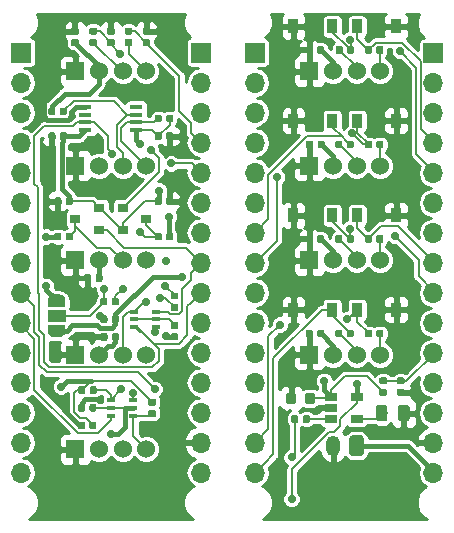
<source format=gbr>
G04 #@! TF.GenerationSoftware,KiCad,Pcbnew,(5.0.1-3-g963ef8bb5)*
G04 #@! TF.CreationDate,2019-07-31T15:24:12+02:00*
G04 #@! TF.ProjectId,StudIOT,53747564494F542E6B696361645F7063,rev?*
G04 #@! TF.SameCoordinates,Original*
G04 #@! TF.FileFunction,Copper,L2,Bot,Signal*
G04 #@! TF.FilePolarity,Positive*
%FSLAX46Y46*%
G04 Gerber Fmt 4.6, Leading zero omitted, Abs format (unit mm)*
G04 Created by KiCad (PCBNEW (5.0.1-3-g963ef8bb5)) date 2019 July 31, Wednesday 15:24:12*
%MOMM*%
%LPD*%
G01*
G04 APERTURE LIST*
G04 #@! TA.AperFunction,SMDPad,CuDef*
%ADD10R,1.100000X0.400000*%
G04 #@! TD*
G04 #@! TA.AperFunction,Conductor*
%ADD11C,0.100000*%
G04 #@! TD*
G04 #@! TA.AperFunction,SMDPad,CuDef*
%ADD12C,0.590000*%
G04 #@! TD*
G04 #@! TA.AperFunction,SMDPad,CuDef*
%ADD13R,0.900000X0.800000*%
G04 #@! TD*
G04 #@! TA.AperFunction,ComponentPad*
%ADD14R,1.524000X1.524000*%
G04 #@! TD*
G04 #@! TA.AperFunction,ComponentPad*
%ADD15C,1.524000*%
G04 #@! TD*
G04 #@! TA.AperFunction,SMDPad,CuDef*
%ADD16R,0.650000X0.400000*%
G04 #@! TD*
G04 #@! TA.AperFunction,SMDPad,CuDef*
%ADD17C,0.500000*%
G04 #@! TD*
G04 #@! TA.AperFunction,SMDPad,CuDef*
%ADD18R,1.500000X1.000000*%
G04 #@! TD*
G04 #@! TA.AperFunction,SMDPad,CuDef*
%ADD19C,0.875000*%
G04 #@! TD*
G04 #@! TA.AperFunction,SMDPad,CuDef*
%ADD20R,0.900000X1.200000*%
G04 #@! TD*
G04 #@! TA.AperFunction,ComponentPad*
%ADD21O,1.700000X1.700000*%
G04 #@! TD*
G04 #@! TA.AperFunction,ComponentPad*
%ADD22R,1.700000X1.700000*%
G04 #@! TD*
G04 #@! TA.AperFunction,ComponentPad*
%ADD23C,1.200000*%
G04 #@! TD*
G04 #@! TA.AperFunction,ComponentPad*
%ADD24O,1.200000X1.750000*%
G04 #@! TD*
G04 #@! TA.AperFunction,SMDPad,CuDef*
%ADD25C,0.975000*%
G04 #@! TD*
G04 #@! TA.AperFunction,SMDPad,CuDef*
%ADD26R,1.060000X0.650000*%
G04 #@! TD*
G04 #@! TA.AperFunction,ViaPad*
%ADD27C,0.700000*%
G04 #@! TD*
G04 #@! TA.AperFunction,Conductor*
%ADD28C,0.400000*%
G04 #@! TD*
G04 #@! TA.AperFunction,Conductor*
%ADD29C,0.200000*%
G04 #@! TD*
G04 #@! TA.AperFunction,Conductor*
%ADD30C,0.254000*%
G04 #@! TD*
G04 APERTURE END LIST*
D10*
G04 #@! TO.P,U20,1*
G04 #@! TO.N,+3V3*
X97850000Y-88775000D03*
G04 #@! TO.P,U20,2*
G04 #@! TO.N,/SCL3V3*
X97850000Y-88125000D03*
G04 #@! TO.P,U20,3*
G04 #@! TO.N,N/C*
X97850000Y-87475000D03*
G04 #@! TO.P,U20,4*
G04 #@! TO.N,GND*
X97850000Y-86825000D03*
G04 #@! TO.P,U20,5*
G04 #@! TO.N,Net-(U20-Pad5)*
X102150000Y-86825000D03*
G04 #@! TO.P,U20,6*
G04 #@! TO.N,Net-(J20-Pad3)*
X102150000Y-87475000D03*
G04 #@! TO.P,U20,7*
G04 #@! TO.N,Net-(J20-Pad4)*
X102150000Y-88125000D03*
G04 #@! TO.P,U20,8*
G04 #@! TO.N,+5V*
X102150000Y-88775000D03*
G04 #@! TD*
D11*
G04 #@! TO.N,GND*
G04 #@! TO.C,C30*
G36*
X95676958Y-94480710D02*
X95691276Y-94482834D01*
X95705317Y-94486351D01*
X95718946Y-94491228D01*
X95732031Y-94497417D01*
X95744447Y-94504858D01*
X95756073Y-94513481D01*
X95766798Y-94523202D01*
X95776519Y-94533927D01*
X95785142Y-94545553D01*
X95792583Y-94557969D01*
X95798772Y-94571054D01*
X95803649Y-94584683D01*
X95807166Y-94598724D01*
X95809290Y-94613042D01*
X95810000Y-94627500D01*
X95810000Y-94972500D01*
X95809290Y-94986958D01*
X95807166Y-95001276D01*
X95803649Y-95015317D01*
X95798772Y-95028946D01*
X95792583Y-95042031D01*
X95785142Y-95054447D01*
X95776519Y-95066073D01*
X95766798Y-95076798D01*
X95756073Y-95086519D01*
X95744447Y-95095142D01*
X95732031Y-95102583D01*
X95718946Y-95108772D01*
X95705317Y-95113649D01*
X95691276Y-95117166D01*
X95676958Y-95119290D01*
X95662500Y-95120000D01*
X95367500Y-95120000D01*
X95353042Y-95119290D01*
X95338724Y-95117166D01*
X95324683Y-95113649D01*
X95311054Y-95108772D01*
X95297969Y-95102583D01*
X95285553Y-95095142D01*
X95273927Y-95086519D01*
X95263202Y-95076798D01*
X95253481Y-95066073D01*
X95244858Y-95054447D01*
X95237417Y-95042031D01*
X95231228Y-95028946D01*
X95226351Y-95015317D01*
X95222834Y-95001276D01*
X95220710Y-94986958D01*
X95220000Y-94972500D01*
X95220000Y-94627500D01*
X95220710Y-94613042D01*
X95222834Y-94598724D01*
X95226351Y-94584683D01*
X95231228Y-94571054D01*
X95237417Y-94557969D01*
X95244858Y-94545553D01*
X95253481Y-94533927D01*
X95263202Y-94523202D01*
X95273927Y-94513481D01*
X95285553Y-94504858D01*
X95297969Y-94497417D01*
X95311054Y-94491228D01*
X95324683Y-94486351D01*
X95338724Y-94482834D01*
X95353042Y-94480710D01*
X95367500Y-94480000D01*
X95662500Y-94480000D01*
X95676958Y-94480710D01*
X95676958Y-94480710D01*
G37*
D12*
G04 #@! TD*
G04 #@! TO.P,C30,1*
G04 #@! TO.N,GND*
X95515000Y-94800000D03*
D11*
G04 #@! TO.N,+3V3*
G04 #@! TO.C,C30*
G36*
X96646958Y-94480710D02*
X96661276Y-94482834D01*
X96675317Y-94486351D01*
X96688946Y-94491228D01*
X96702031Y-94497417D01*
X96714447Y-94504858D01*
X96726073Y-94513481D01*
X96736798Y-94523202D01*
X96746519Y-94533927D01*
X96755142Y-94545553D01*
X96762583Y-94557969D01*
X96768772Y-94571054D01*
X96773649Y-94584683D01*
X96777166Y-94598724D01*
X96779290Y-94613042D01*
X96780000Y-94627500D01*
X96780000Y-94972500D01*
X96779290Y-94986958D01*
X96777166Y-95001276D01*
X96773649Y-95015317D01*
X96768772Y-95028946D01*
X96762583Y-95042031D01*
X96755142Y-95054447D01*
X96746519Y-95066073D01*
X96736798Y-95076798D01*
X96726073Y-95086519D01*
X96714447Y-95095142D01*
X96702031Y-95102583D01*
X96688946Y-95108772D01*
X96675317Y-95113649D01*
X96661276Y-95117166D01*
X96646958Y-95119290D01*
X96632500Y-95120000D01*
X96337500Y-95120000D01*
X96323042Y-95119290D01*
X96308724Y-95117166D01*
X96294683Y-95113649D01*
X96281054Y-95108772D01*
X96267969Y-95102583D01*
X96255553Y-95095142D01*
X96243927Y-95086519D01*
X96233202Y-95076798D01*
X96223481Y-95066073D01*
X96214858Y-95054447D01*
X96207417Y-95042031D01*
X96201228Y-95028946D01*
X96196351Y-95015317D01*
X96192834Y-95001276D01*
X96190710Y-94986958D01*
X96190000Y-94972500D01*
X96190000Y-94627500D01*
X96190710Y-94613042D01*
X96192834Y-94598724D01*
X96196351Y-94584683D01*
X96201228Y-94571054D01*
X96207417Y-94557969D01*
X96214858Y-94545553D01*
X96223481Y-94533927D01*
X96233202Y-94523202D01*
X96243927Y-94513481D01*
X96255553Y-94504858D01*
X96267969Y-94497417D01*
X96281054Y-94491228D01*
X96294683Y-94486351D01*
X96308724Y-94482834D01*
X96323042Y-94480710D01*
X96337500Y-94480000D01*
X96632500Y-94480000D01*
X96646958Y-94480710D01*
X96646958Y-94480710D01*
G37*
D12*
G04 #@! TD*
G04 #@! TO.P,C30,2*
G04 #@! TO.N,+3V3*
X96485000Y-94800000D03*
D11*
G04 #@! TO.N,+3V3*
G04 #@! TO.C,C40*
G36*
X104161958Y-94480710D02*
X104176276Y-94482834D01*
X104190317Y-94486351D01*
X104203946Y-94491228D01*
X104217031Y-94497417D01*
X104229447Y-94504858D01*
X104241073Y-94513481D01*
X104251798Y-94523202D01*
X104261519Y-94533927D01*
X104270142Y-94545553D01*
X104277583Y-94557969D01*
X104283772Y-94571054D01*
X104288649Y-94584683D01*
X104292166Y-94598724D01*
X104294290Y-94613042D01*
X104295000Y-94627500D01*
X104295000Y-94972500D01*
X104294290Y-94986958D01*
X104292166Y-95001276D01*
X104288649Y-95015317D01*
X104283772Y-95028946D01*
X104277583Y-95042031D01*
X104270142Y-95054447D01*
X104261519Y-95066073D01*
X104251798Y-95076798D01*
X104241073Y-95086519D01*
X104229447Y-95095142D01*
X104217031Y-95102583D01*
X104203946Y-95108772D01*
X104190317Y-95113649D01*
X104176276Y-95117166D01*
X104161958Y-95119290D01*
X104147500Y-95120000D01*
X103852500Y-95120000D01*
X103838042Y-95119290D01*
X103823724Y-95117166D01*
X103809683Y-95113649D01*
X103796054Y-95108772D01*
X103782969Y-95102583D01*
X103770553Y-95095142D01*
X103758927Y-95086519D01*
X103748202Y-95076798D01*
X103738481Y-95066073D01*
X103729858Y-95054447D01*
X103722417Y-95042031D01*
X103716228Y-95028946D01*
X103711351Y-95015317D01*
X103707834Y-95001276D01*
X103705710Y-94986958D01*
X103705000Y-94972500D01*
X103705000Y-94627500D01*
X103705710Y-94613042D01*
X103707834Y-94598724D01*
X103711351Y-94584683D01*
X103716228Y-94571054D01*
X103722417Y-94557969D01*
X103729858Y-94545553D01*
X103738481Y-94533927D01*
X103748202Y-94523202D01*
X103758927Y-94513481D01*
X103770553Y-94504858D01*
X103782969Y-94497417D01*
X103796054Y-94491228D01*
X103809683Y-94486351D01*
X103823724Y-94482834D01*
X103838042Y-94480710D01*
X103852500Y-94480000D01*
X104147500Y-94480000D01*
X104161958Y-94480710D01*
X104161958Y-94480710D01*
G37*
D12*
G04 #@! TD*
G04 #@! TO.P,C40,2*
G04 #@! TO.N,+3V3*
X104000000Y-94800000D03*
D11*
G04 #@! TO.N,GND*
G04 #@! TO.C,C40*
G36*
X105131958Y-94480710D02*
X105146276Y-94482834D01*
X105160317Y-94486351D01*
X105173946Y-94491228D01*
X105187031Y-94497417D01*
X105199447Y-94504858D01*
X105211073Y-94513481D01*
X105221798Y-94523202D01*
X105231519Y-94533927D01*
X105240142Y-94545553D01*
X105247583Y-94557969D01*
X105253772Y-94571054D01*
X105258649Y-94584683D01*
X105262166Y-94598724D01*
X105264290Y-94613042D01*
X105265000Y-94627500D01*
X105265000Y-94972500D01*
X105264290Y-94986958D01*
X105262166Y-95001276D01*
X105258649Y-95015317D01*
X105253772Y-95028946D01*
X105247583Y-95042031D01*
X105240142Y-95054447D01*
X105231519Y-95066073D01*
X105221798Y-95076798D01*
X105211073Y-95086519D01*
X105199447Y-95095142D01*
X105187031Y-95102583D01*
X105173946Y-95108772D01*
X105160317Y-95113649D01*
X105146276Y-95117166D01*
X105131958Y-95119290D01*
X105117500Y-95120000D01*
X104822500Y-95120000D01*
X104808042Y-95119290D01*
X104793724Y-95117166D01*
X104779683Y-95113649D01*
X104766054Y-95108772D01*
X104752969Y-95102583D01*
X104740553Y-95095142D01*
X104728927Y-95086519D01*
X104718202Y-95076798D01*
X104708481Y-95066073D01*
X104699858Y-95054447D01*
X104692417Y-95042031D01*
X104686228Y-95028946D01*
X104681351Y-95015317D01*
X104677834Y-95001276D01*
X104675710Y-94986958D01*
X104675000Y-94972500D01*
X104675000Y-94627500D01*
X104675710Y-94613042D01*
X104677834Y-94598724D01*
X104681351Y-94584683D01*
X104686228Y-94571054D01*
X104692417Y-94557969D01*
X104699858Y-94545553D01*
X104708481Y-94533927D01*
X104718202Y-94523202D01*
X104728927Y-94513481D01*
X104740553Y-94504858D01*
X104752969Y-94497417D01*
X104766054Y-94491228D01*
X104779683Y-94486351D01*
X104793724Y-94482834D01*
X104808042Y-94480710D01*
X104822500Y-94480000D01*
X105117500Y-94480000D01*
X105131958Y-94480710D01*
X105131958Y-94480710D01*
G37*
D12*
G04 #@! TD*
G04 #@! TO.P,C40,1*
G04 #@! TO.N,GND*
X104970000Y-94800000D03*
D13*
G04 #@! TO.P,Q30,1*
G04 #@! TO.N,+3V3*
X99000000Y-95350000D03*
G04 #@! TO.P,Q30,2*
G04 #@! TO.N,/SDA3V3*
X99000000Y-97250000D03*
G04 #@! TO.P,Q30,3*
G04 #@! TO.N,Net-(J30-Pad3)*
X97000000Y-96300000D03*
G04 #@! TD*
G04 #@! TO.P,Q40,3*
G04 #@! TO.N,Net-(J30-Pad4)*
X103000000Y-96300000D03*
G04 #@! TO.P,Q40,2*
G04 #@! TO.N,/SCL3V3*
X101000000Y-95350000D03*
G04 #@! TO.P,Q40,1*
G04 #@! TO.N,+3V3*
X101000000Y-97250000D03*
G04 #@! TD*
D11*
G04 #@! TO.N,+5V*
G04 #@! TO.C,R30*
G36*
X95676958Y-97480710D02*
X95691276Y-97482834D01*
X95705317Y-97486351D01*
X95718946Y-97491228D01*
X95732031Y-97497417D01*
X95744447Y-97504858D01*
X95756073Y-97513481D01*
X95766798Y-97523202D01*
X95776519Y-97533927D01*
X95785142Y-97545553D01*
X95792583Y-97557969D01*
X95798772Y-97571054D01*
X95803649Y-97584683D01*
X95807166Y-97598724D01*
X95809290Y-97613042D01*
X95810000Y-97627500D01*
X95810000Y-97972500D01*
X95809290Y-97986958D01*
X95807166Y-98001276D01*
X95803649Y-98015317D01*
X95798772Y-98028946D01*
X95792583Y-98042031D01*
X95785142Y-98054447D01*
X95776519Y-98066073D01*
X95766798Y-98076798D01*
X95756073Y-98086519D01*
X95744447Y-98095142D01*
X95732031Y-98102583D01*
X95718946Y-98108772D01*
X95705317Y-98113649D01*
X95691276Y-98117166D01*
X95676958Y-98119290D01*
X95662500Y-98120000D01*
X95367500Y-98120000D01*
X95353042Y-98119290D01*
X95338724Y-98117166D01*
X95324683Y-98113649D01*
X95311054Y-98108772D01*
X95297969Y-98102583D01*
X95285553Y-98095142D01*
X95273927Y-98086519D01*
X95263202Y-98076798D01*
X95253481Y-98066073D01*
X95244858Y-98054447D01*
X95237417Y-98042031D01*
X95231228Y-98028946D01*
X95226351Y-98015317D01*
X95222834Y-98001276D01*
X95220710Y-97986958D01*
X95220000Y-97972500D01*
X95220000Y-97627500D01*
X95220710Y-97613042D01*
X95222834Y-97598724D01*
X95226351Y-97584683D01*
X95231228Y-97571054D01*
X95237417Y-97557969D01*
X95244858Y-97545553D01*
X95253481Y-97533927D01*
X95263202Y-97523202D01*
X95273927Y-97513481D01*
X95285553Y-97504858D01*
X95297969Y-97497417D01*
X95311054Y-97491228D01*
X95324683Y-97486351D01*
X95338724Y-97482834D01*
X95353042Y-97480710D01*
X95367500Y-97480000D01*
X95662500Y-97480000D01*
X95676958Y-97480710D01*
X95676958Y-97480710D01*
G37*
D12*
G04 #@! TD*
G04 #@! TO.P,R30,1*
G04 #@! TO.N,+5V*
X95515000Y-97800000D03*
D11*
G04 #@! TO.N,Net-(J30-Pad3)*
G04 #@! TO.C,R30*
G36*
X96646958Y-97480710D02*
X96661276Y-97482834D01*
X96675317Y-97486351D01*
X96688946Y-97491228D01*
X96702031Y-97497417D01*
X96714447Y-97504858D01*
X96726073Y-97513481D01*
X96736798Y-97523202D01*
X96746519Y-97533927D01*
X96755142Y-97545553D01*
X96762583Y-97557969D01*
X96768772Y-97571054D01*
X96773649Y-97584683D01*
X96777166Y-97598724D01*
X96779290Y-97613042D01*
X96780000Y-97627500D01*
X96780000Y-97972500D01*
X96779290Y-97986958D01*
X96777166Y-98001276D01*
X96773649Y-98015317D01*
X96768772Y-98028946D01*
X96762583Y-98042031D01*
X96755142Y-98054447D01*
X96746519Y-98066073D01*
X96736798Y-98076798D01*
X96726073Y-98086519D01*
X96714447Y-98095142D01*
X96702031Y-98102583D01*
X96688946Y-98108772D01*
X96675317Y-98113649D01*
X96661276Y-98117166D01*
X96646958Y-98119290D01*
X96632500Y-98120000D01*
X96337500Y-98120000D01*
X96323042Y-98119290D01*
X96308724Y-98117166D01*
X96294683Y-98113649D01*
X96281054Y-98108772D01*
X96267969Y-98102583D01*
X96255553Y-98095142D01*
X96243927Y-98086519D01*
X96233202Y-98076798D01*
X96223481Y-98066073D01*
X96214858Y-98054447D01*
X96207417Y-98042031D01*
X96201228Y-98028946D01*
X96196351Y-98015317D01*
X96192834Y-98001276D01*
X96190710Y-97986958D01*
X96190000Y-97972500D01*
X96190000Y-97627500D01*
X96190710Y-97613042D01*
X96192834Y-97598724D01*
X96196351Y-97584683D01*
X96201228Y-97571054D01*
X96207417Y-97557969D01*
X96214858Y-97545553D01*
X96223481Y-97533927D01*
X96233202Y-97523202D01*
X96243927Y-97513481D01*
X96255553Y-97504858D01*
X96267969Y-97497417D01*
X96281054Y-97491228D01*
X96294683Y-97486351D01*
X96308724Y-97482834D01*
X96323042Y-97480710D01*
X96337500Y-97480000D01*
X96632500Y-97480000D01*
X96646958Y-97480710D01*
X96646958Y-97480710D01*
G37*
D12*
G04 #@! TD*
G04 #@! TO.P,R30,2*
G04 #@! TO.N,Net-(J30-Pad3)*
X96485000Y-97800000D03*
D11*
G04 #@! TO.N,+5V*
G04 #@! TO.C,R40*
G36*
X105146958Y-97480710D02*
X105161276Y-97482834D01*
X105175317Y-97486351D01*
X105188946Y-97491228D01*
X105202031Y-97497417D01*
X105214447Y-97504858D01*
X105226073Y-97513481D01*
X105236798Y-97523202D01*
X105246519Y-97533927D01*
X105255142Y-97545553D01*
X105262583Y-97557969D01*
X105268772Y-97571054D01*
X105273649Y-97584683D01*
X105277166Y-97598724D01*
X105279290Y-97613042D01*
X105280000Y-97627500D01*
X105280000Y-97972500D01*
X105279290Y-97986958D01*
X105277166Y-98001276D01*
X105273649Y-98015317D01*
X105268772Y-98028946D01*
X105262583Y-98042031D01*
X105255142Y-98054447D01*
X105246519Y-98066073D01*
X105236798Y-98076798D01*
X105226073Y-98086519D01*
X105214447Y-98095142D01*
X105202031Y-98102583D01*
X105188946Y-98108772D01*
X105175317Y-98113649D01*
X105161276Y-98117166D01*
X105146958Y-98119290D01*
X105132500Y-98120000D01*
X104837500Y-98120000D01*
X104823042Y-98119290D01*
X104808724Y-98117166D01*
X104794683Y-98113649D01*
X104781054Y-98108772D01*
X104767969Y-98102583D01*
X104755553Y-98095142D01*
X104743927Y-98086519D01*
X104733202Y-98076798D01*
X104723481Y-98066073D01*
X104714858Y-98054447D01*
X104707417Y-98042031D01*
X104701228Y-98028946D01*
X104696351Y-98015317D01*
X104692834Y-98001276D01*
X104690710Y-97986958D01*
X104690000Y-97972500D01*
X104690000Y-97627500D01*
X104690710Y-97613042D01*
X104692834Y-97598724D01*
X104696351Y-97584683D01*
X104701228Y-97571054D01*
X104707417Y-97557969D01*
X104714858Y-97545553D01*
X104723481Y-97533927D01*
X104733202Y-97523202D01*
X104743927Y-97513481D01*
X104755553Y-97504858D01*
X104767969Y-97497417D01*
X104781054Y-97491228D01*
X104794683Y-97486351D01*
X104808724Y-97482834D01*
X104823042Y-97480710D01*
X104837500Y-97480000D01*
X105132500Y-97480000D01*
X105146958Y-97480710D01*
X105146958Y-97480710D01*
G37*
D12*
G04 #@! TD*
G04 #@! TO.P,R40,1*
G04 #@! TO.N,+5V*
X104985000Y-97800000D03*
D11*
G04 #@! TO.N,Net-(J30-Pad4)*
G04 #@! TO.C,R40*
G36*
X104176958Y-97480710D02*
X104191276Y-97482834D01*
X104205317Y-97486351D01*
X104218946Y-97491228D01*
X104232031Y-97497417D01*
X104244447Y-97504858D01*
X104256073Y-97513481D01*
X104266798Y-97523202D01*
X104276519Y-97533927D01*
X104285142Y-97545553D01*
X104292583Y-97557969D01*
X104298772Y-97571054D01*
X104303649Y-97584683D01*
X104307166Y-97598724D01*
X104309290Y-97613042D01*
X104310000Y-97627500D01*
X104310000Y-97972500D01*
X104309290Y-97986958D01*
X104307166Y-98001276D01*
X104303649Y-98015317D01*
X104298772Y-98028946D01*
X104292583Y-98042031D01*
X104285142Y-98054447D01*
X104276519Y-98066073D01*
X104266798Y-98076798D01*
X104256073Y-98086519D01*
X104244447Y-98095142D01*
X104232031Y-98102583D01*
X104218946Y-98108772D01*
X104205317Y-98113649D01*
X104191276Y-98117166D01*
X104176958Y-98119290D01*
X104162500Y-98120000D01*
X103867500Y-98120000D01*
X103853042Y-98119290D01*
X103838724Y-98117166D01*
X103824683Y-98113649D01*
X103811054Y-98108772D01*
X103797969Y-98102583D01*
X103785553Y-98095142D01*
X103773927Y-98086519D01*
X103763202Y-98076798D01*
X103753481Y-98066073D01*
X103744858Y-98054447D01*
X103737417Y-98042031D01*
X103731228Y-98028946D01*
X103726351Y-98015317D01*
X103722834Y-98001276D01*
X103720710Y-97986958D01*
X103720000Y-97972500D01*
X103720000Y-97627500D01*
X103720710Y-97613042D01*
X103722834Y-97598724D01*
X103726351Y-97584683D01*
X103731228Y-97571054D01*
X103737417Y-97557969D01*
X103744858Y-97545553D01*
X103753481Y-97533927D01*
X103763202Y-97523202D01*
X103773927Y-97513481D01*
X103785553Y-97504858D01*
X103797969Y-97497417D01*
X103811054Y-97491228D01*
X103824683Y-97486351D01*
X103838724Y-97482834D01*
X103853042Y-97480710D01*
X103867500Y-97480000D01*
X104162500Y-97480000D01*
X104176958Y-97480710D01*
X104176958Y-97480710D01*
G37*
D12*
G04 #@! TD*
G04 #@! TO.P,R40,2*
G04 #@! TO.N,Net-(J30-Pad4)*
X104015000Y-97800000D03*
D11*
G04 #@! TO.N,+3V3*
G04 #@! TO.C,C50*
G36*
X98646958Y-111980710D02*
X98661276Y-111982834D01*
X98675317Y-111986351D01*
X98688946Y-111991228D01*
X98702031Y-111997417D01*
X98714447Y-112004858D01*
X98726073Y-112013481D01*
X98736798Y-112023202D01*
X98746519Y-112033927D01*
X98755142Y-112045553D01*
X98762583Y-112057969D01*
X98768772Y-112071054D01*
X98773649Y-112084683D01*
X98777166Y-112098724D01*
X98779290Y-112113042D01*
X98780000Y-112127500D01*
X98780000Y-112472500D01*
X98779290Y-112486958D01*
X98777166Y-112501276D01*
X98773649Y-112515317D01*
X98768772Y-112528946D01*
X98762583Y-112542031D01*
X98755142Y-112554447D01*
X98746519Y-112566073D01*
X98736798Y-112576798D01*
X98726073Y-112586519D01*
X98714447Y-112595142D01*
X98702031Y-112602583D01*
X98688946Y-112608772D01*
X98675317Y-112613649D01*
X98661276Y-112617166D01*
X98646958Y-112619290D01*
X98632500Y-112620000D01*
X98337500Y-112620000D01*
X98323042Y-112619290D01*
X98308724Y-112617166D01*
X98294683Y-112613649D01*
X98281054Y-112608772D01*
X98267969Y-112602583D01*
X98255553Y-112595142D01*
X98243927Y-112586519D01*
X98233202Y-112576798D01*
X98223481Y-112566073D01*
X98214858Y-112554447D01*
X98207417Y-112542031D01*
X98201228Y-112528946D01*
X98196351Y-112515317D01*
X98192834Y-112501276D01*
X98190710Y-112486958D01*
X98190000Y-112472500D01*
X98190000Y-112127500D01*
X98190710Y-112113042D01*
X98192834Y-112098724D01*
X98196351Y-112084683D01*
X98201228Y-112071054D01*
X98207417Y-112057969D01*
X98214858Y-112045553D01*
X98223481Y-112033927D01*
X98233202Y-112023202D01*
X98243927Y-112013481D01*
X98255553Y-112004858D01*
X98267969Y-111997417D01*
X98281054Y-111991228D01*
X98294683Y-111986351D01*
X98308724Y-111982834D01*
X98323042Y-111980710D01*
X98337500Y-111980000D01*
X98632500Y-111980000D01*
X98646958Y-111980710D01*
X98646958Y-111980710D01*
G37*
D12*
G04 #@! TD*
G04 #@! TO.P,C50,1*
G04 #@! TO.N,+3V3*
X98485000Y-112300000D03*
D11*
G04 #@! TO.N,GND*
G04 #@! TO.C,C50*
G36*
X97676958Y-111980710D02*
X97691276Y-111982834D01*
X97705317Y-111986351D01*
X97718946Y-111991228D01*
X97732031Y-111997417D01*
X97744447Y-112004858D01*
X97756073Y-112013481D01*
X97766798Y-112023202D01*
X97776519Y-112033927D01*
X97785142Y-112045553D01*
X97792583Y-112057969D01*
X97798772Y-112071054D01*
X97803649Y-112084683D01*
X97807166Y-112098724D01*
X97809290Y-112113042D01*
X97810000Y-112127500D01*
X97810000Y-112472500D01*
X97809290Y-112486958D01*
X97807166Y-112501276D01*
X97803649Y-112515317D01*
X97798772Y-112528946D01*
X97792583Y-112542031D01*
X97785142Y-112554447D01*
X97776519Y-112566073D01*
X97766798Y-112576798D01*
X97756073Y-112586519D01*
X97744447Y-112595142D01*
X97732031Y-112602583D01*
X97718946Y-112608772D01*
X97705317Y-112613649D01*
X97691276Y-112617166D01*
X97676958Y-112619290D01*
X97662500Y-112620000D01*
X97367500Y-112620000D01*
X97353042Y-112619290D01*
X97338724Y-112617166D01*
X97324683Y-112613649D01*
X97311054Y-112608772D01*
X97297969Y-112602583D01*
X97285553Y-112595142D01*
X97273927Y-112586519D01*
X97263202Y-112576798D01*
X97253481Y-112566073D01*
X97244858Y-112554447D01*
X97237417Y-112542031D01*
X97231228Y-112528946D01*
X97226351Y-112515317D01*
X97222834Y-112501276D01*
X97220710Y-112486958D01*
X97220000Y-112472500D01*
X97220000Y-112127500D01*
X97220710Y-112113042D01*
X97222834Y-112098724D01*
X97226351Y-112084683D01*
X97231228Y-112071054D01*
X97237417Y-112057969D01*
X97244858Y-112045553D01*
X97253481Y-112033927D01*
X97263202Y-112023202D01*
X97273927Y-112013481D01*
X97285553Y-112004858D01*
X97297969Y-111997417D01*
X97311054Y-111991228D01*
X97324683Y-111986351D01*
X97338724Y-111982834D01*
X97353042Y-111980710D01*
X97367500Y-111980000D01*
X97662500Y-111980000D01*
X97676958Y-111980710D01*
X97676958Y-111980710D01*
G37*
D12*
G04 #@! TD*
G04 #@! TO.P,C50,2*
G04 #@! TO.N,GND*
X97515000Y-112300000D03*
D14*
G04 #@! TO.P,J30,1*
G04 #@! TO.N,GND*
X97000000Y-99800000D03*
D15*
G04 #@! TO.P,J30,2*
G04 #@! TO.N,+5V*
X99000000Y-99800000D03*
G04 #@! TO.P,J30,3*
G04 #@! TO.N,Net-(J30-Pad3)*
X101000000Y-99800000D03*
G04 #@! TO.P,J30,4*
G04 #@! TO.N,Net-(J30-Pad4)*
X103000000Y-99800000D03*
G04 #@! TD*
G04 #@! TO.P,J50,4*
G04 #@! TO.N,Net-(J50-Pad4)*
X103000000Y-115800000D03*
G04 #@! TO.P,J50,3*
G04 #@! TO.N,Net-(J50-Pad3)*
X101000000Y-115800000D03*
G04 #@! TO.P,J50,2*
G04 #@! TO.N,+5V*
X99000000Y-115800000D03*
D14*
G04 #@! TO.P,J50,1*
G04 #@! TO.N,GND*
X97000000Y-115800000D03*
G04 #@! TD*
D16*
G04 #@! TO.P,Q50,1*
G04 #@! TO.N,/D4*
X101900000Y-111650000D03*
G04 #@! TO.P,Q50,3*
G04 #@! TO.N,Net-(J50-Pad4)*
X101900000Y-112950000D03*
G04 #@! TO.P,Q50,5*
G04 #@! TO.N,+3V3*
X100000000Y-112300000D03*
G04 #@! TO.P,Q50,2*
X101900000Y-112300000D03*
G04 #@! TO.P,Q50,4*
G04 #@! TO.N,/D3*
X100000000Y-112950000D03*
G04 #@! TO.P,Q50,6*
G04 #@! TO.N,Net-(J50-Pad3)*
X100000000Y-111650000D03*
G04 #@! TD*
D11*
G04 #@! TO.N,Net-(J50-Pad3)*
G04 #@! TO.C,R50*
G36*
X98661958Y-110480710D02*
X98676276Y-110482834D01*
X98690317Y-110486351D01*
X98703946Y-110491228D01*
X98717031Y-110497417D01*
X98729447Y-110504858D01*
X98741073Y-110513481D01*
X98751798Y-110523202D01*
X98761519Y-110533927D01*
X98770142Y-110545553D01*
X98777583Y-110557969D01*
X98783772Y-110571054D01*
X98788649Y-110584683D01*
X98792166Y-110598724D01*
X98794290Y-110613042D01*
X98795000Y-110627500D01*
X98795000Y-110972500D01*
X98794290Y-110986958D01*
X98792166Y-111001276D01*
X98788649Y-111015317D01*
X98783772Y-111028946D01*
X98777583Y-111042031D01*
X98770142Y-111054447D01*
X98761519Y-111066073D01*
X98751798Y-111076798D01*
X98741073Y-111086519D01*
X98729447Y-111095142D01*
X98717031Y-111102583D01*
X98703946Y-111108772D01*
X98690317Y-111113649D01*
X98676276Y-111117166D01*
X98661958Y-111119290D01*
X98647500Y-111120000D01*
X98352500Y-111120000D01*
X98338042Y-111119290D01*
X98323724Y-111117166D01*
X98309683Y-111113649D01*
X98296054Y-111108772D01*
X98282969Y-111102583D01*
X98270553Y-111095142D01*
X98258927Y-111086519D01*
X98248202Y-111076798D01*
X98238481Y-111066073D01*
X98229858Y-111054447D01*
X98222417Y-111042031D01*
X98216228Y-111028946D01*
X98211351Y-111015317D01*
X98207834Y-111001276D01*
X98205710Y-110986958D01*
X98205000Y-110972500D01*
X98205000Y-110627500D01*
X98205710Y-110613042D01*
X98207834Y-110598724D01*
X98211351Y-110584683D01*
X98216228Y-110571054D01*
X98222417Y-110557969D01*
X98229858Y-110545553D01*
X98238481Y-110533927D01*
X98248202Y-110523202D01*
X98258927Y-110513481D01*
X98270553Y-110504858D01*
X98282969Y-110497417D01*
X98296054Y-110491228D01*
X98309683Y-110486351D01*
X98323724Y-110482834D01*
X98338042Y-110480710D01*
X98352500Y-110480000D01*
X98647500Y-110480000D01*
X98661958Y-110480710D01*
X98661958Y-110480710D01*
G37*
D12*
G04 #@! TD*
G04 #@! TO.P,R50,2*
G04 #@! TO.N,Net-(J50-Pad3)*
X98500000Y-110800000D03*
D11*
G04 #@! TO.N,+5V*
G04 #@! TO.C,R50*
G36*
X97691958Y-110480710D02*
X97706276Y-110482834D01*
X97720317Y-110486351D01*
X97733946Y-110491228D01*
X97747031Y-110497417D01*
X97759447Y-110504858D01*
X97771073Y-110513481D01*
X97781798Y-110523202D01*
X97791519Y-110533927D01*
X97800142Y-110545553D01*
X97807583Y-110557969D01*
X97813772Y-110571054D01*
X97818649Y-110584683D01*
X97822166Y-110598724D01*
X97824290Y-110613042D01*
X97825000Y-110627500D01*
X97825000Y-110972500D01*
X97824290Y-110986958D01*
X97822166Y-111001276D01*
X97818649Y-111015317D01*
X97813772Y-111028946D01*
X97807583Y-111042031D01*
X97800142Y-111054447D01*
X97791519Y-111066073D01*
X97781798Y-111076798D01*
X97771073Y-111086519D01*
X97759447Y-111095142D01*
X97747031Y-111102583D01*
X97733946Y-111108772D01*
X97720317Y-111113649D01*
X97706276Y-111117166D01*
X97691958Y-111119290D01*
X97677500Y-111120000D01*
X97382500Y-111120000D01*
X97368042Y-111119290D01*
X97353724Y-111117166D01*
X97339683Y-111113649D01*
X97326054Y-111108772D01*
X97312969Y-111102583D01*
X97300553Y-111095142D01*
X97288927Y-111086519D01*
X97278202Y-111076798D01*
X97268481Y-111066073D01*
X97259858Y-111054447D01*
X97252417Y-111042031D01*
X97246228Y-111028946D01*
X97241351Y-111015317D01*
X97237834Y-111001276D01*
X97235710Y-110986958D01*
X97235000Y-110972500D01*
X97235000Y-110627500D01*
X97235710Y-110613042D01*
X97237834Y-110598724D01*
X97241351Y-110584683D01*
X97246228Y-110571054D01*
X97252417Y-110557969D01*
X97259858Y-110545553D01*
X97268481Y-110533927D01*
X97278202Y-110523202D01*
X97288927Y-110513481D01*
X97300553Y-110504858D01*
X97312969Y-110497417D01*
X97326054Y-110491228D01*
X97339683Y-110486351D01*
X97353724Y-110482834D01*
X97368042Y-110480710D01*
X97382500Y-110480000D01*
X97677500Y-110480000D01*
X97691958Y-110480710D01*
X97691958Y-110480710D01*
G37*
D12*
G04 #@! TD*
G04 #@! TO.P,R50,1*
G04 #@! TO.N,+5V*
X97530000Y-110800000D03*
D11*
G04 #@! TO.N,+5V*
G04 #@! TO.C,R51*
G36*
X103686958Y-111520710D02*
X103701276Y-111522834D01*
X103715317Y-111526351D01*
X103728946Y-111531228D01*
X103742031Y-111537417D01*
X103754447Y-111544858D01*
X103766073Y-111553481D01*
X103776798Y-111563202D01*
X103786519Y-111573927D01*
X103795142Y-111585553D01*
X103802583Y-111597969D01*
X103808772Y-111611054D01*
X103813649Y-111624683D01*
X103817166Y-111638724D01*
X103819290Y-111653042D01*
X103820000Y-111667500D01*
X103820000Y-111962500D01*
X103819290Y-111976958D01*
X103817166Y-111991276D01*
X103813649Y-112005317D01*
X103808772Y-112018946D01*
X103802583Y-112032031D01*
X103795142Y-112044447D01*
X103786519Y-112056073D01*
X103776798Y-112066798D01*
X103766073Y-112076519D01*
X103754447Y-112085142D01*
X103742031Y-112092583D01*
X103728946Y-112098772D01*
X103715317Y-112103649D01*
X103701276Y-112107166D01*
X103686958Y-112109290D01*
X103672500Y-112110000D01*
X103327500Y-112110000D01*
X103313042Y-112109290D01*
X103298724Y-112107166D01*
X103284683Y-112103649D01*
X103271054Y-112098772D01*
X103257969Y-112092583D01*
X103245553Y-112085142D01*
X103233927Y-112076519D01*
X103223202Y-112066798D01*
X103213481Y-112056073D01*
X103204858Y-112044447D01*
X103197417Y-112032031D01*
X103191228Y-112018946D01*
X103186351Y-112005317D01*
X103182834Y-111991276D01*
X103180710Y-111976958D01*
X103180000Y-111962500D01*
X103180000Y-111667500D01*
X103180710Y-111653042D01*
X103182834Y-111638724D01*
X103186351Y-111624683D01*
X103191228Y-111611054D01*
X103197417Y-111597969D01*
X103204858Y-111585553D01*
X103213481Y-111573927D01*
X103223202Y-111563202D01*
X103233927Y-111553481D01*
X103245553Y-111544858D01*
X103257969Y-111537417D01*
X103271054Y-111531228D01*
X103284683Y-111526351D01*
X103298724Y-111522834D01*
X103313042Y-111520710D01*
X103327500Y-111520000D01*
X103672500Y-111520000D01*
X103686958Y-111520710D01*
X103686958Y-111520710D01*
G37*
D12*
G04 #@! TD*
G04 #@! TO.P,R51,1*
G04 #@! TO.N,+5V*
X103500000Y-111815000D03*
D11*
G04 #@! TO.N,Net-(J50-Pad4)*
G04 #@! TO.C,R51*
G36*
X103686958Y-112490710D02*
X103701276Y-112492834D01*
X103715317Y-112496351D01*
X103728946Y-112501228D01*
X103742031Y-112507417D01*
X103754447Y-112514858D01*
X103766073Y-112523481D01*
X103776798Y-112533202D01*
X103786519Y-112543927D01*
X103795142Y-112555553D01*
X103802583Y-112567969D01*
X103808772Y-112581054D01*
X103813649Y-112594683D01*
X103817166Y-112608724D01*
X103819290Y-112623042D01*
X103820000Y-112637500D01*
X103820000Y-112932500D01*
X103819290Y-112946958D01*
X103817166Y-112961276D01*
X103813649Y-112975317D01*
X103808772Y-112988946D01*
X103802583Y-113002031D01*
X103795142Y-113014447D01*
X103786519Y-113026073D01*
X103776798Y-113036798D01*
X103766073Y-113046519D01*
X103754447Y-113055142D01*
X103742031Y-113062583D01*
X103728946Y-113068772D01*
X103715317Y-113073649D01*
X103701276Y-113077166D01*
X103686958Y-113079290D01*
X103672500Y-113080000D01*
X103327500Y-113080000D01*
X103313042Y-113079290D01*
X103298724Y-113077166D01*
X103284683Y-113073649D01*
X103271054Y-113068772D01*
X103257969Y-113062583D01*
X103245553Y-113055142D01*
X103233927Y-113046519D01*
X103223202Y-113036798D01*
X103213481Y-113026073D01*
X103204858Y-113014447D01*
X103197417Y-113002031D01*
X103191228Y-112988946D01*
X103186351Y-112975317D01*
X103182834Y-112961276D01*
X103180710Y-112946958D01*
X103180000Y-112932500D01*
X103180000Y-112637500D01*
X103180710Y-112623042D01*
X103182834Y-112608724D01*
X103186351Y-112594683D01*
X103191228Y-112581054D01*
X103197417Y-112567969D01*
X103204858Y-112555553D01*
X103213481Y-112543927D01*
X103223202Y-112533202D01*
X103233927Y-112523481D01*
X103245553Y-112514858D01*
X103257969Y-112507417D01*
X103271054Y-112501228D01*
X103284683Y-112496351D01*
X103298724Y-112492834D01*
X103313042Y-112490710D01*
X103327500Y-112490000D01*
X103672500Y-112490000D01*
X103686958Y-112490710D01*
X103686958Y-112490710D01*
G37*
D12*
G04 #@! TD*
G04 #@! TO.P,R51,2*
G04 #@! TO.N,Net-(J50-Pad4)*
X103500000Y-112785000D03*
D11*
G04 #@! TO.N,GND*
G04 #@! TO.C,C60*
G36*
X99576958Y-104480710D02*
X99591276Y-104482834D01*
X99605317Y-104486351D01*
X99618946Y-104491228D01*
X99632031Y-104497417D01*
X99644447Y-104504858D01*
X99656073Y-104513481D01*
X99666798Y-104523202D01*
X99676519Y-104533927D01*
X99685142Y-104545553D01*
X99692583Y-104557969D01*
X99698772Y-104571054D01*
X99703649Y-104584683D01*
X99707166Y-104598724D01*
X99709290Y-104613042D01*
X99710000Y-104627500D01*
X99710000Y-104972500D01*
X99709290Y-104986958D01*
X99707166Y-105001276D01*
X99703649Y-105015317D01*
X99698772Y-105028946D01*
X99692583Y-105042031D01*
X99685142Y-105054447D01*
X99676519Y-105066073D01*
X99666798Y-105076798D01*
X99656073Y-105086519D01*
X99644447Y-105095142D01*
X99632031Y-105102583D01*
X99618946Y-105108772D01*
X99605317Y-105113649D01*
X99591276Y-105117166D01*
X99576958Y-105119290D01*
X99562500Y-105120000D01*
X99267500Y-105120000D01*
X99253042Y-105119290D01*
X99238724Y-105117166D01*
X99224683Y-105113649D01*
X99211054Y-105108772D01*
X99197969Y-105102583D01*
X99185553Y-105095142D01*
X99173927Y-105086519D01*
X99163202Y-105076798D01*
X99153481Y-105066073D01*
X99144858Y-105054447D01*
X99137417Y-105042031D01*
X99131228Y-105028946D01*
X99126351Y-105015317D01*
X99122834Y-105001276D01*
X99120710Y-104986958D01*
X99120000Y-104972500D01*
X99120000Y-104627500D01*
X99120710Y-104613042D01*
X99122834Y-104598724D01*
X99126351Y-104584683D01*
X99131228Y-104571054D01*
X99137417Y-104557969D01*
X99144858Y-104545553D01*
X99153481Y-104533927D01*
X99163202Y-104523202D01*
X99173927Y-104513481D01*
X99185553Y-104504858D01*
X99197969Y-104497417D01*
X99211054Y-104491228D01*
X99224683Y-104486351D01*
X99238724Y-104482834D01*
X99253042Y-104480710D01*
X99267500Y-104480000D01*
X99562500Y-104480000D01*
X99576958Y-104480710D01*
X99576958Y-104480710D01*
G37*
D12*
G04 #@! TD*
G04 #@! TO.P,C60,2*
G04 #@! TO.N,GND*
X99415000Y-104800000D03*
D11*
G04 #@! TO.N,+3V3*
G04 #@! TO.C,C60*
G36*
X100546958Y-104480710D02*
X100561276Y-104482834D01*
X100575317Y-104486351D01*
X100588946Y-104491228D01*
X100602031Y-104497417D01*
X100614447Y-104504858D01*
X100626073Y-104513481D01*
X100636798Y-104523202D01*
X100646519Y-104533927D01*
X100655142Y-104545553D01*
X100662583Y-104557969D01*
X100668772Y-104571054D01*
X100673649Y-104584683D01*
X100677166Y-104598724D01*
X100679290Y-104613042D01*
X100680000Y-104627500D01*
X100680000Y-104972500D01*
X100679290Y-104986958D01*
X100677166Y-105001276D01*
X100673649Y-105015317D01*
X100668772Y-105028946D01*
X100662583Y-105042031D01*
X100655142Y-105054447D01*
X100646519Y-105066073D01*
X100636798Y-105076798D01*
X100626073Y-105086519D01*
X100614447Y-105095142D01*
X100602031Y-105102583D01*
X100588946Y-105108772D01*
X100575317Y-105113649D01*
X100561276Y-105117166D01*
X100546958Y-105119290D01*
X100532500Y-105120000D01*
X100237500Y-105120000D01*
X100223042Y-105119290D01*
X100208724Y-105117166D01*
X100194683Y-105113649D01*
X100181054Y-105108772D01*
X100167969Y-105102583D01*
X100155553Y-105095142D01*
X100143927Y-105086519D01*
X100133202Y-105076798D01*
X100123481Y-105066073D01*
X100114858Y-105054447D01*
X100107417Y-105042031D01*
X100101228Y-105028946D01*
X100096351Y-105015317D01*
X100092834Y-105001276D01*
X100090710Y-104986958D01*
X100090000Y-104972500D01*
X100090000Y-104627500D01*
X100090710Y-104613042D01*
X100092834Y-104598724D01*
X100096351Y-104584683D01*
X100101228Y-104571054D01*
X100107417Y-104557969D01*
X100114858Y-104545553D01*
X100123481Y-104533927D01*
X100133202Y-104523202D01*
X100143927Y-104513481D01*
X100155553Y-104504858D01*
X100167969Y-104497417D01*
X100181054Y-104491228D01*
X100194683Y-104486351D01*
X100208724Y-104482834D01*
X100223042Y-104480710D01*
X100237500Y-104480000D01*
X100532500Y-104480000D01*
X100546958Y-104480710D01*
X100546958Y-104480710D01*
G37*
D12*
G04 #@! TD*
G04 #@! TO.P,C60,1*
G04 #@! TO.N,+3V3*
X100385000Y-104800000D03*
D11*
G04 #@! TO.N,+5V*
G04 #@! TO.C,C62*
G36*
X100546958Y-105980710D02*
X100561276Y-105982834D01*
X100575317Y-105986351D01*
X100588946Y-105991228D01*
X100602031Y-105997417D01*
X100614447Y-106004858D01*
X100626073Y-106013481D01*
X100636798Y-106023202D01*
X100646519Y-106033927D01*
X100655142Y-106045553D01*
X100662583Y-106057969D01*
X100668772Y-106071054D01*
X100673649Y-106084683D01*
X100677166Y-106098724D01*
X100679290Y-106113042D01*
X100680000Y-106127500D01*
X100680000Y-106472500D01*
X100679290Y-106486958D01*
X100677166Y-106501276D01*
X100673649Y-106515317D01*
X100668772Y-106528946D01*
X100662583Y-106542031D01*
X100655142Y-106554447D01*
X100646519Y-106566073D01*
X100636798Y-106576798D01*
X100626073Y-106586519D01*
X100614447Y-106595142D01*
X100602031Y-106602583D01*
X100588946Y-106608772D01*
X100575317Y-106613649D01*
X100561276Y-106617166D01*
X100546958Y-106619290D01*
X100532500Y-106620000D01*
X100237500Y-106620000D01*
X100223042Y-106619290D01*
X100208724Y-106617166D01*
X100194683Y-106613649D01*
X100181054Y-106608772D01*
X100167969Y-106602583D01*
X100155553Y-106595142D01*
X100143927Y-106586519D01*
X100133202Y-106576798D01*
X100123481Y-106566073D01*
X100114858Y-106554447D01*
X100107417Y-106542031D01*
X100101228Y-106528946D01*
X100096351Y-106515317D01*
X100092834Y-106501276D01*
X100090710Y-106486958D01*
X100090000Y-106472500D01*
X100090000Y-106127500D01*
X100090710Y-106113042D01*
X100092834Y-106098724D01*
X100096351Y-106084683D01*
X100101228Y-106071054D01*
X100107417Y-106057969D01*
X100114858Y-106045553D01*
X100123481Y-106033927D01*
X100133202Y-106023202D01*
X100143927Y-106013481D01*
X100155553Y-106004858D01*
X100167969Y-105997417D01*
X100181054Y-105991228D01*
X100194683Y-105986351D01*
X100208724Y-105982834D01*
X100223042Y-105980710D01*
X100237500Y-105980000D01*
X100532500Y-105980000D01*
X100546958Y-105980710D01*
X100546958Y-105980710D01*
G37*
D12*
G04 #@! TD*
G04 #@! TO.P,C62,1*
G04 #@! TO.N,+5V*
X100385000Y-106300000D03*
D11*
G04 #@! TO.N,GND*
G04 #@! TO.C,C62*
G36*
X99576958Y-105980710D02*
X99591276Y-105982834D01*
X99605317Y-105986351D01*
X99618946Y-105991228D01*
X99632031Y-105997417D01*
X99644447Y-106004858D01*
X99656073Y-106013481D01*
X99666798Y-106023202D01*
X99676519Y-106033927D01*
X99685142Y-106045553D01*
X99692583Y-106057969D01*
X99698772Y-106071054D01*
X99703649Y-106084683D01*
X99707166Y-106098724D01*
X99709290Y-106113042D01*
X99710000Y-106127500D01*
X99710000Y-106472500D01*
X99709290Y-106486958D01*
X99707166Y-106501276D01*
X99703649Y-106515317D01*
X99698772Y-106528946D01*
X99692583Y-106542031D01*
X99685142Y-106554447D01*
X99676519Y-106566073D01*
X99666798Y-106576798D01*
X99656073Y-106586519D01*
X99644447Y-106595142D01*
X99632031Y-106602583D01*
X99618946Y-106608772D01*
X99605317Y-106613649D01*
X99591276Y-106617166D01*
X99576958Y-106619290D01*
X99562500Y-106620000D01*
X99267500Y-106620000D01*
X99253042Y-106619290D01*
X99238724Y-106617166D01*
X99224683Y-106613649D01*
X99211054Y-106608772D01*
X99197969Y-106602583D01*
X99185553Y-106595142D01*
X99173927Y-106586519D01*
X99163202Y-106576798D01*
X99153481Y-106566073D01*
X99144858Y-106554447D01*
X99137417Y-106542031D01*
X99131228Y-106528946D01*
X99126351Y-106515317D01*
X99122834Y-106501276D01*
X99120710Y-106486958D01*
X99120000Y-106472500D01*
X99120000Y-106127500D01*
X99120710Y-106113042D01*
X99122834Y-106098724D01*
X99126351Y-106084683D01*
X99131228Y-106071054D01*
X99137417Y-106057969D01*
X99144858Y-106045553D01*
X99153481Y-106033927D01*
X99163202Y-106023202D01*
X99173927Y-106013481D01*
X99185553Y-106004858D01*
X99197969Y-105997417D01*
X99211054Y-105991228D01*
X99224683Y-105986351D01*
X99238724Y-105982834D01*
X99253042Y-105980710D01*
X99267500Y-105980000D01*
X99562500Y-105980000D01*
X99576958Y-105980710D01*
X99576958Y-105980710D01*
G37*
D12*
G04 #@! TD*
G04 #@! TO.P,C62,2*
G04 #@! TO.N,GND*
X99415000Y-106300000D03*
D14*
G04 #@! TO.P,J60,1*
G04 #@! TO.N,GND*
X97000000Y-107800000D03*
D15*
G04 #@! TO.P,J60,2*
G04 #@! TO.N,+5V*
X99000000Y-107800000D03*
G04 #@! TO.P,J60,3*
G04 #@! TO.N,Net-(J60-Pad3)*
X101000000Y-107800000D03*
G04 #@! TO.P,J60,4*
G04 #@! TO.N,Net-(J60-Pad4)*
X103000000Y-107800000D03*
G04 #@! TD*
D16*
G04 #@! TO.P,Q60,1*
G04 #@! TO.N,/SDA3V3*
X103850000Y-104150000D03*
G04 #@! TO.P,Q60,3*
G04 #@! TO.N,Net-(J60-Pad4)*
X103850000Y-105450000D03*
G04 #@! TO.P,Q60,5*
G04 #@! TO.N,Net-(Q60-Pad2)*
X101950000Y-104800000D03*
G04 #@! TO.P,Q60,2*
X103850000Y-104800000D03*
G04 #@! TO.P,Q60,4*
G04 #@! TO.N,/SCL3V3*
X101950000Y-105450000D03*
G04 #@! TO.P,Q60,6*
G04 #@! TO.N,Net-(J60-Pad3)*
X101950000Y-104150000D03*
G04 #@! TD*
D11*
G04 #@! TO.N,Net-(J60-Pad3)*
G04 #@! TO.C,R60*
G36*
X100531958Y-102980710D02*
X100546276Y-102982834D01*
X100560317Y-102986351D01*
X100573946Y-102991228D01*
X100587031Y-102997417D01*
X100599447Y-103004858D01*
X100611073Y-103013481D01*
X100621798Y-103023202D01*
X100631519Y-103033927D01*
X100640142Y-103045553D01*
X100647583Y-103057969D01*
X100653772Y-103071054D01*
X100658649Y-103084683D01*
X100662166Y-103098724D01*
X100664290Y-103113042D01*
X100665000Y-103127500D01*
X100665000Y-103472500D01*
X100664290Y-103486958D01*
X100662166Y-103501276D01*
X100658649Y-103515317D01*
X100653772Y-103528946D01*
X100647583Y-103542031D01*
X100640142Y-103554447D01*
X100631519Y-103566073D01*
X100621798Y-103576798D01*
X100611073Y-103586519D01*
X100599447Y-103595142D01*
X100587031Y-103602583D01*
X100573946Y-103608772D01*
X100560317Y-103613649D01*
X100546276Y-103617166D01*
X100531958Y-103619290D01*
X100517500Y-103620000D01*
X100222500Y-103620000D01*
X100208042Y-103619290D01*
X100193724Y-103617166D01*
X100179683Y-103613649D01*
X100166054Y-103608772D01*
X100152969Y-103602583D01*
X100140553Y-103595142D01*
X100128927Y-103586519D01*
X100118202Y-103576798D01*
X100108481Y-103566073D01*
X100099858Y-103554447D01*
X100092417Y-103542031D01*
X100086228Y-103528946D01*
X100081351Y-103515317D01*
X100077834Y-103501276D01*
X100075710Y-103486958D01*
X100075000Y-103472500D01*
X100075000Y-103127500D01*
X100075710Y-103113042D01*
X100077834Y-103098724D01*
X100081351Y-103084683D01*
X100086228Y-103071054D01*
X100092417Y-103057969D01*
X100099858Y-103045553D01*
X100108481Y-103033927D01*
X100118202Y-103023202D01*
X100128927Y-103013481D01*
X100140553Y-103004858D01*
X100152969Y-102997417D01*
X100166054Y-102991228D01*
X100179683Y-102986351D01*
X100193724Y-102982834D01*
X100208042Y-102980710D01*
X100222500Y-102980000D01*
X100517500Y-102980000D01*
X100531958Y-102980710D01*
X100531958Y-102980710D01*
G37*
D12*
G04 #@! TD*
G04 #@! TO.P,R60,2*
G04 #@! TO.N,Net-(J60-Pad3)*
X100370000Y-103300000D03*
D11*
G04 #@! TO.N,VDD*
G04 #@! TO.C,R60*
G36*
X99561958Y-102980710D02*
X99576276Y-102982834D01*
X99590317Y-102986351D01*
X99603946Y-102991228D01*
X99617031Y-102997417D01*
X99629447Y-103004858D01*
X99641073Y-103013481D01*
X99651798Y-103023202D01*
X99661519Y-103033927D01*
X99670142Y-103045553D01*
X99677583Y-103057969D01*
X99683772Y-103071054D01*
X99688649Y-103084683D01*
X99692166Y-103098724D01*
X99694290Y-103113042D01*
X99695000Y-103127500D01*
X99695000Y-103472500D01*
X99694290Y-103486958D01*
X99692166Y-103501276D01*
X99688649Y-103515317D01*
X99683772Y-103528946D01*
X99677583Y-103542031D01*
X99670142Y-103554447D01*
X99661519Y-103566073D01*
X99651798Y-103576798D01*
X99641073Y-103586519D01*
X99629447Y-103595142D01*
X99617031Y-103602583D01*
X99603946Y-103608772D01*
X99590317Y-103613649D01*
X99576276Y-103617166D01*
X99561958Y-103619290D01*
X99547500Y-103620000D01*
X99252500Y-103620000D01*
X99238042Y-103619290D01*
X99223724Y-103617166D01*
X99209683Y-103613649D01*
X99196054Y-103608772D01*
X99182969Y-103602583D01*
X99170553Y-103595142D01*
X99158927Y-103586519D01*
X99148202Y-103576798D01*
X99138481Y-103566073D01*
X99129858Y-103554447D01*
X99122417Y-103542031D01*
X99116228Y-103528946D01*
X99111351Y-103515317D01*
X99107834Y-103501276D01*
X99105710Y-103486958D01*
X99105000Y-103472500D01*
X99105000Y-103127500D01*
X99105710Y-103113042D01*
X99107834Y-103098724D01*
X99111351Y-103084683D01*
X99116228Y-103071054D01*
X99122417Y-103057969D01*
X99129858Y-103045553D01*
X99138481Y-103033927D01*
X99148202Y-103023202D01*
X99158927Y-103013481D01*
X99170553Y-103004858D01*
X99182969Y-102997417D01*
X99196054Y-102991228D01*
X99209683Y-102986351D01*
X99223724Y-102982834D01*
X99238042Y-102980710D01*
X99252500Y-102980000D01*
X99547500Y-102980000D01*
X99561958Y-102980710D01*
X99561958Y-102980710D01*
G37*
D12*
G04 #@! TD*
G04 #@! TO.P,R60,1*
G04 #@! TO.N,VDD*
X99400000Y-103300000D03*
D11*
G04 #@! TO.N,VDD*
G04 #@! TO.C,R61*
G36*
X105586958Y-102535710D02*
X105601276Y-102537834D01*
X105615317Y-102541351D01*
X105628946Y-102546228D01*
X105642031Y-102552417D01*
X105654447Y-102559858D01*
X105666073Y-102568481D01*
X105676798Y-102578202D01*
X105686519Y-102588927D01*
X105695142Y-102600553D01*
X105702583Y-102612969D01*
X105708772Y-102626054D01*
X105713649Y-102639683D01*
X105717166Y-102653724D01*
X105719290Y-102668042D01*
X105720000Y-102682500D01*
X105720000Y-102977500D01*
X105719290Y-102991958D01*
X105717166Y-103006276D01*
X105713649Y-103020317D01*
X105708772Y-103033946D01*
X105702583Y-103047031D01*
X105695142Y-103059447D01*
X105686519Y-103071073D01*
X105676798Y-103081798D01*
X105666073Y-103091519D01*
X105654447Y-103100142D01*
X105642031Y-103107583D01*
X105628946Y-103113772D01*
X105615317Y-103118649D01*
X105601276Y-103122166D01*
X105586958Y-103124290D01*
X105572500Y-103125000D01*
X105227500Y-103125000D01*
X105213042Y-103124290D01*
X105198724Y-103122166D01*
X105184683Y-103118649D01*
X105171054Y-103113772D01*
X105157969Y-103107583D01*
X105145553Y-103100142D01*
X105133927Y-103091519D01*
X105123202Y-103081798D01*
X105113481Y-103071073D01*
X105104858Y-103059447D01*
X105097417Y-103047031D01*
X105091228Y-103033946D01*
X105086351Y-103020317D01*
X105082834Y-103006276D01*
X105080710Y-102991958D01*
X105080000Y-102977500D01*
X105080000Y-102682500D01*
X105080710Y-102668042D01*
X105082834Y-102653724D01*
X105086351Y-102639683D01*
X105091228Y-102626054D01*
X105097417Y-102612969D01*
X105104858Y-102600553D01*
X105113481Y-102588927D01*
X105123202Y-102578202D01*
X105133927Y-102568481D01*
X105145553Y-102559858D01*
X105157969Y-102552417D01*
X105171054Y-102546228D01*
X105184683Y-102541351D01*
X105198724Y-102537834D01*
X105213042Y-102535710D01*
X105227500Y-102535000D01*
X105572500Y-102535000D01*
X105586958Y-102535710D01*
X105586958Y-102535710D01*
G37*
D12*
G04 #@! TD*
G04 #@! TO.P,R61,1*
G04 #@! TO.N,VDD*
X105400000Y-102830000D03*
D11*
G04 #@! TO.N,Net-(J60-Pad4)*
G04 #@! TO.C,R61*
G36*
X105586958Y-103505710D02*
X105601276Y-103507834D01*
X105615317Y-103511351D01*
X105628946Y-103516228D01*
X105642031Y-103522417D01*
X105654447Y-103529858D01*
X105666073Y-103538481D01*
X105676798Y-103548202D01*
X105686519Y-103558927D01*
X105695142Y-103570553D01*
X105702583Y-103582969D01*
X105708772Y-103596054D01*
X105713649Y-103609683D01*
X105717166Y-103623724D01*
X105719290Y-103638042D01*
X105720000Y-103652500D01*
X105720000Y-103947500D01*
X105719290Y-103961958D01*
X105717166Y-103976276D01*
X105713649Y-103990317D01*
X105708772Y-104003946D01*
X105702583Y-104017031D01*
X105695142Y-104029447D01*
X105686519Y-104041073D01*
X105676798Y-104051798D01*
X105666073Y-104061519D01*
X105654447Y-104070142D01*
X105642031Y-104077583D01*
X105628946Y-104083772D01*
X105615317Y-104088649D01*
X105601276Y-104092166D01*
X105586958Y-104094290D01*
X105572500Y-104095000D01*
X105227500Y-104095000D01*
X105213042Y-104094290D01*
X105198724Y-104092166D01*
X105184683Y-104088649D01*
X105171054Y-104083772D01*
X105157969Y-104077583D01*
X105145553Y-104070142D01*
X105133927Y-104061519D01*
X105123202Y-104051798D01*
X105113481Y-104041073D01*
X105104858Y-104029447D01*
X105097417Y-104017031D01*
X105091228Y-104003946D01*
X105086351Y-103990317D01*
X105082834Y-103976276D01*
X105080710Y-103961958D01*
X105080000Y-103947500D01*
X105080000Y-103652500D01*
X105080710Y-103638042D01*
X105082834Y-103623724D01*
X105086351Y-103609683D01*
X105091228Y-103596054D01*
X105097417Y-103582969D01*
X105104858Y-103570553D01*
X105113481Y-103558927D01*
X105123202Y-103548202D01*
X105133927Y-103538481D01*
X105145553Y-103529858D01*
X105157969Y-103522417D01*
X105171054Y-103516228D01*
X105184683Y-103511351D01*
X105198724Y-103507834D01*
X105213042Y-103505710D01*
X105227500Y-103505000D01*
X105572500Y-103505000D01*
X105586958Y-103505710D01*
X105586958Y-103505710D01*
G37*
D12*
G04 #@! TD*
G04 #@! TO.P,R61,2*
G04 #@! TO.N,Net-(J60-Pad4)*
X105400000Y-103800000D03*
D17*
G04 #@! TO.P,JP60,1*
G04 #@! TO.N,+5V*
X95400000Y-103200000D03*
D11*
G04 #@! TD*
G04 #@! TO.N,+5V*
G04 #@! TO.C,JP60*
G36*
X94650000Y-103750000D02*
X94650000Y-103200000D01*
X94650602Y-103200000D01*
X94650602Y-103175466D01*
X94655412Y-103126635D01*
X94664984Y-103078510D01*
X94679228Y-103031555D01*
X94698005Y-102986222D01*
X94721136Y-102942949D01*
X94748396Y-102902150D01*
X94779524Y-102864221D01*
X94814221Y-102829524D01*
X94852150Y-102798396D01*
X94892949Y-102771136D01*
X94936222Y-102748005D01*
X94981555Y-102729228D01*
X95028510Y-102714984D01*
X95076635Y-102705412D01*
X95125466Y-102700602D01*
X95150000Y-102700602D01*
X95150000Y-102700000D01*
X95650000Y-102700000D01*
X95650000Y-102700602D01*
X95674534Y-102700602D01*
X95723365Y-102705412D01*
X95771490Y-102714984D01*
X95818445Y-102729228D01*
X95863778Y-102748005D01*
X95907051Y-102771136D01*
X95947850Y-102798396D01*
X95985779Y-102829524D01*
X96020476Y-102864221D01*
X96051604Y-102902150D01*
X96078864Y-102942949D01*
X96101995Y-102986222D01*
X96120772Y-103031555D01*
X96135016Y-103078510D01*
X96144588Y-103126635D01*
X96149398Y-103175466D01*
X96149398Y-103200000D01*
X96150000Y-103200000D01*
X96150000Y-103750000D01*
X94650000Y-103750000D01*
X94650000Y-103750000D01*
G37*
D17*
G04 #@! TO.P,JP60,3*
G04 #@! TO.N,+3V3*
X95400000Y-105800000D03*
D11*
G04 #@! TD*
G04 #@! TO.N,+3V3*
G04 #@! TO.C,JP60*
G36*
X96149398Y-105800000D02*
X96149398Y-105824534D01*
X96144588Y-105873365D01*
X96135016Y-105921490D01*
X96120772Y-105968445D01*
X96101995Y-106013778D01*
X96078864Y-106057051D01*
X96051604Y-106097850D01*
X96020476Y-106135779D01*
X95985779Y-106170476D01*
X95947850Y-106201604D01*
X95907051Y-106228864D01*
X95863778Y-106251995D01*
X95818445Y-106270772D01*
X95771490Y-106285016D01*
X95723365Y-106294588D01*
X95674534Y-106299398D01*
X95650000Y-106299398D01*
X95650000Y-106300000D01*
X95150000Y-106300000D01*
X95150000Y-106299398D01*
X95125466Y-106299398D01*
X95076635Y-106294588D01*
X95028510Y-106285016D01*
X94981555Y-106270772D01*
X94936222Y-106251995D01*
X94892949Y-106228864D01*
X94852150Y-106201604D01*
X94814221Y-106170476D01*
X94779524Y-106135779D01*
X94748396Y-106097850D01*
X94721136Y-106057051D01*
X94698005Y-106013778D01*
X94679228Y-105968445D01*
X94664984Y-105921490D01*
X94655412Y-105873365D01*
X94650602Y-105824534D01*
X94650602Y-105800000D01*
X94650000Y-105800000D01*
X94650000Y-105250000D01*
X96150000Y-105250000D01*
X96150000Y-105800000D01*
X96149398Y-105800000D01*
X96149398Y-105800000D01*
G37*
D18*
G04 #@! TO.P,JP60,2*
G04 #@! TO.N,VDD*
X95400000Y-104500000D03*
G04 #@! TD*
D14*
G04 #@! TO.P,J20,1*
G04 #@! TO.N,GND*
X97000000Y-91800000D03*
D15*
G04 #@! TO.P,J20,2*
G04 #@! TO.N,+5V*
X99000000Y-91800000D03*
G04 #@! TO.P,J20,3*
G04 #@! TO.N,Net-(J20-Pad3)*
X101000000Y-91800000D03*
G04 #@! TO.P,J20,4*
G04 #@! TO.N,Net-(J20-Pad4)*
X103000000Y-91800000D03*
G04 #@! TD*
D11*
G04 #@! TO.N,GND*
G04 #@! TO.C,C20*
G36*
X95176958Y-88980710D02*
X95191276Y-88982834D01*
X95205317Y-88986351D01*
X95218946Y-88991228D01*
X95232031Y-88997417D01*
X95244447Y-89004858D01*
X95256073Y-89013481D01*
X95266798Y-89023202D01*
X95276519Y-89033927D01*
X95285142Y-89045553D01*
X95292583Y-89057969D01*
X95298772Y-89071054D01*
X95303649Y-89084683D01*
X95307166Y-89098724D01*
X95309290Y-89113042D01*
X95310000Y-89127500D01*
X95310000Y-89472500D01*
X95309290Y-89486958D01*
X95307166Y-89501276D01*
X95303649Y-89515317D01*
X95298772Y-89528946D01*
X95292583Y-89542031D01*
X95285142Y-89554447D01*
X95276519Y-89566073D01*
X95266798Y-89576798D01*
X95256073Y-89586519D01*
X95244447Y-89595142D01*
X95232031Y-89602583D01*
X95218946Y-89608772D01*
X95205317Y-89613649D01*
X95191276Y-89617166D01*
X95176958Y-89619290D01*
X95162500Y-89620000D01*
X94867500Y-89620000D01*
X94853042Y-89619290D01*
X94838724Y-89617166D01*
X94824683Y-89613649D01*
X94811054Y-89608772D01*
X94797969Y-89602583D01*
X94785553Y-89595142D01*
X94773927Y-89586519D01*
X94763202Y-89576798D01*
X94753481Y-89566073D01*
X94744858Y-89554447D01*
X94737417Y-89542031D01*
X94731228Y-89528946D01*
X94726351Y-89515317D01*
X94722834Y-89501276D01*
X94720710Y-89486958D01*
X94720000Y-89472500D01*
X94720000Y-89127500D01*
X94720710Y-89113042D01*
X94722834Y-89098724D01*
X94726351Y-89084683D01*
X94731228Y-89071054D01*
X94737417Y-89057969D01*
X94744858Y-89045553D01*
X94753481Y-89033927D01*
X94763202Y-89023202D01*
X94773927Y-89013481D01*
X94785553Y-89004858D01*
X94797969Y-88997417D01*
X94811054Y-88991228D01*
X94824683Y-88986351D01*
X94838724Y-88982834D01*
X94853042Y-88980710D01*
X94867500Y-88980000D01*
X95162500Y-88980000D01*
X95176958Y-88980710D01*
X95176958Y-88980710D01*
G37*
D12*
G04 #@! TD*
G04 #@! TO.P,C20,1*
G04 #@! TO.N,GND*
X95015000Y-89300000D03*
D11*
G04 #@! TO.N,+3V3*
G04 #@! TO.C,C20*
G36*
X96146958Y-88980710D02*
X96161276Y-88982834D01*
X96175317Y-88986351D01*
X96188946Y-88991228D01*
X96202031Y-88997417D01*
X96214447Y-89004858D01*
X96226073Y-89013481D01*
X96236798Y-89023202D01*
X96246519Y-89033927D01*
X96255142Y-89045553D01*
X96262583Y-89057969D01*
X96268772Y-89071054D01*
X96273649Y-89084683D01*
X96277166Y-89098724D01*
X96279290Y-89113042D01*
X96280000Y-89127500D01*
X96280000Y-89472500D01*
X96279290Y-89486958D01*
X96277166Y-89501276D01*
X96273649Y-89515317D01*
X96268772Y-89528946D01*
X96262583Y-89542031D01*
X96255142Y-89554447D01*
X96246519Y-89566073D01*
X96236798Y-89576798D01*
X96226073Y-89586519D01*
X96214447Y-89595142D01*
X96202031Y-89602583D01*
X96188946Y-89608772D01*
X96175317Y-89613649D01*
X96161276Y-89617166D01*
X96146958Y-89619290D01*
X96132500Y-89620000D01*
X95837500Y-89620000D01*
X95823042Y-89619290D01*
X95808724Y-89617166D01*
X95794683Y-89613649D01*
X95781054Y-89608772D01*
X95767969Y-89602583D01*
X95755553Y-89595142D01*
X95743927Y-89586519D01*
X95733202Y-89576798D01*
X95723481Y-89566073D01*
X95714858Y-89554447D01*
X95707417Y-89542031D01*
X95701228Y-89528946D01*
X95696351Y-89515317D01*
X95692834Y-89501276D01*
X95690710Y-89486958D01*
X95690000Y-89472500D01*
X95690000Y-89127500D01*
X95690710Y-89113042D01*
X95692834Y-89098724D01*
X95696351Y-89084683D01*
X95701228Y-89071054D01*
X95707417Y-89057969D01*
X95714858Y-89045553D01*
X95723481Y-89033927D01*
X95733202Y-89023202D01*
X95743927Y-89013481D01*
X95755553Y-89004858D01*
X95767969Y-88997417D01*
X95781054Y-88991228D01*
X95794683Y-88986351D01*
X95808724Y-88982834D01*
X95823042Y-88980710D01*
X95837500Y-88980000D01*
X96132500Y-88980000D01*
X96146958Y-88980710D01*
X96146958Y-88980710D01*
G37*
D12*
G04 #@! TD*
G04 #@! TO.P,C20,2*
G04 #@! TO.N,+3V3*
X95985000Y-89300000D03*
D11*
G04 #@! TO.N,GND*
G04 #@! TO.C,C21*
G36*
X105146958Y-88980710D02*
X105161276Y-88982834D01*
X105175317Y-88986351D01*
X105188946Y-88991228D01*
X105202031Y-88997417D01*
X105214447Y-89004858D01*
X105226073Y-89013481D01*
X105236798Y-89023202D01*
X105246519Y-89033927D01*
X105255142Y-89045553D01*
X105262583Y-89057969D01*
X105268772Y-89071054D01*
X105273649Y-89084683D01*
X105277166Y-89098724D01*
X105279290Y-89113042D01*
X105280000Y-89127500D01*
X105280000Y-89472500D01*
X105279290Y-89486958D01*
X105277166Y-89501276D01*
X105273649Y-89515317D01*
X105268772Y-89528946D01*
X105262583Y-89542031D01*
X105255142Y-89554447D01*
X105246519Y-89566073D01*
X105236798Y-89576798D01*
X105226073Y-89586519D01*
X105214447Y-89595142D01*
X105202031Y-89602583D01*
X105188946Y-89608772D01*
X105175317Y-89613649D01*
X105161276Y-89617166D01*
X105146958Y-89619290D01*
X105132500Y-89620000D01*
X104837500Y-89620000D01*
X104823042Y-89619290D01*
X104808724Y-89617166D01*
X104794683Y-89613649D01*
X104781054Y-89608772D01*
X104767969Y-89602583D01*
X104755553Y-89595142D01*
X104743927Y-89586519D01*
X104733202Y-89576798D01*
X104723481Y-89566073D01*
X104714858Y-89554447D01*
X104707417Y-89542031D01*
X104701228Y-89528946D01*
X104696351Y-89515317D01*
X104692834Y-89501276D01*
X104690710Y-89486958D01*
X104690000Y-89472500D01*
X104690000Y-89127500D01*
X104690710Y-89113042D01*
X104692834Y-89098724D01*
X104696351Y-89084683D01*
X104701228Y-89071054D01*
X104707417Y-89057969D01*
X104714858Y-89045553D01*
X104723481Y-89033927D01*
X104733202Y-89023202D01*
X104743927Y-89013481D01*
X104755553Y-89004858D01*
X104767969Y-88997417D01*
X104781054Y-88991228D01*
X104794683Y-88986351D01*
X104808724Y-88982834D01*
X104823042Y-88980710D01*
X104837500Y-88980000D01*
X105132500Y-88980000D01*
X105146958Y-88980710D01*
X105146958Y-88980710D01*
G37*
D12*
G04 #@! TD*
G04 #@! TO.P,C21,2*
G04 #@! TO.N,GND*
X104985000Y-89300000D03*
D11*
G04 #@! TO.N,+5V*
G04 #@! TO.C,C21*
G36*
X104176958Y-88980710D02*
X104191276Y-88982834D01*
X104205317Y-88986351D01*
X104218946Y-88991228D01*
X104232031Y-88997417D01*
X104244447Y-89004858D01*
X104256073Y-89013481D01*
X104266798Y-89023202D01*
X104276519Y-89033927D01*
X104285142Y-89045553D01*
X104292583Y-89057969D01*
X104298772Y-89071054D01*
X104303649Y-89084683D01*
X104307166Y-89098724D01*
X104309290Y-89113042D01*
X104310000Y-89127500D01*
X104310000Y-89472500D01*
X104309290Y-89486958D01*
X104307166Y-89501276D01*
X104303649Y-89515317D01*
X104298772Y-89528946D01*
X104292583Y-89542031D01*
X104285142Y-89554447D01*
X104276519Y-89566073D01*
X104266798Y-89576798D01*
X104256073Y-89586519D01*
X104244447Y-89595142D01*
X104232031Y-89602583D01*
X104218946Y-89608772D01*
X104205317Y-89613649D01*
X104191276Y-89617166D01*
X104176958Y-89619290D01*
X104162500Y-89620000D01*
X103867500Y-89620000D01*
X103853042Y-89619290D01*
X103838724Y-89617166D01*
X103824683Y-89613649D01*
X103811054Y-89608772D01*
X103797969Y-89602583D01*
X103785553Y-89595142D01*
X103773927Y-89586519D01*
X103763202Y-89576798D01*
X103753481Y-89566073D01*
X103744858Y-89554447D01*
X103737417Y-89542031D01*
X103731228Y-89528946D01*
X103726351Y-89515317D01*
X103722834Y-89501276D01*
X103720710Y-89486958D01*
X103720000Y-89472500D01*
X103720000Y-89127500D01*
X103720710Y-89113042D01*
X103722834Y-89098724D01*
X103726351Y-89084683D01*
X103731228Y-89071054D01*
X103737417Y-89057969D01*
X103744858Y-89045553D01*
X103753481Y-89033927D01*
X103763202Y-89023202D01*
X103773927Y-89013481D01*
X103785553Y-89004858D01*
X103797969Y-88997417D01*
X103811054Y-88991228D01*
X103824683Y-88986351D01*
X103838724Y-88982834D01*
X103853042Y-88980710D01*
X103867500Y-88980000D01*
X104162500Y-88980000D01*
X104176958Y-88980710D01*
X104176958Y-88980710D01*
G37*
D12*
G04 #@! TD*
G04 #@! TO.P,C21,1*
G04 #@! TO.N,+5V*
X104015000Y-89300000D03*
D11*
G04 #@! TO.N,+5V*
G04 #@! TO.C,C31*
G36*
X99161958Y-100980710D02*
X99176276Y-100982834D01*
X99190317Y-100986351D01*
X99203946Y-100991228D01*
X99217031Y-100997417D01*
X99229447Y-101004858D01*
X99241073Y-101013481D01*
X99251798Y-101023202D01*
X99261519Y-101033927D01*
X99270142Y-101045553D01*
X99277583Y-101057969D01*
X99283772Y-101071054D01*
X99288649Y-101084683D01*
X99292166Y-101098724D01*
X99294290Y-101113042D01*
X99295000Y-101127500D01*
X99295000Y-101472500D01*
X99294290Y-101486958D01*
X99292166Y-101501276D01*
X99288649Y-101515317D01*
X99283772Y-101528946D01*
X99277583Y-101542031D01*
X99270142Y-101554447D01*
X99261519Y-101566073D01*
X99251798Y-101576798D01*
X99241073Y-101586519D01*
X99229447Y-101595142D01*
X99217031Y-101602583D01*
X99203946Y-101608772D01*
X99190317Y-101613649D01*
X99176276Y-101617166D01*
X99161958Y-101619290D01*
X99147500Y-101620000D01*
X98852500Y-101620000D01*
X98838042Y-101619290D01*
X98823724Y-101617166D01*
X98809683Y-101613649D01*
X98796054Y-101608772D01*
X98782969Y-101602583D01*
X98770553Y-101595142D01*
X98758927Y-101586519D01*
X98748202Y-101576798D01*
X98738481Y-101566073D01*
X98729858Y-101554447D01*
X98722417Y-101542031D01*
X98716228Y-101528946D01*
X98711351Y-101515317D01*
X98707834Y-101501276D01*
X98705710Y-101486958D01*
X98705000Y-101472500D01*
X98705000Y-101127500D01*
X98705710Y-101113042D01*
X98707834Y-101098724D01*
X98711351Y-101084683D01*
X98716228Y-101071054D01*
X98722417Y-101057969D01*
X98729858Y-101045553D01*
X98738481Y-101033927D01*
X98748202Y-101023202D01*
X98758927Y-101013481D01*
X98770553Y-101004858D01*
X98782969Y-100997417D01*
X98796054Y-100991228D01*
X98809683Y-100986351D01*
X98823724Y-100982834D01*
X98838042Y-100980710D01*
X98852500Y-100980000D01*
X99147500Y-100980000D01*
X99161958Y-100980710D01*
X99161958Y-100980710D01*
G37*
D12*
G04 #@! TD*
G04 #@! TO.P,C31,1*
G04 #@! TO.N,+5V*
X99000000Y-101300000D03*
D11*
G04 #@! TO.N,GND*
G04 #@! TO.C,C31*
G36*
X98191958Y-100980710D02*
X98206276Y-100982834D01*
X98220317Y-100986351D01*
X98233946Y-100991228D01*
X98247031Y-100997417D01*
X98259447Y-101004858D01*
X98271073Y-101013481D01*
X98281798Y-101023202D01*
X98291519Y-101033927D01*
X98300142Y-101045553D01*
X98307583Y-101057969D01*
X98313772Y-101071054D01*
X98318649Y-101084683D01*
X98322166Y-101098724D01*
X98324290Y-101113042D01*
X98325000Y-101127500D01*
X98325000Y-101472500D01*
X98324290Y-101486958D01*
X98322166Y-101501276D01*
X98318649Y-101515317D01*
X98313772Y-101528946D01*
X98307583Y-101542031D01*
X98300142Y-101554447D01*
X98291519Y-101566073D01*
X98281798Y-101576798D01*
X98271073Y-101586519D01*
X98259447Y-101595142D01*
X98247031Y-101602583D01*
X98233946Y-101608772D01*
X98220317Y-101613649D01*
X98206276Y-101617166D01*
X98191958Y-101619290D01*
X98177500Y-101620000D01*
X97882500Y-101620000D01*
X97868042Y-101619290D01*
X97853724Y-101617166D01*
X97839683Y-101613649D01*
X97826054Y-101608772D01*
X97812969Y-101602583D01*
X97800553Y-101595142D01*
X97788927Y-101586519D01*
X97778202Y-101576798D01*
X97768481Y-101566073D01*
X97759858Y-101554447D01*
X97752417Y-101542031D01*
X97746228Y-101528946D01*
X97741351Y-101515317D01*
X97737834Y-101501276D01*
X97735710Y-101486958D01*
X97735000Y-101472500D01*
X97735000Y-101127500D01*
X97735710Y-101113042D01*
X97737834Y-101098724D01*
X97741351Y-101084683D01*
X97746228Y-101071054D01*
X97752417Y-101057969D01*
X97759858Y-101045553D01*
X97768481Y-101033927D01*
X97778202Y-101023202D01*
X97788927Y-101013481D01*
X97800553Y-101004858D01*
X97812969Y-100997417D01*
X97826054Y-100991228D01*
X97839683Y-100986351D01*
X97853724Y-100982834D01*
X97868042Y-100980710D01*
X97882500Y-100980000D01*
X98177500Y-100980000D01*
X98191958Y-100980710D01*
X98191958Y-100980710D01*
G37*
D12*
G04 #@! TD*
G04 #@! TO.P,C31,2*
G04 #@! TO.N,GND*
X98030000Y-101300000D03*
D11*
G04 #@! TO.N,GND*
G04 #@! TO.C,C52*
G36*
X97676958Y-113462610D02*
X97691276Y-113464734D01*
X97705317Y-113468251D01*
X97718946Y-113473128D01*
X97732031Y-113479317D01*
X97744447Y-113486758D01*
X97756073Y-113495381D01*
X97766798Y-113505102D01*
X97776519Y-113515827D01*
X97785142Y-113527453D01*
X97792583Y-113539869D01*
X97798772Y-113552954D01*
X97803649Y-113566583D01*
X97807166Y-113580624D01*
X97809290Y-113594942D01*
X97810000Y-113609400D01*
X97810000Y-113954400D01*
X97809290Y-113968858D01*
X97807166Y-113983176D01*
X97803649Y-113997217D01*
X97798772Y-114010846D01*
X97792583Y-114023931D01*
X97785142Y-114036347D01*
X97776519Y-114047973D01*
X97766798Y-114058698D01*
X97756073Y-114068419D01*
X97744447Y-114077042D01*
X97732031Y-114084483D01*
X97718946Y-114090672D01*
X97705317Y-114095549D01*
X97691276Y-114099066D01*
X97676958Y-114101190D01*
X97662500Y-114101900D01*
X97367500Y-114101900D01*
X97353042Y-114101190D01*
X97338724Y-114099066D01*
X97324683Y-114095549D01*
X97311054Y-114090672D01*
X97297969Y-114084483D01*
X97285553Y-114077042D01*
X97273927Y-114068419D01*
X97263202Y-114058698D01*
X97253481Y-114047973D01*
X97244858Y-114036347D01*
X97237417Y-114023931D01*
X97231228Y-114010846D01*
X97226351Y-113997217D01*
X97222834Y-113983176D01*
X97220710Y-113968858D01*
X97220000Y-113954400D01*
X97220000Y-113609400D01*
X97220710Y-113594942D01*
X97222834Y-113580624D01*
X97226351Y-113566583D01*
X97231228Y-113552954D01*
X97237417Y-113539869D01*
X97244858Y-113527453D01*
X97253481Y-113515827D01*
X97263202Y-113505102D01*
X97273927Y-113495381D01*
X97285553Y-113486758D01*
X97297969Y-113479317D01*
X97311054Y-113473128D01*
X97324683Y-113468251D01*
X97338724Y-113464734D01*
X97353042Y-113462610D01*
X97367500Y-113461900D01*
X97662500Y-113461900D01*
X97676958Y-113462610D01*
X97676958Y-113462610D01*
G37*
D12*
G04 #@! TD*
G04 #@! TO.P,C52,2*
G04 #@! TO.N,GND*
X97515000Y-113781900D03*
D11*
G04 #@! TO.N,+5V*
G04 #@! TO.C,C52*
G36*
X98646958Y-113462610D02*
X98661276Y-113464734D01*
X98675317Y-113468251D01*
X98688946Y-113473128D01*
X98702031Y-113479317D01*
X98714447Y-113486758D01*
X98726073Y-113495381D01*
X98736798Y-113505102D01*
X98746519Y-113515827D01*
X98755142Y-113527453D01*
X98762583Y-113539869D01*
X98768772Y-113552954D01*
X98773649Y-113566583D01*
X98777166Y-113580624D01*
X98779290Y-113594942D01*
X98780000Y-113609400D01*
X98780000Y-113954400D01*
X98779290Y-113968858D01*
X98777166Y-113983176D01*
X98773649Y-113997217D01*
X98768772Y-114010846D01*
X98762583Y-114023931D01*
X98755142Y-114036347D01*
X98746519Y-114047973D01*
X98736798Y-114058698D01*
X98726073Y-114068419D01*
X98714447Y-114077042D01*
X98702031Y-114084483D01*
X98688946Y-114090672D01*
X98675317Y-114095549D01*
X98661276Y-114099066D01*
X98646958Y-114101190D01*
X98632500Y-114101900D01*
X98337500Y-114101900D01*
X98323042Y-114101190D01*
X98308724Y-114099066D01*
X98294683Y-114095549D01*
X98281054Y-114090672D01*
X98267969Y-114084483D01*
X98255553Y-114077042D01*
X98243927Y-114068419D01*
X98233202Y-114058698D01*
X98223481Y-114047973D01*
X98214858Y-114036347D01*
X98207417Y-114023931D01*
X98201228Y-114010846D01*
X98196351Y-113997217D01*
X98192834Y-113983176D01*
X98190710Y-113968858D01*
X98190000Y-113954400D01*
X98190000Y-113609400D01*
X98190710Y-113594942D01*
X98192834Y-113580624D01*
X98196351Y-113566583D01*
X98201228Y-113552954D01*
X98207417Y-113539869D01*
X98214858Y-113527453D01*
X98223481Y-113515827D01*
X98233202Y-113505102D01*
X98243927Y-113495381D01*
X98255553Y-113486758D01*
X98267969Y-113479317D01*
X98281054Y-113473128D01*
X98294683Y-113468251D01*
X98308724Y-113464734D01*
X98323042Y-113462610D01*
X98337500Y-113461900D01*
X98632500Y-113461900D01*
X98646958Y-113462610D01*
X98646958Y-113462610D01*
G37*
D12*
G04 #@! TD*
G04 #@! TO.P,C52,1*
G04 #@! TO.N,+5V*
X98485000Y-113781900D03*
D11*
G04 #@! TO.N,Net-(J20-Pad4)*
G04 #@! TO.C,R20*
G36*
X104176958Y-87480710D02*
X104191276Y-87482834D01*
X104205317Y-87486351D01*
X104218946Y-87491228D01*
X104232031Y-87497417D01*
X104244447Y-87504858D01*
X104256073Y-87513481D01*
X104266798Y-87523202D01*
X104276519Y-87533927D01*
X104285142Y-87545553D01*
X104292583Y-87557969D01*
X104298772Y-87571054D01*
X104303649Y-87584683D01*
X104307166Y-87598724D01*
X104309290Y-87613042D01*
X104310000Y-87627500D01*
X104310000Y-87972500D01*
X104309290Y-87986958D01*
X104307166Y-88001276D01*
X104303649Y-88015317D01*
X104298772Y-88028946D01*
X104292583Y-88042031D01*
X104285142Y-88054447D01*
X104276519Y-88066073D01*
X104266798Y-88076798D01*
X104256073Y-88086519D01*
X104244447Y-88095142D01*
X104232031Y-88102583D01*
X104218946Y-88108772D01*
X104205317Y-88113649D01*
X104191276Y-88117166D01*
X104176958Y-88119290D01*
X104162500Y-88120000D01*
X103867500Y-88120000D01*
X103853042Y-88119290D01*
X103838724Y-88117166D01*
X103824683Y-88113649D01*
X103811054Y-88108772D01*
X103797969Y-88102583D01*
X103785553Y-88095142D01*
X103773927Y-88086519D01*
X103763202Y-88076798D01*
X103753481Y-88066073D01*
X103744858Y-88054447D01*
X103737417Y-88042031D01*
X103731228Y-88028946D01*
X103726351Y-88015317D01*
X103722834Y-88001276D01*
X103720710Y-87986958D01*
X103720000Y-87972500D01*
X103720000Y-87627500D01*
X103720710Y-87613042D01*
X103722834Y-87598724D01*
X103726351Y-87584683D01*
X103731228Y-87571054D01*
X103737417Y-87557969D01*
X103744858Y-87545553D01*
X103753481Y-87533927D01*
X103763202Y-87523202D01*
X103773927Y-87513481D01*
X103785553Y-87504858D01*
X103797969Y-87497417D01*
X103811054Y-87491228D01*
X103824683Y-87486351D01*
X103838724Y-87482834D01*
X103853042Y-87480710D01*
X103867500Y-87480000D01*
X104162500Y-87480000D01*
X104176958Y-87480710D01*
X104176958Y-87480710D01*
G37*
D12*
G04 #@! TD*
G04 #@! TO.P,R20,2*
G04 #@! TO.N,Net-(J20-Pad4)*
X104015000Y-87800000D03*
D11*
G04 #@! TO.N,+5V*
G04 #@! TO.C,R20*
G36*
X105146958Y-87480710D02*
X105161276Y-87482834D01*
X105175317Y-87486351D01*
X105188946Y-87491228D01*
X105202031Y-87497417D01*
X105214447Y-87504858D01*
X105226073Y-87513481D01*
X105236798Y-87523202D01*
X105246519Y-87533927D01*
X105255142Y-87545553D01*
X105262583Y-87557969D01*
X105268772Y-87571054D01*
X105273649Y-87584683D01*
X105277166Y-87598724D01*
X105279290Y-87613042D01*
X105280000Y-87627500D01*
X105280000Y-87972500D01*
X105279290Y-87986958D01*
X105277166Y-88001276D01*
X105273649Y-88015317D01*
X105268772Y-88028946D01*
X105262583Y-88042031D01*
X105255142Y-88054447D01*
X105246519Y-88066073D01*
X105236798Y-88076798D01*
X105226073Y-88086519D01*
X105214447Y-88095142D01*
X105202031Y-88102583D01*
X105188946Y-88108772D01*
X105175317Y-88113649D01*
X105161276Y-88117166D01*
X105146958Y-88119290D01*
X105132500Y-88120000D01*
X104837500Y-88120000D01*
X104823042Y-88119290D01*
X104808724Y-88117166D01*
X104794683Y-88113649D01*
X104781054Y-88108772D01*
X104767969Y-88102583D01*
X104755553Y-88095142D01*
X104743927Y-88086519D01*
X104733202Y-88076798D01*
X104723481Y-88066073D01*
X104714858Y-88054447D01*
X104707417Y-88042031D01*
X104701228Y-88028946D01*
X104696351Y-88015317D01*
X104692834Y-88001276D01*
X104690710Y-87986958D01*
X104690000Y-87972500D01*
X104690000Y-87627500D01*
X104690710Y-87613042D01*
X104692834Y-87598724D01*
X104696351Y-87584683D01*
X104701228Y-87571054D01*
X104707417Y-87557969D01*
X104714858Y-87545553D01*
X104723481Y-87533927D01*
X104733202Y-87523202D01*
X104743927Y-87513481D01*
X104755553Y-87504858D01*
X104767969Y-87497417D01*
X104781054Y-87491228D01*
X104794683Y-87486351D01*
X104808724Y-87482834D01*
X104823042Y-87480710D01*
X104837500Y-87480000D01*
X105132500Y-87480000D01*
X105146958Y-87480710D01*
X105146958Y-87480710D01*
G37*
D12*
G04 #@! TD*
G04 #@! TO.P,R20,1*
G04 #@! TO.N,+5V*
X104985000Y-87800000D03*
D11*
G04 #@! TO.N,+5V*
G04 #@! TO.C,R21*
G36*
X95161958Y-86880710D02*
X95176276Y-86882834D01*
X95190317Y-86886351D01*
X95203946Y-86891228D01*
X95217031Y-86897417D01*
X95229447Y-86904858D01*
X95241073Y-86913481D01*
X95251798Y-86923202D01*
X95261519Y-86933927D01*
X95270142Y-86945553D01*
X95277583Y-86957969D01*
X95283772Y-86971054D01*
X95288649Y-86984683D01*
X95292166Y-86998724D01*
X95294290Y-87013042D01*
X95295000Y-87027500D01*
X95295000Y-87372500D01*
X95294290Y-87386958D01*
X95292166Y-87401276D01*
X95288649Y-87415317D01*
X95283772Y-87428946D01*
X95277583Y-87442031D01*
X95270142Y-87454447D01*
X95261519Y-87466073D01*
X95251798Y-87476798D01*
X95241073Y-87486519D01*
X95229447Y-87495142D01*
X95217031Y-87502583D01*
X95203946Y-87508772D01*
X95190317Y-87513649D01*
X95176276Y-87517166D01*
X95161958Y-87519290D01*
X95147500Y-87520000D01*
X94852500Y-87520000D01*
X94838042Y-87519290D01*
X94823724Y-87517166D01*
X94809683Y-87513649D01*
X94796054Y-87508772D01*
X94782969Y-87502583D01*
X94770553Y-87495142D01*
X94758927Y-87486519D01*
X94748202Y-87476798D01*
X94738481Y-87466073D01*
X94729858Y-87454447D01*
X94722417Y-87442031D01*
X94716228Y-87428946D01*
X94711351Y-87415317D01*
X94707834Y-87401276D01*
X94705710Y-87386958D01*
X94705000Y-87372500D01*
X94705000Y-87027500D01*
X94705710Y-87013042D01*
X94707834Y-86998724D01*
X94711351Y-86984683D01*
X94716228Y-86971054D01*
X94722417Y-86957969D01*
X94729858Y-86945553D01*
X94738481Y-86933927D01*
X94748202Y-86923202D01*
X94758927Y-86913481D01*
X94770553Y-86904858D01*
X94782969Y-86897417D01*
X94796054Y-86891228D01*
X94809683Y-86886351D01*
X94823724Y-86882834D01*
X94838042Y-86880710D01*
X94852500Y-86880000D01*
X95147500Y-86880000D01*
X95161958Y-86880710D01*
X95161958Y-86880710D01*
G37*
D12*
G04 #@! TD*
G04 #@! TO.P,R21,1*
G04 #@! TO.N,+5V*
X95000000Y-87200000D03*
D11*
G04 #@! TO.N,Net-(J20-Pad3)*
G04 #@! TO.C,R21*
G36*
X96131958Y-86880710D02*
X96146276Y-86882834D01*
X96160317Y-86886351D01*
X96173946Y-86891228D01*
X96187031Y-86897417D01*
X96199447Y-86904858D01*
X96211073Y-86913481D01*
X96221798Y-86923202D01*
X96231519Y-86933927D01*
X96240142Y-86945553D01*
X96247583Y-86957969D01*
X96253772Y-86971054D01*
X96258649Y-86984683D01*
X96262166Y-86998724D01*
X96264290Y-87013042D01*
X96265000Y-87027500D01*
X96265000Y-87372500D01*
X96264290Y-87386958D01*
X96262166Y-87401276D01*
X96258649Y-87415317D01*
X96253772Y-87428946D01*
X96247583Y-87442031D01*
X96240142Y-87454447D01*
X96231519Y-87466073D01*
X96221798Y-87476798D01*
X96211073Y-87486519D01*
X96199447Y-87495142D01*
X96187031Y-87502583D01*
X96173946Y-87508772D01*
X96160317Y-87513649D01*
X96146276Y-87517166D01*
X96131958Y-87519290D01*
X96117500Y-87520000D01*
X95822500Y-87520000D01*
X95808042Y-87519290D01*
X95793724Y-87517166D01*
X95779683Y-87513649D01*
X95766054Y-87508772D01*
X95752969Y-87502583D01*
X95740553Y-87495142D01*
X95728927Y-87486519D01*
X95718202Y-87476798D01*
X95708481Y-87466073D01*
X95699858Y-87454447D01*
X95692417Y-87442031D01*
X95686228Y-87428946D01*
X95681351Y-87415317D01*
X95677834Y-87401276D01*
X95675710Y-87386958D01*
X95675000Y-87372500D01*
X95675000Y-87027500D01*
X95675710Y-87013042D01*
X95677834Y-86998724D01*
X95681351Y-86984683D01*
X95686228Y-86971054D01*
X95692417Y-86957969D01*
X95699858Y-86945553D01*
X95708481Y-86933927D01*
X95718202Y-86923202D01*
X95728927Y-86913481D01*
X95740553Y-86904858D01*
X95752969Y-86897417D01*
X95766054Y-86891228D01*
X95779683Y-86886351D01*
X95793724Y-86882834D01*
X95808042Y-86880710D01*
X95822500Y-86880000D01*
X96117500Y-86880000D01*
X96131958Y-86880710D01*
X96131958Y-86880710D01*
G37*
D12*
G04 #@! TD*
G04 #@! TO.P,R21,2*
G04 #@! TO.N,Net-(J20-Pad3)*
X95970000Y-87200000D03*
D11*
G04 #@! TO.N,+3V3*
G04 #@! TO.C,R62*
G36*
X105586958Y-105990710D02*
X105601276Y-105992834D01*
X105615317Y-105996351D01*
X105628946Y-106001228D01*
X105642031Y-106007417D01*
X105654447Y-106014858D01*
X105666073Y-106023481D01*
X105676798Y-106033202D01*
X105686519Y-106043927D01*
X105695142Y-106055553D01*
X105702583Y-106067969D01*
X105708772Y-106081054D01*
X105713649Y-106094683D01*
X105717166Y-106108724D01*
X105719290Y-106123042D01*
X105720000Y-106137500D01*
X105720000Y-106432500D01*
X105719290Y-106446958D01*
X105717166Y-106461276D01*
X105713649Y-106475317D01*
X105708772Y-106488946D01*
X105702583Y-106502031D01*
X105695142Y-106514447D01*
X105686519Y-106526073D01*
X105676798Y-106536798D01*
X105666073Y-106546519D01*
X105654447Y-106555142D01*
X105642031Y-106562583D01*
X105628946Y-106568772D01*
X105615317Y-106573649D01*
X105601276Y-106577166D01*
X105586958Y-106579290D01*
X105572500Y-106580000D01*
X105227500Y-106580000D01*
X105213042Y-106579290D01*
X105198724Y-106577166D01*
X105184683Y-106573649D01*
X105171054Y-106568772D01*
X105157969Y-106562583D01*
X105145553Y-106555142D01*
X105133927Y-106546519D01*
X105123202Y-106536798D01*
X105113481Y-106526073D01*
X105104858Y-106514447D01*
X105097417Y-106502031D01*
X105091228Y-106488946D01*
X105086351Y-106475317D01*
X105082834Y-106461276D01*
X105080710Y-106446958D01*
X105080000Y-106432500D01*
X105080000Y-106137500D01*
X105080710Y-106123042D01*
X105082834Y-106108724D01*
X105086351Y-106094683D01*
X105091228Y-106081054D01*
X105097417Y-106067969D01*
X105104858Y-106055553D01*
X105113481Y-106043927D01*
X105123202Y-106033202D01*
X105133927Y-106023481D01*
X105145553Y-106014858D01*
X105157969Y-106007417D01*
X105171054Y-106001228D01*
X105184683Y-105996351D01*
X105198724Y-105992834D01*
X105213042Y-105990710D01*
X105227500Y-105990000D01*
X105572500Y-105990000D01*
X105586958Y-105990710D01*
X105586958Y-105990710D01*
G37*
D12*
G04 #@! TD*
G04 #@! TO.P,R62,1*
G04 #@! TO.N,+3V3*
X105400000Y-106285000D03*
D11*
G04 #@! TO.N,Net-(Q60-Pad2)*
G04 #@! TO.C,R62*
G36*
X105586958Y-105020710D02*
X105601276Y-105022834D01*
X105615317Y-105026351D01*
X105628946Y-105031228D01*
X105642031Y-105037417D01*
X105654447Y-105044858D01*
X105666073Y-105053481D01*
X105676798Y-105063202D01*
X105686519Y-105073927D01*
X105695142Y-105085553D01*
X105702583Y-105097969D01*
X105708772Y-105111054D01*
X105713649Y-105124683D01*
X105717166Y-105138724D01*
X105719290Y-105153042D01*
X105720000Y-105167500D01*
X105720000Y-105462500D01*
X105719290Y-105476958D01*
X105717166Y-105491276D01*
X105713649Y-105505317D01*
X105708772Y-105518946D01*
X105702583Y-105532031D01*
X105695142Y-105544447D01*
X105686519Y-105556073D01*
X105676798Y-105566798D01*
X105666073Y-105576519D01*
X105654447Y-105585142D01*
X105642031Y-105592583D01*
X105628946Y-105598772D01*
X105615317Y-105603649D01*
X105601276Y-105607166D01*
X105586958Y-105609290D01*
X105572500Y-105610000D01*
X105227500Y-105610000D01*
X105213042Y-105609290D01*
X105198724Y-105607166D01*
X105184683Y-105603649D01*
X105171054Y-105598772D01*
X105157969Y-105592583D01*
X105145553Y-105585142D01*
X105133927Y-105576519D01*
X105123202Y-105566798D01*
X105113481Y-105556073D01*
X105104858Y-105544447D01*
X105097417Y-105532031D01*
X105091228Y-105518946D01*
X105086351Y-105505317D01*
X105082834Y-105491276D01*
X105080710Y-105476958D01*
X105080000Y-105462500D01*
X105080000Y-105167500D01*
X105080710Y-105153042D01*
X105082834Y-105138724D01*
X105086351Y-105124683D01*
X105091228Y-105111054D01*
X105097417Y-105097969D01*
X105104858Y-105085553D01*
X105113481Y-105073927D01*
X105123202Y-105063202D01*
X105133927Y-105053481D01*
X105145553Y-105044858D01*
X105157969Y-105037417D01*
X105171054Y-105031228D01*
X105184683Y-105026351D01*
X105198724Y-105022834D01*
X105213042Y-105020710D01*
X105227500Y-105020000D01*
X105572500Y-105020000D01*
X105586958Y-105020710D01*
X105586958Y-105020710D01*
G37*
D12*
G04 #@! TD*
G04 #@! TO.P,R62,2*
G04 #@! TO.N,Net-(Q60-Pad2)*
X105400000Y-105315000D03*
D14*
G04 #@! TO.P,J70,1*
G04 #@! TO.N,GND*
X116800000Y-83800000D03*
D15*
G04 #@! TO.P,J70,2*
G04 #@! TO.N,+3V3*
X118800000Y-83800000D03*
G04 #@! TO.P,J70,3*
G04 #@! TO.N,Net-(J70-Pad3)*
X120800000Y-83800000D03*
G04 #@! TO.P,J70,4*
G04 #@! TO.N,Net-(J70-Pad4)*
X122800000Y-83800000D03*
G04 #@! TD*
D11*
G04 #@! TO.N,/shield2/A0*
G04 #@! TO.C,R70*
G36*
X121961958Y-81680710D02*
X121976276Y-81682834D01*
X121990317Y-81686351D01*
X122003946Y-81691228D01*
X122017031Y-81697417D01*
X122029447Y-81704858D01*
X122041073Y-81713481D01*
X122051798Y-81723202D01*
X122061519Y-81733927D01*
X122070142Y-81745553D01*
X122077583Y-81757969D01*
X122083772Y-81771054D01*
X122088649Y-81784683D01*
X122092166Y-81798724D01*
X122094290Y-81813042D01*
X122095000Y-81827500D01*
X122095000Y-82172500D01*
X122094290Y-82186958D01*
X122092166Y-82201276D01*
X122088649Y-82215317D01*
X122083772Y-82228946D01*
X122077583Y-82242031D01*
X122070142Y-82254447D01*
X122061519Y-82266073D01*
X122051798Y-82276798D01*
X122041073Y-82286519D01*
X122029447Y-82295142D01*
X122017031Y-82302583D01*
X122003946Y-82308772D01*
X121990317Y-82313649D01*
X121976276Y-82317166D01*
X121961958Y-82319290D01*
X121947500Y-82320000D01*
X121652500Y-82320000D01*
X121638042Y-82319290D01*
X121623724Y-82317166D01*
X121609683Y-82313649D01*
X121596054Y-82308772D01*
X121582969Y-82302583D01*
X121570553Y-82295142D01*
X121558927Y-82286519D01*
X121548202Y-82276798D01*
X121538481Y-82266073D01*
X121529858Y-82254447D01*
X121522417Y-82242031D01*
X121516228Y-82228946D01*
X121511351Y-82215317D01*
X121507834Y-82201276D01*
X121505710Y-82186958D01*
X121505000Y-82172500D01*
X121505000Y-81827500D01*
X121505710Y-81813042D01*
X121507834Y-81798724D01*
X121511351Y-81784683D01*
X121516228Y-81771054D01*
X121522417Y-81757969D01*
X121529858Y-81745553D01*
X121538481Y-81733927D01*
X121548202Y-81723202D01*
X121558927Y-81713481D01*
X121570553Y-81704858D01*
X121582969Y-81697417D01*
X121596054Y-81691228D01*
X121609683Y-81686351D01*
X121623724Y-81682834D01*
X121638042Y-81680710D01*
X121652500Y-81680000D01*
X121947500Y-81680000D01*
X121961958Y-81680710D01*
X121961958Y-81680710D01*
G37*
D12*
G04 #@! TD*
G04 #@! TO.P,R70,2*
G04 #@! TO.N,/shield2/A0*
X121800000Y-82000000D03*
D11*
G04 #@! TO.N,Net-(J70-Pad4)*
G04 #@! TO.C,R70*
G36*
X122931958Y-81680710D02*
X122946276Y-81682834D01*
X122960317Y-81686351D01*
X122973946Y-81691228D01*
X122987031Y-81697417D01*
X122999447Y-81704858D01*
X123011073Y-81713481D01*
X123021798Y-81723202D01*
X123031519Y-81733927D01*
X123040142Y-81745553D01*
X123047583Y-81757969D01*
X123053772Y-81771054D01*
X123058649Y-81784683D01*
X123062166Y-81798724D01*
X123064290Y-81813042D01*
X123065000Y-81827500D01*
X123065000Y-82172500D01*
X123064290Y-82186958D01*
X123062166Y-82201276D01*
X123058649Y-82215317D01*
X123053772Y-82228946D01*
X123047583Y-82242031D01*
X123040142Y-82254447D01*
X123031519Y-82266073D01*
X123021798Y-82276798D01*
X123011073Y-82286519D01*
X122999447Y-82295142D01*
X122987031Y-82302583D01*
X122973946Y-82308772D01*
X122960317Y-82313649D01*
X122946276Y-82317166D01*
X122931958Y-82319290D01*
X122917500Y-82320000D01*
X122622500Y-82320000D01*
X122608042Y-82319290D01*
X122593724Y-82317166D01*
X122579683Y-82313649D01*
X122566054Y-82308772D01*
X122552969Y-82302583D01*
X122540553Y-82295142D01*
X122528927Y-82286519D01*
X122518202Y-82276798D01*
X122508481Y-82266073D01*
X122499858Y-82254447D01*
X122492417Y-82242031D01*
X122486228Y-82228946D01*
X122481351Y-82215317D01*
X122477834Y-82201276D01*
X122475710Y-82186958D01*
X122475000Y-82172500D01*
X122475000Y-81827500D01*
X122475710Y-81813042D01*
X122477834Y-81798724D01*
X122481351Y-81784683D01*
X122486228Y-81771054D01*
X122492417Y-81757969D01*
X122499858Y-81745553D01*
X122508481Y-81733927D01*
X122518202Y-81723202D01*
X122528927Y-81713481D01*
X122540553Y-81704858D01*
X122552969Y-81697417D01*
X122566054Y-81691228D01*
X122579683Y-81686351D01*
X122593724Y-81682834D01*
X122608042Y-81680710D01*
X122622500Y-81680000D01*
X122917500Y-81680000D01*
X122931958Y-81680710D01*
X122931958Y-81680710D01*
G37*
D12*
G04 #@! TD*
G04 #@! TO.P,R70,1*
G04 #@! TO.N,Net-(J70-Pad4)*
X122770000Y-82000000D03*
D11*
G04 #@! TO.N,/shield2/A1*
G04 #@! TO.C,R71*
G36*
X120461958Y-81680710D02*
X120476276Y-81682834D01*
X120490317Y-81686351D01*
X120503946Y-81691228D01*
X120517031Y-81697417D01*
X120529447Y-81704858D01*
X120541073Y-81713481D01*
X120551798Y-81723202D01*
X120561519Y-81733927D01*
X120570142Y-81745553D01*
X120577583Y-81757969D01*
X120583772Y-81771054D01*
X120588649Y-81784683D01*
X120592166Y-81798724D01*
X120594290Y-81813042D01*
X120595000Y-81827500D01*
X120595000Y-82172500D01*
X120594290Y-82186958D01*
X120592166Y-82201276D01*
X120588649Y-82215317D01*
X120583772Y-82228946D01*
X120577583Y-82242031D01*
X120570142Y-82254447D01*
X120561519Y-82266073D01*
X120551798Y-82276798D01*
X120541073Y-82286519D01*
X120529447Y-82295142D01*
X120517031Y-82302583D01*
X120503946Y-82308772D01*
X120490317Y-82313649D01*
X120476276Y-82317166D01*
X120461958Y-82319290D01*
X120447500Y-82320000D01*
X120152500Y-82320000D01*
X120138042Y-82319290D01*
X120123724Y-82317166D01*
X120109683Y-82313649D01*
X120096054Y-82308772D01*
X120082969Y-82302583D01*
X120070553Y-82295142D01*
X120058927Y-82286519D01*
X120048202Y-82276798D01*
X120038481Y-82266073D01*
X120029858Y-82254447D01*
X120022417Y-82242031D01*
X120016228Y-82228946D01*
X120011351Y-82215317D01*
X120007834Y-82201276D01*
X120005710Y-82186958D01*
X120005000Y-82172500D01*
X120005000Y-81827500D01*
X120005710Y-81813042D01*
X120007834Y-81798724D01*
X120011351Y-81784683D01*
X120016228Y-81771054D01*
X120022417Y-81757969D01*
X120029858Y-81745553D01*
X120038481Y-81733927D01*
X120048202Y-81723202D01*
X120058927Y-81713481D01*
X120070553Y-81704858D01*
X120082969Y-81697417D01*
X120096054Y-81691228D01*
X120109683Y-81686351D01*
X120123724Y-81682834D01*
X120138042Y-81680710D01*
X120152500Y-81680000D01*
X120447500Y-81680000D01*
X120461958Y-81680710D01*
X120461958Y-81680710D01*
G37*
D12*
G04 #@! TD*
G04 #@! TO.P,R71,1*
G04 #@! TO.N,/shield2/A1*
X120300000Y-82000000D03*
D11*
G04 #@! TO.N,Net-(J70-Pad3)*
G04 #@! TO.C,R71*
G36*
X119491958Y-81680710D02*
X119506276Y-81682834D01*
X119520317Y-81686351D01*
X119533946Y-81691228D01*
X119547031Y-81697417D01*
X119559447Y-81704858D01*
X119571073Y-81713481D01*
X119581798Y-81723202D01*
X119591519Y-81733927D01*
X119600142Y-81745553D01*
X119607583Y-81757969D01*
X119613772Y-81771054D01*
X119618649Y-81784683D01*
X119622166Y-81798724D01*
X119624290Y-81813042D01*
X119625000Y-81827500D01*
X119625000Y-82172500D01*
X119624290Y-82186958D01*
X119622166Y-82201276D01*
X119618649Y-82215317D01*
X119613772Y-82228946D01*
X119607583Y-82242031D01*
X119600142Y-82254447D01*
X119591519Y-82266073D01*
X119581798Y-82276798D01*
X119571073Y-82286519D01*
X119559447Y-82295142D01*
X119547031Y-82302583D01*
X119533946Y-82308772D01*
X119520317Y-82313649D01*
X119506276Y-82317166D01*
X119491958Y-82319290D01*
X119477500Y-82320000D01*
X119182500Y-82320000D01*
X119168042Y-82319290D01*
X119153724Y-82317166D01*
X119139683Y-82313649D01*
X119126054Y-82308772D01*
X119112969Y-82302583D01*
X119100553Y-82295142D01*
X119088927Y-82286519D01*
X119078202Y-82276798D01*
X119068481Y-82266073D01*
X119059858Y-82254447D01*
X119052417Y-82242031D01*
X119046228Y-82228946D01*
X119041351Y-82215317D01*
X119037834Y-82201276D01*
X119035710Y-82186958D01*
X119035000Y-82172500D01*
X119035000Y-81827500D01*
X119035710Y-81813042D01*
X119037834Y-81798724D01*
X119041351Y-81784683D01*
X119046228Y-81771054D01*
X119052417Y-81757969D01*
X119059858Y-81745553D01*
X119068481Y-81733927D01*
X119078202Y-81723202D01*
X119088927Y-81713481D01*
X119100553Y-81704858D01*
X119112969Y-81697417D01*
X119126054Y-81691228D01*
X119139683Y-81686351D01*
X119153724Y-81682834D01*
X119168042Y-81680710D01*
X119182500Y-81680000D01*
X119477500Y-81680000D01*
X119491958Y-81680710D01*
X119491958Y-81680710D01*
G37*
D12*
G04 #@! TD*
G04 #@! TO.P,R71,2*
G04 #@! TO.N,Net-(J70-Pad3)*
X119330000Y-82000000D03*
D11*
G04 #@! TO.N,+3V3*
G04 #@! TO.C,C70*
G36*
X117931958Y-81680710D02*
X117946276Y-81682834D01*
X117960317Y-81686351D01*
X117973946Y-81691228D01*
X117987031Y-81697417D01*
X117999447Y-81704858D01*
X118011073Y-81713481D01*
X118021798Y-81723202D01*
X118031519Y-81733927D01*
X118040142Y-81745553D01*
X118047583Y-81757969D01*
X118053772Y-81771054D01*
X118058649Y-81784683D01*
X118062166Y-81798724D01*
X118064290Y-81813042D01*
X118065000Y-81827500D01*
X118065000Y-82172500D01*
X118064290Y-82186958D01*
X118062166Y-82201276D01*
X118058649Y-82215317D01*
X118053772Y-82228946D01*
X118047583Y-82242031D01*
X118040142Y-82254447D01*
X118031519Y-82266073D01*
X118021798Y-82276798D01*
X118011073Y-82286519D01*
X117999447Y-82295142D01*
X117987031Y-82302583D01*
X117973946Y-82308772D01*
X117960317Y-82313649D01*
X117946276Y-82317166D01*
X117931958Y-82319290D01*
X117917500Y-82320000D01*
X117622500Y-82320000D01*
X117608042Y-82319290D01*
X117593724Y-82317166D01*
X117579683Y-82313649D01*
X117566054Y-82308772D01*
X117552969Y-82302583D01*
X117540553Y-82295142D01*
X117528927Y-82286519D01*
X117518202Y-82276798D01*
X117508481Y-82266073D01*
X117499858Y-82254447D01*
X117492417Y-82242031D01*
X117486228Y-82228946D01*
X117481351Y-82215317D01*
X117477834Y-82201276D01*
X117475710Y-82186958D01*
X117475000Y-82172500D01*
X117475000Y-81827500D01*
X117475710Y-81813042D01*
X117477834Y-81798724D01*
X117481351Y-81784683D01*
X117486228Y-81771054D01*
X117492417Y-81757969D01*
X117499858Y-81745553D01*
X117508481Y-81733927D01*
X117518202Y-81723202D01*
X117528927Y-81713481D01*
X117540553Y-81704858D01*
X117552969Y-81697417D01*
X117566054Y-81691228D01*
X117579683Y-81686351D01*
X117593724Y-81682834D01*
X117608042Y-81680710D01*
X117622500Y-81680000D01*
X117917500Y-81680000D01*
X117931958Y-81680710D01*
X117931958Y-81680710D01*
G37*
D12*
G04 #@! TD*
G04 #@! TO.P,C70,1*
G04 #@! TO.N,+3V3*
X117770000Y-82000000D03*
D11*
G04 #@! TO.N,GND*
G04 #@! TO.C,C70*
G36*
X116961958Y-81680710D02*
X116976276Y-81682834D01*
X116990317Y-81686351D01*
X117003946Y-81691228D01*
X117017031Y-81697417D01*
X117029447Y-81704858D01*
X117041073Y-81713481D01*
X117051798Y-81723202D01*
X117061519Y-81733927D01*
X117070142Y-81745553D01*
X117077583Y-81757969D01*
X117083772Y-81771054D01*
X117088649Y-81784683D01*
X117092166Y-81798724D01*
X117094290Y-81813042D01*
X117095000Y-81827500D01*
X117095000Y-82172500D01*
X117094290Y-82186958D01*
X117092166Y-82201276D01*
X117088649Y-82215317D01*
X117083772Y-82228946D01*
X117077583Y-82242031D01*
X117070142Y-82254447D01*
X117061519Y-82266073D01*
X117051798Y-82276798D01*
X117041073Y-82286519D01*
X117029447Y-82295142D01*
X117017031Y-82302583D01*
X117003946Y-82308772D01*
X116990317Y-82313649D01*
X116976276Y-82317166D01*
X116961958Y-82319290D01*
X116947500Y-82320000D01*
X116652500Y-82320000D01*
X116638042Y-82319290D01*
X116623724Y-82317166D01*
X116609683Y-82313649D01*
X116596054Y-82308772D01*
X116582969Y-82302583D01*
X116570553Y-82295142D01*
X116558927Y-82286519D01*
X116548202Y-82276798D01*
X116538481Y-82266073D01*
X116529858Y-82254447D01*
X116522417Y-82242031D01*
X116516228Y-82228946D01*
X116511351Y-82215317D01*
X116507834Y-82201276D01*
X116505710Y-82186958D01*
X116505000Y-82172500D01*
X116505000Y-81827500D01*
X116505710Y-81813042D01*
X116507834Y-81798724D01*
X116511351Y-81784683D01*
X116516228Y-81771054D01*
X116522417Y-81757969D01*
X116529858Y-81745553D01*
X116538481Y-81733927D01*
X116548202Y-81723202D01*
X116558927Y-81713481D01*
X116570553Y-81704858D01*
X116582969Y-81697417D01*
X116596054Y-81691228D01*
X116609683Y-81686351D01*
X116623724Y-81682834D01*
X116638042Y-81680710D01*
X116652500Y-81680000D01*
X116947500Y-81680000D01*
X116961958Y-81680710D01*
X116961958Y-81680710D01*
G37*
D12*
G04 #@! TD*
G04 #@! TO.P,C70,2*
G04 #@! TO.N,GND*
X116800000Y-82000000D03*
D11*
G04 #@! TO.N,+BATT*
G04 #@! TO.C,C10*
G36*
X117077691Y-111026053D02*
X117098926Y-111029203D01*
X117119750Y-111034419D01*
X117139962Y-111041651D01*
X117159368Y-111050830D01*
X117177781Y-111061866D01*
X117195024Y-111074654D01*
X117210930Y-111089070D01*
X117225346Y-111104976D01*
X117238134Y-111122219D01*
X117249170Y-111140632D01*
X117258349Y-111160038D01*
X117265581Y-111180250D01*
X117270797Y-111201074D01*
X117273947Y-111222309D01*
X117275000Y-111243750D01*
X117275000Y-111756250D01*
X117273947Y-111777691D01*
X117270797Y-111798926D01*
X117265581Y-111819750D01*
X117258349Y-111839962D01*
X117249170Y-111859368D01*
X117238134Y-111877781D01*
X117225346Y-111895024D01*
X117210930Y-111910930D01*
X117195024Y-111925346D01*
X117177781Y-111938134D01*
X117159368Y-111949170D01*
X117139962Y-111958349D01*
X117119750Y-111965581D01*
X117098926Y-111970797D01*
X117077691Y-111973947D01*
X117056250Y-111975000D01*
X116618750Y-111975000D01*
X116597309Y-111973947D01*
X116576074Y-111970797D01*
X116555250Y-111965581D01*
X116535038Y-111958349D01*
X116515632Y-111949170D01*
X116497219Y-111938134D01*
X116479976Y-111925346D01*
X116464070Y-111910930D01*
X116449654Y-111895024D01*
X116436866Y-111877781D01*
X116425830Y-111859368D01*
X116416651Y-111839962D01*
X116409419Y-111819750D01*
X116404203Y-111798926D01*
X116401053Y-111777691D01*
X116400000Y-111756250D01*
X116400000Y-111243750D01*
X116401053Y-111222309D01*
X116404203Y-111201074D01*
X116409419Y-111180250D01*
X116416651Y-111160038D01*
X116425830Y-111140632D01*
X116436866Y-111122219D01*
X116449654Y-111104976D01*
X116464070Y-111089070D01*
X116479976Y-111074654D01*
X116497219Y-111061866D01*
X116515632Y-111050830D01*
X116535038Y-111041651D01*
X116555250Y-111034419D01*
X116576074Y-111029203D01*
X116597309Y-111026053D01*
X116618750Y-111025000D01*
X117056250Y-111025000D01*
X117077691Y-111026053D01*
X117077691Y-111026053D01*
G37*
D19*
G04 #@! TD*
G04 #@! TO.P,C10,1*
G04 #@! TO.N,+BATT*
X116837500Y-111500000D03*
D11*
G04 #@! TO.N,GND*
G04 #@! TO.C,C10*
G36*
X115502691Y-111026053D02*
X115523926Y-111029203D01*
X115544750Y-111034419D01*
X115564962Y-111041651D01*
X115584368Y-111050830D01*
X115602781Y-111061866D01*
X115620024Y-111074654D01*
X115635930Y-111089070D01*
X115650346Y-111104976D01*
X115663134Y-111122219D01*
X115674170Y-111140632D01*
X115683349Y-111160038D01*
X115690581Y-111180250D01*
X115695797Y-111201074D01*
X115698947Y-111222309D01*
X115700000Y-111243750D01*
X115700000Y-111756250D01*
X115698947Y-111777691D01*
X115695797Y-111798926D01*
X115690581Y-111819750D01*
X115683349Y-111839962D01*
X115674170Y-111859368D01*
X115663134Y-111877781D01*
X115650346Y-111895024D01*
X115635930Y-111910930D01*
X115620024Y-111925346D01*
X115602781Y-111938134D01*
X115584368Y-111949170D01*
X115564962Y-111958349D01*
X115544750Y-111965581D01*
X115523926Y-111970797D01*
X115502691Y-111973947D01*
X115481250Y-111975000D01*
X115043750Y-111975000D01*
X115022309Y-111973947D01*
X115001074Y-111970797D01*
X114980250Y-111965581D01*
X114960038Y-111958349D01*
X114940632Y-111949170D01*
X114922219Y-111938134D01*
X114904976Y-111925346D01*
X114889070Y-111910930D01*
X114874654Y-111895024D01*
X114861866Y-111877781D01*
X114850830Y-111859368D01*
X114841651Y-111839962D01*
X114834419Y-111819750D01*
X114829203Y-111798926D01*
X114826053Y-111777691D01*
X114825000Y-111756250D01*
X114825000Y-111243750D01*
X114826053Y-111222309D01*
X114829203Y-111201074D01*
X114834419Y-111180250D01*
X114841651Y-111160038D01*
X114850830Y-111140632D01*
X114861866Y-111122219D01*
X114874654Y-111104976D01*
X114889070Y-111089070D01*
X114904976Y-111074654D01*
X114922219Y-111061866D01*
X114940632Y-111050830D01*
X114960038Y-111041651D01*
X114980250Y-111034419D01*
X115001074Y-111029203D01*
X115022309Y-111026053D01*
X115043750Y-111025000D01*
X115481250Y-111025000D01*
X115502691Y-111026053D01*
X115502691Y-111026053D01*
G37*
D19*
G04 #@! TD*
G04 #@! TO.P,C10,2*
G04 #@! TO.N,GND*
X115262500Y-111500000D03*
D11*
G04 #@! TO.N,+3V3*
G04 #@! TO.C,C80*
G36*
X117961958Y-89680710D02*
X117976276Y-89682834D01*
X117990317Y-89686351D01*
X118003946Y-89691228D01*
X118017031Y-89697417D01*
X118029447Y-89704858D01*
X118041073Y-89713481D01*
X118051798Y-89723202D01*
X118061519Y-89733927D01*
X118070142Y-89745553D01*
X118077583Y-89757969D01*
X118083772Y-89771054D01*
X118088649Y-89784683D01*
X118092166Y-89798724D01*
X118094290Y-89813042D01*
X118095000Y-89827500D01*
X118095000Y-90172500D01*
X118094290Y-90186958D01*
X118092166Y-90201276D01*
X118088649Y-90215317D01*
X118083772Y-90228946D01*
X118077583Y-90242031D01*
X118070142Y-90254447D01*
X118061519Y-90266073D01*
X118051798Y-90276798D01*
X118041073Y-90286519D01*
X118029447Y-90295142D01*
X118017031Y-90302583D01*
X118003946Y-90308772D01*
X117990317Y-90313649D01*
X117976276Y-90317166D01*
X117961958Y-90319290D01*
X117947500Y-90320000D01*
X117652500Y-90320000D01*
X117638042Y-90319290D01*
X117623724Y-90317166D01*
X117609683Y-90313649D01*
X117596054Y-90308772D01*
X117582969Y-90302583D01*
X117570553Y-90295142D01*
X117558927Y-90286519D01*
X117548202Y-90276798D01*
X117538481Y-90266073D01*
X117529858Y-90254447D01*
X117522417Y-90242031D01*
X117516228Y-90228946D01*
X117511351Y-90215317D01*
X117507834Y-90201276D01*
X117505710Y-90186958D01*
X117505000Y-90172500D01*
X117505000Y-89827500D01*
X117505710Y-89813042D01*
X117507834Y-89798724D01*
X117511351Y-89784683D01*
X117516228Y-89771054D01*
X117522417Y-89757969D01*
X117529858Y-89745553D01*
X117538481Y-89733927D01*
X117548202Y-89723202D01*
X117558927Y-89713481D01*
X117570553Y-89704858D01*
X117582969Y-89697417D01*
X117596054Y-89691228D01*
X117609683Y-89686351D01*
X117623724Y-89682834D01*
X117638042Y-89680710D01*
X117652500Y-89680000D01*
X117947500Y-89680000D01*
X117961958Y-89680710D01*
X117961958Y-89680710D01*
G37*
D12*
G04 #@! TD*
G04 #@! TO.P,C80,1*
G04 #@! TO.N,+3V3*
X117800000Y-90000000D03*
D11*
G04 #@! TO.N,GND*
G04 #@! TO.C,C80*
G36*
X116991958Y-89680710D02*
X117006276Y-89682834D01*
X117020317Y-89686351D01*
X117033946Y-89691228D01*
X117047031Y-89697417D01*
X117059447Y-89704858D01*
X117071073Y-89713481D01*
X117081798Y-89723202D01*
X117091519Y-89733927D01*
X117100142Y-89745553D01*
X117107583Y-89757969D01*
X117113772Y-89771054D01*
X117118649Y-89784683D01*
X117122166Y-89798724D01*
X117124290Y-89813042D01*
X117125000Y-89827500D01*
X117125000Y-90172500D01*
X117124290Y-90186958D01*
X117122166Y-90201276D01*
X117118649Y-90215317D01*
X117113772Y-90228946D01*
X117107583Y-90242031D01*
X117100142Y-90254447D01*
X117091519Y-90266073D01*
X117081798Y-90276798D01*
X117071073Y-90286519D01*
X117059447Y-90295142D01*
X117047031Y-90302583D01*
X117033946Y-90308772D01*
X117020317Y-90313649D01*
X117006276Y-90317166D01*
X116991958Y-90319290D01*
X116977500Y-90320000D01*
X116682500Y-90320000D01*
X116668042Y-90319290D01*
X116653724Y-90317166D01*
X116639683Y-90313649D01*
X116626054Y-90308772D01*
X116612969Y-90302583D01*
X116600553Y-90295142D01*
X116588927Y-90286519D01*
X116578202Y-90276798D01*
X116568481Y-90266073D01*
X116559858Y-90254447D01*
X116552417Y-90242031D01*
X116546228Y-90228946D01*
X116541351Y-90215317D01*
X116537834Y-90201276D01*
X116535710Y-90186958D01*
X116535000Y-90172500D01*
X116535000Y-89827500D01*
X116535710Y-89813042D01*
X116537834Y-89798724D01*
X116541351Y-89784683D01*
X116546228Y-89771054D01*
X116552417Y-89757969D01*
X116559858Y-89745553D01*
X116568481Y-89733927D01*
X116578202Y-89723202D01*
X116588927Y-89713481D01*
X116600553Y-89704858D01*
X116612969Y-89697417D01*
X116626054Y-89691228D01*
X116639683Y-89686351D01*
X116653724Y-89682834D01*
X116668042Y-89680710D01*
X116682500Y-89680000D01*
X116977500Y-89680000D01*
X116991958Y-89680710D01*
X116991958Y-89680710D01*
G37*
D12*
G04 #@! TD*
G04 #@! TO.P,C80,2*
G04 #@! TO.N,GND*
X116830000Y-90000000D03*
D11*
G04 #@! TO.N,GND*
G04 #@! TO.C,C90*
G36*
X116961958Y-97680710D02*
X116976276Y-97682834D01*
X116990317Y-97686351D01*
X117003946Y-97691228D01*
X117017031Y-97697417D01*
X117029447Y-97704858D01*
X117041073Y-97713481D01*
X117051798Y-97723202D01*
X117061519Y-97733927D01*
X117070142Y-97745553D01*
X117077583Y-97757969D01*
X117083772Y-97771054D01*
X117088649Y-97784683D01*
X117092166Y-97798724D01*
X117094290Y-97813042D01*
X117095000Y-97827500D01*
X117095000Y-98172500D01*
X117094290Y-98186958D01*
X117092166Y-98201276D01*
X117088649Y-98215317D01*
X117083772Y-98228946D01*
X117077583Y-98242031D01*
X117070142Y-98254447D01*
X117061519Y-98266073D01*
X117051798Y-98276798D01*
X117041073Y-98286519D01*
X117029447Y-98295142D01*
X117017031Y-98302583D01*
X117003946Y-98308772D01*
X116990317Y-98313649D01*
X116976276Y-98317166D01*
X116961958Y-98319290D01*
X116947500Y-98320000D01*
X116652500Y-98320000D01*
X116638042Y-98319290D01*
X116623724Y-98317166D01*
X116609683Y-98313649D01*
X116596054Y-98308772D01*
X116582969Y-98302583D01*
X116570553Y-98295142D01*
X116558927Y-98286519D01*
X116548202Y-98276798D01*
X116538481Y-98266073D01*
X116529858Y-98254447D01*
X116522417Y-98242031D01*
X116516228Y-98228946D01*
X116511351Y-98215317D01*
X116507834Y-98201276D01*
X116505710Y-98186958D01*
X116505000Y-98172500D01*
X116505000Y-97827500D01*
X116505710Y-97813042D01*
X116507834Y-97798724D01*
X116511351Y-97784683D01*
X116516228Y-97771054D01*
X116522417Y-97757969D01*
X116529858Y-97745553D01*
X116538481Y-97733927D01*
X116548202Y-97723202D01*
X116558927Y-97713481D01*
X116570553Y-97704858D01*
X116582969Y-97697417D01*
X116596054Y-97691228D01*
X116609683Y-97686351D01*
X116623724Y-97682834D01*
X116638042Y-97680710D01*
X116652500Y-97680000D01*
X116947500Y-97680000D01*
X116961958Y-97680710D01*
X116961958Y-97680710D01*
G37*
D12*
G04 #@! TD*
G04 #@! TO.P,C90,2*
G04 #@! TO.N,GND*
X116800000Y-98000000D03*
D11*
G04 #@! TO.N,+3V3*
G04 #@! TO.C,C90*
G36*
X117931958Y-97680710D02*
X117946276Y-97682834D01*
X117960317Y-97686351D01*
X117973946Y-97691228D01*
X117987031Y-97697417D01*
X117999447Y-97704858D01*
X118011073Y-97713481D01*
X118021798Y-97723202D01*
X118031519Y-97733927D01*
X118040142Y-97745553D01*
X118047583Y-97757969D01*
X118053772Y-97771054D01*
X118058649Y-97784683D01*
X118062166Y-97798724D01*
X118064290Y-97813042D01*
X118065000Y-97827500D01*
X118065000Y-98172500D01*
X118064290Y-98186958D01*
X118062166Y-98201276D01*
X118058649Y-98215317D01*
X118053772Y-98228946D01*
X118047583Y-98242031D01*
X118040142Y-98254447D01*
X118031519Y-98266073D01*
X118021798Y-98276798D01*
X118011073Y-98286519D01*
X117999447Y-98295142D01*
X117987031Y-98302583D01*
X117973946Y-98308772D01*
X117960317Y-98313649D01*
X117946276Y-98317166D01*
X117931958Y-98319290D01*
X117917500Y-98320000D01*
X117622500Y-98320000D01*
X117608042Y-98319290D01*
X117593724Y-98317166D01*
X117579683Y-98313649D01*
X117566054Y-98308772D01*
X117552969Y-98302583D01*
X117540553Y-98295142D01*
X117528927Y-98286519D01*
X117518202Y-98276798D01*
X117508481Y-98266073D01*
X117499858Y-98254447D01*
X117492417Y-98242031D01*
X117486228Y-98228946D01*
X117481351Y-98215317D01*
X117477834Y-98201276D01*
X117475710Y-98186958D01*
X117475000Y-98172500D01*
X117475000Y-97827500D01*
X117475710Y-97813042D01*
X117477834Y-97798724D01*
X117481351Y-97784683D01*
X117486228Y-97771054D01*
X117492417Y-97757969D01*
X117499858Y-97745553D01*
X117508481Y-97733927D01*
X117518202Y-97723202D01*
X117528927Y-97713481D01*
X117540553Y-97704858D01*
X117552969Y-97697417D01*
X117566054Y-97691228D01*
X117579683Y-97686351D01*
X117593724Y-97682834D01*
X117608042Y-97680710D01*
X117622500Y-97680000D01*
X117917500Y-97680000D01*
X117931958Y-97680710D01*
X117931958Y-97680710D01*
G37*
D12*
G04 #@! TD*
G04 #@! TO.P,C90,1*
G04 #@! TO.N,+3V3*
X117770000Y-98000000D03*
D11*
G04 #@! TO.N,+3V3*
G04 #@! TO.C,C100*
G36*
X117931958Y-105680710D02*
X117946276Y-105682834D01*
X117960317Y-105686351D01*
X117973946Y-105691228D01*
X117987031Y-105697417D01*
X117999447Y-105704858D01*
X118011073Y-105713481D01*
X118021798Y-105723202D01*
X118031519Y-105733927D01*
X118040142Y-105745553D01*
X118047583Y-105757969D01*
X118053772Y-105771054D01*
X118058649Y-105784683D01*
X118062166Y-105798724D01*
X118064290Y-105813042D01*
X118065000Y-105827500D01*
X118065000Y-106172500D01*
X118064290Y-106186958D01*
X118062166Y-106201276D01*
X118058649Y-106215317D01*
X118053772Y-106228946D01*
X118047583Y-106242031D01*
X118040142Y-106254447D01*
X118031519Y-106266073D01*
X118021798Y-106276798D01*
X118011073Y-106286519D01*
X117999447Y-106295142D01*
X117987031Y-106302583D01*
X117973946Y-106308772D01*
X117960317Y-106313649D01*
X117946276Y-106317166D01*
X117931958Y-106319290D01*
X117917500Y-106320000D01*
X117622500Y-106320000D01*
X117608042Y-106319290D01*
X117593724Y-106317166D01*
X117579683Y-106313649D01*
X117566054Y-106308772D01*
X117552969Y-106302583D01*
X117540553Y-106295142D01*
X117528927Y-106286519D01*
X117518202Y-106276798D01*
X117508481Y-106266073D01*
X117499858Y-106254447D01*
X117492417Y-106242031D01*
X117486228Y-106228946D01*
X117481351Y-106215317D01*
X117477834Y-106201276D01*
X117475710Y-106186958D01*
X117475000Y-106172500D01*
X117475000Y-105827500D01*
X117475710Y-105813042D01*
X117477834Y-105798724D01*
X117481351Y-105784683D01*
X117486228Y-105771054D01*
X117492417Y-105757969D01*
X117499858Y-105745553D01*
X117508481Y-105733927D01*
X117518202Y-105723202D01*
X117528927Y-105713481D01*
X117540553Y-105704858D01*
X117552969Y-105697417D01*
X117566054Y-105691228D01*
X117579683Y-105686351D01*
X117593724Y-105682834D01*
X117608042Y-105680710D01*
X117622500Y-105680000D01*
X117917500Y-105680000D01*
X117931958Y-105680710D01*
X117931958Y-105680710D01*
G37*
D12*
G04 #@! TD*
G04 #@! TO.P,C100,1*
G04 #@! TO.N,+3V3*
X117770000Y-106000000D03*
D11*
G04 #@! TO.N,GND*
G04 #@! TO.C,C100*
G36*
X116961958Y-105680710D02*
X116976276Y-105682834D01*
X116990317Y-105686351D01*
X117003946Y-105691228D01*
X117017031Y-105697417D01*
X117029447Y-105704858D01*
X117041073Y-105713481D01*
X117051798Y-105723202D01*
X117061519Y-105733927D01*
X117070142Y-105745553D01*
X117077583Y-105757969D01*
X117083772Y-105771054D01*
X117088649Y-105784683D01*
X117092166Y-105798724D01*
X117094290Y-105813042D01*
X117095000Y-105827500D01*
X117095000Y-106172500D01*
X117094290Y-106186958D01*
X117092166Y-106201276D01*
X117088649Y-106215317D01*
X117083772Y-106228946D01*
X117077583Y-106242031D01*
X117070142Y-106254447D01*
X117061519Y-106266073D01*
X117051798Y-106276798D01*
X117041073Y-106286519D01*
X117029447Y-106295142D01*
X117017031Y-106302583D01*
X117003946Y-106308772D01*
X116990317Y-106313649D01*
X116976276Y-106317166D01*
X116961958Y-106319290D01*
X116947500Y-106320000D01*
X116652500Y-106320000D01*
X116638042Y-106319290D01*
X116623724Y-106317166D01*
X116609683Y-106313649D01*
X116596054Y-106308772D01*
X116582969Y-106302583D01*
X116570553Y-106295142D01*
X116558927Y-106286519D01*
X116548202Y-106276798D01*
X116538481Y-106266073D01*
X116529858Y-106254447D01*
X116522417Y-106242031D01*
X116516228Y-106228946D01*
X116511351Y-106215317D01*
X116507834Y-106201276D01*
X116505710Y-106186958D01*
X116505000Y-106172500D01*
X116505000Y-105827500D01*
X116505710Y-105813042D01*
X116507834Y-105798724D01*
X116511351Y-105784683D01*
X116516228Y-105771054D01*
X116522417Y-105757969D01*
X116529858Y-105745553D01*
X116538481Y-105733927D01*
X116548202Y-105723202D01*
X116558927Y-105713481D01*
X116570553Y-105704858D01*
X116582969Y-105697417D01*
X116596054Y-105691228D01*
X116609683Y-105686351D01*
X116623724Y-105682834D01*
X116638042Y-105680710D01*
X116652500Y-105680000D01*
X116947500Y-105680000D01*
X116961958Y-105680710D01*
X116961958Y-105680710D01*
G37*
D12*
G04 #@! TD*
G04 #@! TO.P,C100,2*
G04 #@! TO.N,GND*
X116800000Y-106000000D03*
D11*
G04 #@! TO.N,GND*
G04 #@! TO.C,C110*
G36*
X97136958Y-80105710D02*
X97151276Y-80107834D01*
X97165317Y-80111351D01*
X97178946Y-80116228D01*
X97192031Y-80122417D01*
X97204447Y-80129858D01*
X97216073Y-80138481D01*
X97226798Y-80148202D01*
X97236519Y-80158927D01*
X97245142Y-80170553D01*
X97252583Y-80182969D01*
X97258772Y-80196054D01*
X97263649Y-80209683D01*
X97267166Y-80223724D01*
X97269290Y-80238042D01*
X97270000Y-80252500D01*
X97270000Y-80547500D01*
X97269290Y-80561958D01*
X97267166Y-80576276D01*
X97263649Y-80590317D01*
X97258772Y-80603946D01*
X97252583Y-80617031D01*
X97245142Y-80629447D01*
X97236519Y-80641073D01*
X97226798Y-80651798D01*
X97216073Y-80661519D01*
X97204447Y-80670142D01*
X97192031Y-80677583D01*
X97178946Y-80683772D01*
X97165317Y-80688649D01*
X97151276Y-80692166D01*
X97136958Y-80694290D01*
X97122500Y-80695000D01*
X96777500Y-80695000D01*
X96763042Y-80694290D01*
X96748724Y-80692166D01*
X96734683Y-80688649D01*
X96721054Y-80683772D01*
X96707969Y-80677583D01*
X96695553Y-80670142D01*
X96683927Y-80661519D01*
X96673202Y-80651798D01*
X96663481Y-80641073D01*
X96654858Y-80629447D01*
X96647417Y-80617031D01*
X96641228Y-80603946D01*
X96636351Y-80590317D01*
X96632834Y-80576276D01*
X96630710Y-80561958D01*
X96630000Y-80547500D01*
X96630000Y-80252500D01*
X96630710Y-80238042D01*
X96632834Y-80223724D01*
X96636351Y-80209683D01*
X96641228Y-80196054D01*
X96647417Y-80182969D01*
X96654858Y-80170553D01*
X96663481Y-80158927D01*
X96673202Y-80148202D01*
X96683927Y-80138481D01*
X96695553Y-80129858D01*
X96707969Y-80122417D01*
X96721054Y-80116228D01*
X96734683Y-80111351D01*
X96748724Y-80107834D01*
X96763042Y-80105710D01*
X96777500Y-80105000D01*
X97122500Y-80105000D01*
X97136958Y-80105710D01*
X97136958Y-80105710D01*
G37*
D12*
G04 #@! TD*
G04 #@! TO.P,C110,2*
G04 #@! TO.N,GND*
X96950000Y-80400000D03*
D11*
G04 #@! TO.N,+5V*
G04 #@! TO.C,C110*
G36*
X97136958Y-81075710D02*
X97151276Y-81077834D01*
X97165317Y-81081351D01*
X97178946Y-81086228D01*
X97192031Y-81092417D01*
X97204447Y-81099858D01*
X97216073Y-81108481D01*
X97226798Y-81118202D01*
X97236519Y-81128927D01*
X97245142Y-81140553D01*
X97252583Y-81152969D01*
X97258772Y-81166054D01*
X97263649Y-81179683D01*
X97267166Y-81193724D01*
X97269290Y-81208042D01*
X97270000Y-81222500D01*
X97270000Y-81517500D01*
X97269290Y-81531958D01*
X97267166Y-81546276D01*
X97263649Y-81560317D01*
X97258772Y-81573946D01*
X97252583Y-81587031D01*
X97245142Y-81599447D01*
X97236519Y-81611073D01*
X97226798Y-81621798D01*
X97216073Y-81631519D01*
X97204447Y-81640142D01*
X97192031Y-81647583D01*
X97178946Y-81653772D01*
X97165317Y-81658649D01*
X97151276Y-81662166D01*
X97136958Y-81664290D01*
X97122500Y-81665000D01*
X96777500Y-81665000D01*
X96763042Y-81664290D01*
X96748724Y-81662166D01*
X96734683Y-81658649D01*
X96721054Y-81653772D01*
X96707969Y-81647583D01*
X96695553Y-81640142D01*
X96683927Y-81631519D01*
X96673202Y-81621798D01*
X96663481Y-81611073D01*
X96654858Y-81599447D01*
X96647417Y-81587031D01*
X96641228Y-81573946D01*
X96636351Y-81560317D01*
X96632834Y-81546276D01*
X96630710Y-81531958D01*
X96630000Y-81517500D01*
X96630000Y-81222500D01*
X96630710Y-81208042D01*
X96632834Y-81193724D01*
X96636351Y-81179683D01*
X96641228Y-81166054D01*
X96647417Y-81152969D01*
X96654858Y-81140553D01*
X96663481Y-81128927D01*
X96673202Y-81118202D01*
X96683927Y-81108481D01*
X96695553Y-81099858D01*
X96707969Y-81092417D01*
X96721054Y-81086228D01*
X96734683Y-81081351D01*
X96748724Y-81077834D01*
X96763042Y-81075710D01*
X96777500Y-81075000D01*
X97122500Y-81075000D01*
X97136958Y-81075710D01*
X97136958Y-81075710D01*
G37*
D12*
G04 #@! TD*
G04 #@! TO.P,C110,1*
G04 #@! TO.N,+5V*
X96950000Y-81370000D03*
D20*
G04 #@! TO.P,D70,2*
G04 #@! TO.N,GND*
X124150000Y-80000000D03*
G04 #@! TO.P,D70,1*
G04 #@! TO.N,/shield2/A0*
X120850000Y-80000000D03*
G04 #@! TD*
G04 #@! TO.P,D71,1*
G04 #@! TO.N,/shield2/A1*
X118750000Y-80000000D03*
G04 #@! TO.P,D71,2*
G04 #@! TO.N,GND*
X115450000Y-80000000D03*
G04 #@! TD*
G04 #@! TO.P,D80,2*
G04 #@! TO.N,GND*
X124150000Y-88000000D03*
G04 #@! TO.P,D80,1*
G04 #@! TO.N,/shield2/D5*
X120850000Y-88000000D03*
G04 #@! TD*
G04 #@! TO.P,D81,1*
G04 #@! TO.N,/shield2/D6*
X118750000Y-88000000D03*
G04 #@! TO.P,D81,2*
G04 #@! TO.N,GND*
X115450000Y-88000000D03*
G04 #@! TD*
G04 #@! TO.P,D90,2*
G04 #@! TO.N,GND*
X124150000Y-96000000D03*
G04 #@! TO.P,D90,1*
G04 #@! TO.N,/shield2/SDA*
X120850000Y-96000000D03*
G04 #@! TD*
G04 #@! TO.P,D91,1*
G04 #@! TO.N,/shield2/SCL*
X118750000Y-96000000D03*
G04 #@! TO.P,D91,2*
G04 #@! TO.N,GND*
X115450000Y-96000000D03*
G04 #@! TD*
G04 #@! TO.P,D100,2*
G04 #@! TO.N,GND*
X124150000Y-104000000D03*
G04 #@! TO.P,D100,1*
G04 #@! TO.N,/shield2/RX*
X120850000Y-104000000D03*
G04 #@! TD*
G04 #@! TO.P,D101,1*
G04 #@! TO.N,/shield2/TX*
X118750000Y-104000000D03*
G04 #@! TO.P,D101,2*
G04 #@! TO.N,GND*
X115450000Y-104000000D03*
G04 #@! TD*
D21*
G04 #@! TO.P,J1,15*
G04 #@! TO.N,Net-(J1-Pad15)*
X107620000Y-117780000D03*
G04 #@! TO.P,J1,14*
G04 #@! TO.N,GND*
X107620000Y-115240000D03*
G04 #@! TO.P,J1,13*
G04 #@! TO.N,Net-(J1-Pad13)*
X107620000Y-112700000D03*
G04 #@! TO.P,J1,12*
G04 #@! TO.N,+5V*
X107620000Y-110160000D03*
G04 #@! TO.P,J1,11*
G04 #@! TO.N,Net-(J1-Pad11)*
X107620000Y-107620000D03*
G04 #@! TO.P,J1,10*
G04 #@! TO.N,Net-(J1-Pad10)*
X107620000Y-105080000D03*
G04 #@! TO.P,J1,9*
G04 #@! TO.N,/SCL3V3*
X107620000Y-102540000D03*
G04 #@! TO.P,J1,8*
G04 #@! TO.N,/SDA3V3*
X107620000Y-100000000D03*
G04 #@! TO.P,J1,7*
G04 #@! TO.N,Net-(J1-Pad7)*
X107620000Y-97460000D03*
G04 #@! TO.P,J1,6*
G04 #@! TO.N,Net-(J1-Pad6)*
X107620000Y-94920000D03*
G04 #@! TO.P,J1,5*
G04 #@! TO.N,/A1*
X107620000Y-92380000D03*
G04 #@! TO.P,J1,4*
G04 #@! TO.N,/A0*
X107620000Y-89840000D03*
G04 #@! TO.P,J1,3*
G04 #@! TO.N,Net-(J1-Pad3)*
X107620000Y-87300000D03*
G04 #@! TO.P,J1,2*
G04 #@! TO.N,+3V3*
X107620000Y-84760000D03*
D22*
G04 #@! TO.P,J1,1*
G04 #@! TO.N,Net-(J1-Pad1)*
X107620000Y-82220000D03*
G04 #@! TD*
G04 #@! TO.P,J2,1*
G04 #@! TO.N,Net-(J2-Pad1)*
X92380000Y-82220000D03*
D21*
G04 #@! TO.P,J2,2*
G04 #@! TO.N,Net-(J2-Pad2)*
X92380000Y-84760000D03*
G04 #@! TO.P,J2,3*
G04 #@! TO.N,Net-(J2-Pad3)*
X92380000Y-87300000D03*
G04 #@! TO.P,J2,4*
G04 #@! TO.N,Net-(J2-Pad4)*
X92380000Y-89840000D03*
G04 #@! TO.P,J2,5*
G04 #@! TO.N,Net-(J2-Pad5)*
X92380000Y-92380000D03*
G04 #@! TO.P,J2,6*
G04 #@! TO.N,Net-(J2-Pad6)*
X92380000Y-94920000D03*
G04 #@! TO.P,J2,7*
G04 #@! TO.N,Net-(J2-Pad7)*
X92380000Y-97460000D03*
G04 #@! TO.P,J2,8*
G04 #@! TO.N,Net-(J2-Pad8)*
X92380000Y-100000000D03*
G04 #@! TO.P,J2,9*
G04 #@! TO.N,/D4*
X92380000Y-102540000D03*
G04 #@! TO.P,J2,10*
G04 #@! TO.N,/D3*
X92380000Y-105080000D03*
G04 #@! TO.P,J2,11*
G04 #@! TO.N,Net-(J2-Pad11)*
X92380000Y-107620000D03*
G04 #@! TO.P,J2,12*
G04 #@! TO.N,GND*
X92380000Y-110160000D03*
G04 #@! TO.P,J2,13*
G04 #@! TO.N,Net-(J2-Pad13)*
X92380000Y-112700000D03*
G04 #@! TO.P,J2,14*
G04 #@! TO.N,Net-(J2-Pad14)*
X92380000Y-115240000D03*
G04 #@! TO.P,J2,15*
G04 #@! TO.N,Net-(J2-Pad15)*
X92380000Y-117780000D03*
G04 #@! TD*
D11*
G04 #@! TO.N,+BATT*
G04 #@! TO.C,J10*
G36*
X121174865Y-114626202D02*
X121199095Y-114629796D01*
X121222855Y-114635748D01*
X121245918Y-114644000D01*
X121268061Y-114654472D01*
X121289070Y-114667065D01*
X121308745Y-114681657D01*
X121326894Y-114698106D01*
X121343343Y-114716255D01*
X121357935Y-114735930D01*
X121370528Y-114756939D01*
X121381000Y-114779082D01*
X121389252Y-114802145D01*
X121395204Y-114825905D01*
X121398798Y-114850135D01*
X121400000Y-114874600D01*
X121400000Y-116125400D01*
X121398798Y-116149865D01*
X121395204Y-116174095D01*
X121389252Y-116197855D01*
X121381000Y-116220918D01*
X121370528Y-116243061D01*
X121357935Y-116264070D01*
X121343343Y-116283745D01*
X121326894Y-116301894D01*
X121308745Y-116318343D01*
X121289070Y-116332935D01*
X121268061Y-116345528D01*
X121245918Y-116356000D01*
X121222855Y-116364252D01*
X121199095Y-116370204D01*
X121174865Y-116373798D01*
X121150400Y-116375000D01*
X120449600Y-116375000D01*
X120425135Y-116373798D01*
X120400905Y-116370204D01*
X120377145Y-116364252D01*
X120354082Y-116356000D01*
X120331939Y-116345528D01*
X120310930Y-116332935D01*
X120291255Y-116318343D01*
X120273106Y-116301894D01*
X120256657Y-116283745D01*
X120242065Y-116264070D01*
X120229472Y-116243061D01*
X120219000Y-116220918D01*
X120210748Y-116197855D01*
X120204796Y-116174095D01*
X120201202Y-116149865D01*
X120200000Y-116125400D01*
X120200000Y-114874600D01*
X120201202Y-114850135D01*
X120204796Y-114825905D01*
X120210748Y-114802145D01*
X120219000Y-114779082D01*
X120229472Y-114756939D01*
X120242065Y-114735930D01*
X120256657Y-114716255D01*
X120273106Y-114698106D01*
X120291255Y-114681657D01*
X120310930Y-114667065D01*
X120331939Y-114654472D01*
X120354082Y-114644000D01*
X120377145Y-114635748D01*
X120400905Y-114629796D01*
X120425135Y-114626202D01*
X120449600Y-114625000D01*
X121150400Y-114625000D01*
X121174865Y-114626202D01*
X121174865Y-114626202D01*
G37*
D23*
G04 #@! TD*
G04 #@! TO.P,J10,1*
G04 #@! TO.N,+BATT*
X120800000Y-115500000D03*
D24*
G04 #@! TO.P,J10,2*
G04 #@! TO.N,GND*
X118850000Y-115500000D03*
G04 #@! TD*
D21*
G04 #@! TO.P,J11,15*
G04 #@! TO.N,+BATT*
X127300000Y-117810000D03*
G04 #@! TO.P,J11,14*
G04 #@! TO.N,GND*
X127300000Y-115270000D03*
G04 #@! TO.P,J11,13*
G04 #@! TO.N,Net-(J11-Pad13)*
X127300000Y-112730000D03*
G04 #@! TO.P,J11,12*
G04 #@! TO.N,+5V*
X127300000Y-110190000D03*
G04 #@! TO.P,J11,11*
G04 #@! TO.N,/shield2/V_DIV*
X127300000Y-107650000D03*
G04 #@! TO.P,J11,10*
G04 #@! TO.N,Net-(J11-Pad10)*
X127300000Y-105110000D03*
G04 #@! TO.P,J11,9*
G04 #@! TO.N,/shield2/SCL*
X127300000Y-102570000D03*
G04 #@! TO.P,J11,8*
G04 #@! TO.N,/shield2/SDA*
X127300000Y-100030000D03*
G04 #@! TO.P,J11,7*
G04 #@! TO.N,Net-(J11-Pad7)*
X127300000Y-97490000D03*
G04 #@! TO.P,J11,6*
G04 #@! TO.N,Net-(J11-Pad6)*
X127300000Y-94950000D03*
G04 #@! TO.P,J11,5*
G04 #@! TO.N,/shield2/A1*
X127300000Y-92410000D03*
G04 #@! TO.P,J11,4*
G04 #@! TO.N,/shield2/A0*
X127300000Y-89870000D03*
G04 #@! TO.P,J11,3*
G04 #@! TO.N,Net-(J11-Pad3)*
X127300000Y-87330000D03*
G04 #@! TO.P,J11,2*
G04 #@! TO.N,+3V3*
X127300000Y-84790000D03*
D22*
G04 #@! TO.P,J11,1*
G04 #@! TO.N,Net-(J11-Pad1)*
X127300000Y-82250000D03*
G04 #@! TD*
G04 #@! TO.P,J12,1*
G04 #@! TO.N,Net-(J12-Pad1)*
X112180000Y-82220000D03*
D21*
G04 #@! TO.P,J12,2*
G04 #@! TO.N,Net-(J12-Pad2)*
X112180000Y-84760000D03*
G04 #@! TO.P,J12,3*
G04 #@! TO.N,Net-(J12-Pad3)*
X112180000Y-87300000D03*
G04 #@! TO.P,J12,4*
G04 #@! TO.N,Net-(J12-Pad4)*
X112180000Y-89840000D03*
G04 #@! TO.P,J12,5*
G04 #@! TO.N,Net-(J12-Pad5)*
X112180000Y-92380000D03*
G04 #@! TO.P,J12,6*
G04 #@! TO.N,Net-(J12-Pad6)*
X112180000Y-94920000D03*
G04 #@! TO.P,J12,7*
G04 #@! TO.N,/shield2/D6*
X112180000Y-97460000D03*
G04 #@! TO.P,J12,8*
G04 #@! TO.N,/shield2/D5*
X112180000Y-100000000D03*
G04 #@! TO.P,J12,9*
G04 #@! TO.N,/shield2/D4*
X112180000Y-102540000D03*
G04 #@! TO.P,J12,10*
G04 #@! TO.N,/shield2/D3*
X112180000Y-105080000D03*
G04 #@! TO.P,J12,11*
G04 #@! TO.N,/shield2/D2*
X112180000Y-107620000D03*
G04 #@! TO.P,J12,12*
G04 #@! TO.N,GND*
X112180000Y-110160000D03*
G04 #@! TO.P,J12,13*
G04 #@! TO.N,Net-(J12-Pad13)*
X112180000Y-112700000D03*
G04 #@! TO.P,J12,14*
G04 #@! TO.N,/shield2/RX*
X112180000Y-115240000D03*
G04 #@! TO.P,J12,15*
G04 #@! TO.N,/shield2/TX*
X112180000Y-117780000D03*
G04 #@! TD*
D15*
G04 #@! TO.P,J80,4*
G04 #@! TO.N,Net-(J80-Pad4)*
X122800000Y-91800000D03*
G04 #@! TO.P,J80,3*
G04 #@! TO.N,Net-(J80-Pad3)*
X120800000Y-91800000D03*
G04 #@! TO.P,J80,2*
G04 #@! TO.N,+3V3*
X118800000Y-91800000D03*
D14*
G04 #@! TO.P,J80,1*
G04 #@! TO.N,GND*
X116800000Y-91800000D03*
G04 #@! TD*
G04 #@! TO.P,J90,1*
G04 #@! TO.N,GND*
X116800000Y-99800000D03*
D15*
G04 #@! TO.P,J90,2*
G04 #@! TO.N,+3V3*
X118800000Y-99800000D03*
G04 #@! TO.P,J90,3*
G04 #@! TO.N,Net-(J90-Pad3)*
X120800000Y-99800000D03*
G04 #@! TO.P,J90,4*
G04 #@! TO.N,Net-(J90-Pad4)*
X122800000Y-99800000D03*
G04 #@! TD*
G04 #@! TO.P,J100,4*
G04 #@! TO.N,Net-(J100-Pad4)*
X122800000Y-107800000D03*
G04 #@! TO.P,J100,3*
G04 #@! TO.N,Net-(J100-Pad3)*
X120800000Y-107800000D03*
G04 #@! TO.P,J100,2*
G04 #@! TO.N,+3V3*
X118800000Y-107800000D03*
D14*
G04 #@! TO.P,J100,1*
G04 #@! TO.N,GND*
X116800000Y-107800000D03*
G04 #@! TD*
G04 #@! TO.P,J110,1*
G04 #@! TO.N,GND*
X97000000Y-83800000D03*
D15*
G04 #@! TO.P,J110,2*
G04 #@! TO.N,+5V*
X99000000Y-83800000D03*
G04 #@! TO.P,J110,3*
G04 #@! TO.N,Net-(J110-Pad3)*
X101000000Y-83800000D03*
G04 #@! TO.P,J110,4*
G04 #@! TO.N,Net-(J110-Pad4)*
X103000000Y-83800000D03*
G04 #@! TD*
D11*
G04 #@! TO.N,Net-(D10-Pad1)*
G04 #@! TO.C,R10*
G36*
X115726958Y-112930710D02*
X115741276Y-112932834D01*
X115755317Y-112936351D01*
X115768946Y-112941228D01*
X115782031Y-112947417D01*
X115794447Y-112954858D01*
X115806073Y-112963481D01*
X115816798Y-112973202D01*
X115826519Y-112983927D01*
X115835142Y-112995553D01*
X115842583Y-113007969D01*
X115848772Y-113021054D01*
X115853649Y-113034683D01*
X115857166Y-113048724D01*
X115859290Y-113063042D01*
X115860000Y-113077500D01*
X115860000Y-113422500D01*
X115859290Y-113436958D01*
X115857166Y-113451276D01*
X115853649Y-113465317D01*
X115848772Y-113478946D01*
X115842583Y-113492031D01*
X115835142Y-113504447D01*
X115826519Y-113516073D01*
X115816798Y-113526798D01*
X115806073Y-113536519D01*
X115794447Y-113545142D01*
X115782031Y-113552583D01*
X115768946Y-113558772D01*
X115755317Y-113563649D01*
X115741276Y-113567166D01*
X115726958Y-113569290D01*
X115712500Y-113570000D01*
X115417500Y-113570000D01*
X115403042Y-113569290D01*
X115388724Y-113567166D01*
X115374683Y-113563649D01*
X115361054Y-113558772D01*
X115347969Y-113552583D01*
X115335553Y-113545142D01*
X115323927Y-113536519D01*
X115313202Y-113526798D01*
X115303481Y-113516073D01*
X115294858Y-113504447D01*
X115287417Y-113492031D01*
X115281228Y-113478946D01*
X115276351Y-113465317D01*
X115272834Y-113451276D01*
X115270710Y-113436958D01*
X115270000Y-113422500D01*
X115270000Y-113077500D01*
X115270710Y-113063042D01*
X115272834Y-113048724D01*
X115276351Y-113034683D01*
X115281228Y-113021054D01*
X115287417Y-113007969D01*
X115294858Y-112995553D01*
X115303481Y-112983927D01*
X115313202Y-112973202D01*
X115323927Y-112963481D01*
X115335553Y-112954858D01*
X115347969Y-112947417D01*
X115361054Y-112941228D01*
X115374683Y-112936351D01*
X115388724Y-112932834D01*
X115403042Y-112930710D01*
X115417500Y-112930000D01*
X115712500Y-112930000D01*
X115726958Y-112930710D01*
X115726958Y-112930710D01*
G37*
D12*
G04 #@! TD*
G04 #@! TO.P,R10,1*
G04 #@! TO.N,Net-(D10-Pad1)*
X115565000Y-113250000D03*
D11*
G04 #@! TO.N,Net-(R10-Pad2)*
G04 #@! TO.C,R10*
G36*
X116696958Y-112930710D02*
X116711276Y-112932834D01*
X116725317Y-112936351D01*
X116738946Y-112941228D01*
X116752031Y-112947417D01*
X116764447Y-112954858D01*
X116776073Y-112963481D01*
X116786798Y-112973202D01*
X116796519Y-112983927D01*
X116805142Y-112995553D01*
X116812583Y-113007969D01*
X116818772Y-113021054D01*
X116823649Y-113034683D01*
X116827166Y-113048724D01*
X116829290Y-113063042D01*
X116830000Y-113077500D01*
X116830000Y-113422500D01*
X116829290Y-113436958D01*
X116827166Y-113451276D01*
X116823649Y-113465317D01*
X116818772Y-113478946D01*
X116812583Y-113492031D01*
X116805142Y-113504447D01*
X116796519Y-113516073D01*
X116786798Y-113526798D01*
X116776073Y-113536519D01*
X116764447Y-113545142D01*
X116752031Y-113552583D01*
X116738946Y-113558772D01*
X116725317Y-113563649D01*
X116711276Y-113567166D01*
X116696958Y-113569290D01*
X116682500Y-113570000D01*
X116387500Y-113570000D01*
X116373042Y-113569290D01*
X116358724Y-113567166D01*
X116344683Y-113563649D01*
X116331054Y-113558772D01*
X116317969Y-113552583D01*
X116305553Y-113545142D01*
X116293927Y-113536519D01*
X116283202Y-113526798D01*
X116273481Y-113516073D01*
X116264858Y-113504447D01*
X116257417Y-113492031D01*
X116251228Y-113478946D01*
X116246351Y-113465317D01*
X116242834Y-113451276D01*
X116240710Y-113436958D01*
X116240000Y-113422500D01*
X116240000Y-113077500D01*
X116240710Y-113063042D01*
X116242834Y-113048724D01*
X116246351Y-113034683D01*
X116251228Y-113021054D01*
X116257417Y-113007969D01*
X116264858Y-112995553D01*
X116273481Y-112983927D01*
X116283202Y-112973202D01*
X116293927Y-112963481D01*
X116305553Y-112954858D01*
X116317969Y-112947417D01*
X116331054Y-112941228D01*
X116344683Y-112936351D01*
X116358724Y-112932834D01*
X116373042Y-112930710D01*
X116387500Y-112930000D01*
X116682500Y-112930000D01*
X116696958Y-112930710D01*
X116696958Y-112930710D01*
G37*
D12*
G04 #@! TD*
G04 #@! TO.P,R10,2*
G04 #@! TO.N,Net-(R10-Pad2)*
X116535000Y-113250000D03*
D11*
G04 #@! TO.N,Net-(R11-Pad1)*
G04 #@! TO.C,R11*
G36*
X123192642Y-112051174D02*
X123216303Y-112054684D01*
X123239507Y-112060496D01*
X123262029Y-112068554D01*
X123283653Y-112078782D01*
X123304170Y-112091079D01*
X123323383Y-112105329D01*
X123341107Y-112121393D01*
X123357171Y-112139117D01*
X123371421Y-112158330D01*
X123383718Y-112178847D01*
X123393946Y-112200471D01*
X123402004Y-112222993D01*
X123407816Y-112246197D01*
X123411326Y-112269858D01*
X123412500Y-112293750D01*
X123412500Y-113206250D01*
X123411326Y-113230142D01*
X123407816Y-113253803D01*
X123402004Y-113277007D01*
X123393946Y-113299529D01*
X123383718Y-113321153D01*
X123371421Y-113341670D01*
X123357171Y-113360883D01*
X123341107Y-113378607D01*
X123323383Y-113394671D01*
X123304170Y-113408921D01*
X123283653Y-113421218D01*
X123262029Y-113431446D01*
X123239507Y-113439504D01*
X123216303Y-113445316D01*
X123192642Y-113448826D01*
X123168750Y-113450000D01*
X122681250Y-113450000D01*
X122657358Y-113448826D01*
X122633697Y-113445316D01*
X122610493Y-113439504D01*
X122587971Y-113431446D01*
X122566347Y-113421218D01*
X122545830Y-113408921D01*
X122526617Y-113394671D01*
X122508893Y-113378607D01*
X122492829Y-113360883D01*
X122478579Y-113341670D01*
X122466282Y-113321153D01*
X122456054Y-113299529D01*
X122447996Y-113277007D01*
X122442184Y-113253803D01*
X122438674Y-113230142D01*
X122437500Y-113206250D01*
X122437500Y-112293750D01*
X122438674Y-112269858D01*
X122442184Y-112246197D01*
X122447996Y-112222993D01*
X122456054Y-112200471D01*
X122466282Y-112178847D01*
X122478579Y-112158330D01*
X122492829Y-112139117D01*
X122508893Y-112121393D01*
X122526617Y-112105329D01*
X122545830Y-112091079D01*
X122566347Y-112078782D01*
X122587971Y-112068554D01*
X122610493Y-112060496D01*
X122633697Y-112054684D01*
X122657358Y-112051174D01*
X122681250Y-112050000D01*
X123168750Y-112050000D01*
X123192642Y-112051174D01*
X123192642Y-112051174D01*
G37*
D25*
G04 #@! TD*
G04 #@! TO.P,R11,1*
G04 #@! TO.N,Net-(R11-Pad1)*
X122925000Y-112750000D03*
D11*
G04 #@! TO.N,GND*
G04 #@! TO.C,R11*
G36*
X125067642Y-112051174D02*
X125091303Y-112054684D01*
X125114507Y-112060496D01*
X125137029Y-112068554D01*
X125158653Y-112078782D01*
X125179170Y-112091079D01*
X125198383Y-112105329D01*
X125216107Y-112121393D01*
X125232171Y-112139117D01*
X125246421Y-112158330D01*
X125258718Y-112178847D01*
X125268946Y-112200471D01*
X125277004Y-112222993D01*
X125282816Y-112246197D01*
X125286326Y-112269858D01*
X125287500Y-112293750D01*
X125287500Y-113206250D01*
X125286326Y-113230142D01*
X125282816Y-113253803D01*
X125277004Y-113277007D01*
X125268946Y-113299529D01*
X125258718Y-113321153D01*
X125246421Y-113341670D01*
X125232171Y-113360883D01*
X125216107Y-113378607D01*
X125198383Y-113394671D01*
X125179170Y-113408921D01*
X125158653Y-113421218D01*
X125137029Y-113431446D01*
X125114507Y-113439504D01*
X125091303Y-113445316D01*
X125067642Y-113448826D01*
X125043750Y-113450000D01*
X124556250Y-113450000D01*
X124532358Y-113448826D01*
X124508697Y-113445316D01*
X124485493Y-113439504D01*
X124462971Y-113431446D01*
X124441347Y-113421218D01*
X124420830Y-113408921D01*
X124401617Y-113394671D01*
X124383893Y-113378607D01*
X124367829Y-113360883D01*
X124353579Y-113341670D01*
X124341282Y-113321153D01*
X124331054Y-113299529D01*
X124322996Y-113277007D01*
X124317184Y-113253803D01*
X124313674Y-113230142D01*
X124312500Y-113206250D01*
X124312500Y-112293750D01*
X124313674Y-112269858D01*
X124317184Y-112246197D01*
X124322996Y-112222993D01*
X124331054Y-112200471D01*
X124341282Y-112178847D01*
X124353579Y-112158330D01*
X124367829Y-112139117D01*
X124383893Y-112121393D01*
X124401617Y-112105329D01*
X124420830Y-112091079D01*
X124441347Y-112078782D01*
X124462971Y-112068554D01*
X124485493Y-112060496D01*
X124508697Y-112054684D01*
X124532358Y-112051174D01*
X124556250Y-112050000D01*
X125043750Y-112050000D01*
X125067642Y-112051174D01*
X125067642Y-112051174D01*
G37*
D25*
G04 #@! TD*
G04 #@! TO.P,R11,2*
G04 #@! TO.N,GND*
X124800000Y-112750000D03*
D11*
G04 #@! TO.N,/shield2/V_DIV*
G04 #@! TO.C,R12*
G36*
X123236958Y-109720710D02*
X123251276Y-109722834D01*
X123265317Y-109726351D01*
X123278946Y-109731228D01*
X123292031Y-109737417D01*
X123304447Y-109744858D01*
X123316073Y-109753481D01*
X123326798Y-109763202D01*
X123336519Y-109773927D01*
X123345142Y-109785553D01*
X123352583Y-109797969D01*
X123358772Y-109811054D01*
X123363649Y-109824683D01*
X123367166Y-109838724D01*
X123369290Y-109853042D01*
X123370000Y-109867500D01*
X123370000Y-110162500D01*
X123369290Y-110176958D01*
X123367166Y-110191276D01*
X123363649Y-110205317D01*
X123358772Y-110218946D01*
X123352583Y-110232031D01*
X123345142Y-110244447D01*
X123336519Y-110256073D01*
X123326798Y-110266798D01*
X123316073Y-110276519D01*
X123304447Y-110285142D01*
X123292031Y-110292583D01*
X123278946Y-110298772D01*
X123265317Y-110303649D01*
X123251276Y-110307166D01*
X123236958Y-110309290D01*
X123222500Y-110310000D01*
X122877500Y-110310000D01*
X122863042Y-110309290D01*
X122848724Y-110307166D01*
X122834683Y-110303649D01*
X122821054Y-110298772D01*
X122807969Y-110292583D01*
X122795553Y-110285142D01*
X122783927Y-110276519D01*
X122773202Y-110266798D01*
X122763481Y-110256073D01*
X122754858Y-110244447D01*
X122747417Y-110232031D01*
X122741228Y-110218946D01*
X122736351Y-110205317D01*
X122732834Y-110191276D01*
X122730710Y-110176958D01*
X122730000Y-110162500D01*
X122730000Y-109867500D01*
X122730710Y-109853042D01*
X122732834Y-109838724D01*
X122736351Y-109824683D01*
X122741228Y-109811054D01*
X122747417Y-109797969D01*
X122754858Y-109785553D01*
X122763481Y-109773927D01*
X122773202Y-109763202D01*
X122783927Y-109753481D01*
X122795553Y-109744858D01*
X122807969Y-109737417D01*
X122821054Y-109731228D01*
X122834683Y-109726351D01*
X122848724Y-109722834D01*
X122863042Y-109720710D01*
X122877500Y-109720000D01*
X123222500Y-109720000D01*
X123236958Y-109720710D01*
X123236958Y-109720710D01*
G37*
D12*
G04 #@! TD*
G04 #@! TO.P,R12,2*
G04 #@! TO.N,/shield2/V_DIV*
X123050000Y-110015000D03*
D11*
G04 #@! TO.N,+BATT*
G04 #@! TO.C,R12*
G36*
X123236958Y-110690710D02*
X123251276Y-110692834D01*
X123265317Y-110696351D01*
X123278946Y-110701228D01*
X123292031Y-110707417D01*
X123304447Y-110714858D01*
X123316073Y-110723481D01*
X123326798Y-110733202D01*
X123336519Y-110743927D01*
X123345142Y-110755553D01*
X123352583Y-110767969D01*
X123358772Y-110781054D01*
X123363649Y-110794683D01*
X123367166Y-110808724D01*
X123369290Y-110823042D01*
X123370000Y-110837500D01*
X123370000Y-111132500D01*
X123369290Y-111146958D01*
X123367166Y-111161276D01*
X123363649Y-111175317D01*
X123358772Y-111188946D01*
X123352583Y-111202031D01*
X123345142Y-111214447D01*
X123336519Y-111226073D01*
X123326798Y-111236798D01*
X123316073Y-111246519D01*
X123304447Y-111255142D01*
X123292031Y-111262583D01*
X123278946Y-111268772D01*
X123265317Y-111273649D01*
X123251276Y-111277166D01*
X123236958Y-111279290D01*
X123222500Y-111280000D01*
X122877500Y-111280000D01*
X122863042Y-111279290D01*
X122848724Y-111277166D01*
X122834683Y-111273649D01*
X122821054Y-111268772D01*
X122807969Y-111262583D01*
X122795553Y-111255142D01*
X122783927Y-111246519D01*
X122773202Y-111236798D01*
X122763481Y-111226073D01*
X122754858Y-111214447D01*
X122747417Y-111202031D01*
X122741228Y-111188946D01*
X122736351Y-111175317D01*
X122732834Y-111161276D01*
X122730710Y-111146958D01*
X122730000Y-111132500D01*
X122730000Y-110837500D01*
X122730710Y-110823042D01*
X122732834Y-110808724D01*
X122736351Y-110794683D01*
X122741228Y-110781054D01*
X122747417Y-110767969D01*
X122754858Y-110755553D01*
X122763481Y-110743927D01*
X122773202Y-110733202D01*
X122783927Y-110723481D01*
X122795553Y-110714858D01*
X122807969Y-110707417D01*
X122821054Y-110701228D01*
X122834683Y-110696351D01*
X122848724Y-110692834D01*
X122863042Y-110690710D01*
X122877500Y-110690000D01*
X123222500Y-110690000D01*
X123236958Y-110690710D01*
X123236958Y-110690710D01*
G37*
D12*
G04 #@! TD*
G04 #@! TO.P,R12,1*
G04 #@! TO.N,+BATT*
X123050000Y-110985000D03*
D11*
G04 #@! TO.N,GND*
G04 #@! TO.C,R13*
G36*
X124736958Y-110690710D02*
X124751276Y-110692834D01*
X124765317Y-110696351D01*
X124778946Y-110701228D01*
X124792031Y-110707417D01*
X124804447Y-110714858D01*
X124816073Y-110723481D01*
X124826798Y-110733202D01*
X124836519Y-110743927D01*
X124845142Y-110755553D01*
X124852583Y-110767969D01*
X124858772Y-110781054D01*
X124863649Y-110794683D01*
X124867166Y-110808724D01*
X124869290Y-110823042D01*
X124870000Y-110837500D01*
X124870000Y-111132500D01*
X124869290Y-111146958D01*
X124867166Y-111161276D01*
X124863649Y-111175317D01*
X124858772Y-111188946D01*
X124852583Y-111202031D01*
X124845142Y-111214447D01*
X124836519Y-111226073D01*
X124826798Y-111236798D01*
X124816073Y-111246519D01*
X124804447Y-111255142D01*
X124792031Y-111262583D01*
X124778946Y-111268772D01*
X124765317Y-111273649D01*
X124751276Y-111277166D01*
X124736958Y-111279290D01*
X124722500Y-111280000D01*
X124377500Y-111280000D01*
X124363042Y-111279290D01*
X124348724Y-111277166D01*
X124334683Y-111273649D01*
X124321054Y-111268772D01*
X124307969Y-111262583D01*
X124295553Y-111255142D01*
X124283927Y-111246519D01*
X124273202Y-111236798D01*
X124263481Y-111226073D01*
X124254858Y-111214447D01*
X124247417Y-111202031D01*
X124241228Y-111188946D01*
X124236351Y-111175317D01*
X124232834Y-111161276D01*
X124230710Y-111146958D01*
X124230000Y-111132500D01*
X124230000Y-110837500D01*
X124230710Y-110823042D01*
X124232834Y-110808724D01*
X124236351Y-110794683D01*
X124241228Y-110781054D01*
X124247417Y-110767969D01*
X124254858Y-110755553D01*
X124263481Y-110743927D01*
X124273202Y-110733202D01*
X124283927Y-110723481D01*
X124295553Y-110714858D01*
X124307969Y-110707417D01*
X124321054Y-110701228D01*
X124334683Y-110696351D01*
X124348724Y-110692834D01*
X124363042Y-110690710D01*
X124377500Y-110690000D01*
X124722500Y-110690000D01*
X124736958Y-110690710D01*
X124736958Y-110690710D01*
G37*
D12*
G04 #@! TD*
G04 #@! TO.P,R13,2*
G04 #@! TO.N,GND*
X124550000Y-110985000D03*
D11*
G04 #@! TO.N,/shield2/V_DIV*
G04 #@! TO.C,R13*
G36*
X124736958Y-109720710D02*
X124751276Y-109722834D01*
X124765317Y-109726351D01*
X124778946Y-109731228D01*
X124792031Y-109737417D01*
X124804447Y-109744858D01*
X124816073Y-109753481D01*
X124826798Y-109763202D01*
X124836519Y-109773927D01*
X124845142Y-109785553D01*
X124852583Y-109797969D01*
X124858772Y-109811054D01*
X124863649Y-109824683D01*
X124867166Y-109838724D01*
X124869290Y-109853042D01*
X124870000Y-109867500D01*
X124870000Y-110162500D01*
X124869290Y-110176958D01*
X124867166Y-110191276D01*
X124863649Y-110205317D01*
X124858772Y-110218946D01*
X124852583Y-110232031D01*
X124845142Y-110244447D01*
X124836519Y-110256073D01*
X124826798Y-110266798D01*
X124816073Y-110276519D01*
X124804447Y-110285142D01*
X124792031Y-110292583D01*
X124778946Y-110298772D01*
X124765317Y-110303649D01*
X124751276Y-110307166D01*
X124736958Y-110309290D01*
X124722500Y-110310000D01*
X124377500Y-110310000D01*
X124363042Y-110309290D01*
X124348724Y-110307166D01*
X124334683Y-110303649D01*
X124321054Y-110298772D01*
X124307969Y-110292583D01*
X124295553Y-110285142D01*
X124283927Y-110276519D01*
X124273202Y-110266798D01*
X124263481Y-110256073D01*
X124254858Y-110244447D01*
X124247417Y-110232031D01*
X124241228Y-110218946D01*
X124236351Y-110205317D01*
X124232834Y-110191276D01*
X124230710Y-110176958D01*
X124230000Y-110162500D01*
X124230000Y-109867500D01*
X124230710Y-109853042D01*
X124232834Y-109838724D01*
X124236351Y-109824683D01*
X124241228Y-109811054D01*
X124247417Y-109797969D01*
X124254858Y-109785553D01*
X124263481Y-109773927D01*
X124273202Y-109763202D01*
X124283927Y-109753481D01*
X124295553Y-109744858D01*
X124307969Y-109737417D01*
X124321054Y-109731228D01*
X124334683Y-109726351D01*
X124348724Y-109722834D01*
X124363042Y-109720710D01*
X124377500Y-109720000D01*
X124722500Y-109720000D01*
X124736958Y-109720710D01*
X124736958Y-109720710D01*
G37*
D12*
G04 #@! TD*
G04 #@! TO.P,R13,1*
G04 #@! TO.N,/shield2/V_DIV*
X124550000Y-110015000D03*
D11*
G04 #@! TO.N,/shield2/D5*
G04 #@! TO.C,R80*
G36*
X121976958Y-89680710D02*
X121991276Y-89682834D01*
X122005317Y-89686351D01*
X122018946Y-89691228D01*
X122032031Y-89697417D01*
X122044447Y-89704858D01*
X122056073Y-89713481D01*
X122066798Y-89723202D01*
X122076519Y-89733927D01*
X122085142Y-89745553D01*
X122092583Y-89757969D01*
X122098772Y-89771054D01*
X122103649Y-89784683D01*
X122107166Y-89798724D01*
X122109290Y-89813042D01*
X122110000Y-89827500D01*
X122110000Y-90172500D01*
X122109290Y-90186958D01*
X122107166Y-90201276D01*
X122103649Y-90215317D01*
X122098772Y-90228946D01*
X122092583Y-90242031D01*
X122085142Y-90254447D01*
X122076519Y-90266073D01*
X122066798Y-90276798D01*
X122056073Y-90286519D01*
X122044447Y-90295142D01*
X122032031Y-90302583D01*
X122018946Y-90308772D01*
X122005317Y-90313649D01*
X121991276Y-90317166D01*
X121976958Y-90319290D01*
X121962500Y-90320000D01*
X121667500Y-90320000D01*
X121653042Y-90319290D01*
X121638724Y-90317166D01*
X121624683Y-90313649D01*
X121611054Y-90308772D01*
X121597969Y-90302583D01*
X121585553Y-90295142D01*
X121573927Y-90286519D01*
X121563202Y-90276798D01*
X121553481Y-90266073D01*
X121544858Y-90254447D01*
X121537417Y-90242031D01*
X121531228Y-90228946D01*
X121526351Y-90215317D01*
X121522834Y-90201276D01*
X121520710Y-90186958D01*
X121520000Y-90172500D01*
X121520000Y-89827500D01*
X121520710Y-89813042D01*
X121522834Y-89798724D01*
X121526351Y-89784683D01*
X121531228Y-89771054D01*
X121537417Y-89757969D01*
X121544858Y-89745553D01*
X121553481Y-89733927D01*
X121563202Y-89723202D01*
X121573927Y-89713481D01*
X121585553Y-89704858D01*
X121597969Y-89697417D01*
X121611054Y-89691228D01*
X121624683Y-89686351D01*
X121638724Y-89682834D01*
X121653042Y-89680710D01*
X121667500Y-89680000D01*
X121962500Y-89680000D01*
X121976958Y-89680710D01*
X121976958Y-89680710D01*
G37*
D12*
G04 #@! TD*
G04 #@! TO.P,R80,2*
G04 #@! TO.N,/shield2/D5*
X121815000Y-90000000D03*
D11*
G04 #@! TO.N,Net-(J80-Pad4)*
G04 #@! TO.C,R80*
G36*
X122946958Y-89680710D02*
X122961276Y-89682834D01*
X122975317Y-89686351D01*
X122988946Y-89691228D01*
X123002031Y-89697417D01*
X123014447Y-89704858D01*
X123026073Y-89713481D01*
X123036798Y-89723202D01*
X123046519Y-89733927D01*
X123055142Y-89745553D01*
X123062583Y-89757969D01*
X123068772Y-89771054D01*
X123073649Y-89784683D01*
X123077166Y-89798724D01*
X123079290Y-89813042D01*
X123080000Y-89827500D01*
X123080000Y-90172500D01*
X123079290Y-90186958D01*
X123077166Y-90201276D01*
X123073649Y-90215317D01*
X123068772Y-90228946D01*
X123062583Y-90242031D01*
X123055142Y-90254447D01*
X123046519Y-90266073D01*
X123036798Y-90276798D01*
X123026073Y-90286519D01*
X123014447Y-90295142D01*
X123002031Y-90302583D01*
X122988946Y-90308772D01*
X122975317Y-90313649D01*
X122961276Y-90317166D01*
X122946958Y-90319290D01*
X122932500Y-90320000D01*
X122637500Y-90320000D01*
X122623042Y-90319290D01*
X122608724Y-90317166D01*
X122594683Y-90313649D01*
X122581054Y-90308772D01*
X122567969Y-90302583D01*
X122555553Y-90295142D01*
X122543927Y-90286519D01*
X122533202Y-90276798D01*
X122523481Y-90266073D01*
X122514858Y-90254447D01*
X122507417Y-90242031D01*
X122501228Y-90228946D01*
X122496351Y-90215317D01*
X122492834Y-90201276D01*
X122490710Y-90186958D01*
X122490000Y-90172500D01*
X122490000Y-89827500D01*
X122490710Y-89813042D01*
X122492834Y-89798724D01*
X122496351Y-89784683D01*
X122501228Y-89771054D01*
X122507417Y-89757969D01*
X122514858Y-89745553D01*
X122523481Y-89733927D01*
X122533202Y-89723202D01*
X122543927Y-89713481D01*
X122555553Y-89704858D01*
X122567969Y-89697417D01*
X122581054Y-89691228D01*
X122594683Y-89686351D01*
X122608724Y-89682834D01*
X122623042Y-89680710D01*
X122637500Y-89680000D01*
X122932500Y-89680000D01*
X122946958Y-89680710D01*
X122946958Y-89680710D01*
G37*
D12*
G04 #@! TD*
G04 #@! TO.P,R80,1*
G04 #@! TO.N,Net-(J80-Pad4)*
X122785000Y-90000000D03*
D11*
G04 #@! TO.N,/shield2/D6*
G04 #@! TO.C,R81*
G36*
X120431958Y-89680710D02*
X120446276Y-89682834D01*
X120460317Y-89686351D01*
X120473946Y-89691228D01*
X120487031Y-89697417D01*
X120499447Y-89704858D01*
X120511073Y-89713481D01*
X120521798Y-89723202D01*
X120531519Y-89733927D01*
X120540142Y-89745553D01*
X120547583Y-89757969D01*
X120553772Y-89771054D01*
X120558649Y-89784683D01*
X120562166Y-89798724D01*
X120564290Y-89813042D01*
X120565000Y-89827500D01*
X120565000Y-90172500D01*
X120564290Y-90186958D01*
X120562166Y-90201276D01*
X120558649Y-90215317D01*
X120553772Y-90228946D01*
X120547583Y-90242031D01*
X120540142Y-90254447D01*
X120531519Y-90266073D01*
X120521798Y-90276798D01*
X120511073Y-90286519D01*
X120499447Y-90295142D01*
X120487031Y-90302583D01*
X120473946Y-90308772D01*
X120460317Y-90313649D01*
X120446276Y-90317166D01*
X120431958Y-90319290D01*
X120417500Y-90320000D01*
X120122500Y-90320000D01*
X120108042Y-90319290D01*
X120093724Y-90317166D01*
X120079683Y-90313649D01*
X120066054Y-90308772D01*
X120052969Y-90302583D01*
X120040553Y-90295142D01*
X120028927Y-90286519D01*
X120018202Y-90276798D01*
X120008481Y-90266073D01*
X119999858Y-90254447D01*
X119992417Y-90242031D01*
X119986228Y-90228946D01*
X119981351Y-90215317D01*
X119977834Y-90201276D01*
X119975710Y-90186958D01*
X119975000Y-90172500D01*
X119975000Y-89827500D01*
X119975710Y-89813042D01*
X119977834Y-89798724D01*
X119981351Y-89784683D01*
X119986228Y-89771054D01*
X119992417Y-89757969D01*
X119999858Y-89745553D01*
X120008481Y-89733927D01*
X120018202Y-89723202D01*
X120028927Y-89713481D01*
X120040553Y-89704858D01*
X120052969Y-89697417D01*
X120066054Y-89691228D01*
X120079683Y-89686351D01*
X120093724Y-89682834D01*
X120108042Y-89680710D01*
X120122500Y-89680000D01*
X120417500Y-89680000D01*
X120431958Y-89680710D01*
X120431958Y-89680710D01*
G37*
D12*
G04 #@! TD*
G04 #@! TO.P,R81,1*
G04 #@! TO.N,/shield2/D6*
X120270000Y-90000000D03*
D11*
G04 #@! TO.N,Net-(J80-Pad3)*
G04 #@! TO.C,R81*
G36*
X119461958Y-89680710D02*
X119476276Y-89682834D01*
X119490317Y-89686351D01*
X119503946Y-89691228D01*
X119517031Y-89697417D01*
X119529447Y-89704858D01*
X119541073Y-89713481D01*
X119551798Y-89723202D01*
X119561519Y-89733927D01*
X119570142Y-89745553D01*
X119577583Y-89757969D01*
X119583772Y-89771054D01*
X119588649Y-89784683D01*
X119592166Y-89798724D01*
X119594290Y-89813042D01*
X119595000Y-89827500D01*
X119595000Y-90172500D01*
X119594290Y-90186958D01*
X119592166Y-90201276D01*
X119588649Y-90215317D01*
X119583772Y-90228946D01*
X119577583Y-90242031D01*
X119570142Y-90254447D01*
X119561519Y-90266073D01*
X119551798Y-90276798D01*
X119541073Y-90286519D01*
X119529447Y-90295142D01*
X119517031Y-90302583D01*
X119503946Y-90308772D01*
X119490317Y-90313649D01*
X119476276Y-90317166D01*
X119461958Y-90319290D01*
X119447500Y-90320000D01*
X119152500Y-90320000D01*
X119138042Y-90319290D01*
X119123724Y-90317166D01*
X119109683Y-90313649D01*
X119096054Y-90308772D01*
X119082969Y-90302583D01*
X119070553Y-90295142D01*
X119058927Y-90286519D01*
X119048202Y-90276798D01*
X119038481Y-90266073D01*
X119029858Y-90254447D01*
X119022417Y-90242031D01*
X119016228Y-90228946D01*
X119011351Y-90215317D01*
X119007834Y-90201276D01*
X119005710Y-90186958D01*
X119005000Y-90172500D01*
X119005000Y-89827500D01*
X119005710Y-89813042D01*
X119007834Y-89798724D01*
X119011351Y-89784683D01*
X119016228Y-89771054D01*
X119022417Y-89757969D01*
X119029858Y-89745553D01*
X119038481Y-89733927D01*
X119048202Y-89723202D01*
X119058927Y-89713481D01*
X119070553Y-89704858D01*
X119082969Y-89697417D01*
X119096054Y-89691228D01*
X119109683Y-89686351D01*
X119123724Y-89682834D01*
X119138042Y-89680710D01*
X119152500Y-89680000D01*
X119447500Y-89680000D01*
X119461958Y-89680710D01*
X119461958Y-89680710D01*
G37*
D12*
G04 #@! TD*
G04 #@! TO.P,R81,2*
G04 #@! TO.N,Net-(J80-Pad3)*
X119300000Y-90000000D03*
D11*
G04 #@! TO.N,/shield2/SDA*
G04 #@! TO.C,R90*
G36*
X121961958Y-97680710D02*
X121976276Y-97682834D01*
X121990317Y-97686351D01*
X122003946Y-97691228D01*
X122017031Y-97697417D01*
X122029447Y-97704858D01*
X122041073Y-97713481D01*
X122051798Y-97723202D01*
X122061519Y-97733927D01*
X122070142Y-97745553D01*
X122077583Y-97757969D01*
X122083772Y-97771054D01*
X122088649Y-97784683D01*
X122092166Y-97798724D01*
X122094290Y-97813042D01*
X122095000Y-97827500D01*
X122095000Y-98172500D01*
X122094290Y-98186958D01*
X122092166Y-98201276D01*
X122088649Y-98215317D01*
X122083772Y-98228946D01*
X122077583Y-98242031D01*
X122070142Y-98254447D01*
X122061519Y-98266073D01*
X122051798Y-98276798D01*
X122041073Y-98286519D01*
X122029447Y-98295142D01*
X122017031Y-98302583D01*
X122003946Y-98308772D01*
X121990317Y-98313649D01*
X121976276Y-98317166D01*
X121961958Y-98319290D01*
X121947500Y-98320000D01*
X121652500Y-98320000D01*
X121638042Y-98319290D01*
X121623724Y-98317166D01*
X121609683Y-98313649D01*
X121596054Y-98308772D01*
X121582969Y-98302583D01*
X121570553Y-98295142D01*
X121558927Y-98286519D01*
X121548202Y-98276798D01*
X121538481Y-98266073D01*
X121529858Y-98254447D01*
X121522417Y-98242031D01*
X121516228Y-98228946D01*
X121511351Y-98215317D01*
X121507834Y-98201276D01*
X121505710Y-98186958D01*
X121505000Y-98172500D01*
X121505000Y-97827500D01*
X121505710Y-97813042D01*
X121507834Y-97798724D01*
X121511351Y-97784683D01*
X121516228Y-97771054D01*
X121522417Y-97757969D01*
X121529858Y-97745553D01*
X121538481Y-97733927D01*
X121548202Y-97723202D01*
X121558927Y-97713481D01*
X121570553Y-97704858D01*
X121582969Y-97697417D01*
X121596054Y-97691228D01*
X121609683Y-97686351D01*
X121623724Y-97682834D01*
X121638042Y-97680710D01*
X121652500Y-97680000D01*
X121947500Y-97680000D01*
X121961958Y-97680710D01*
X121961958Y-97680710D01*
G37*
D12*
G04 #@! TD*
G04 #@! TO.P,R90,2*
G04 #@! TO.N,/shield2/SDA*
X121800000Y-98000000D03*
D11*
G04 #@! TO.N,Net-(J90-Pad4)*
G04 #@! TO.C,R90*
G36*
X122931958Y-97680710D02*
X122946276Y-97682834D01*
X122960317Y-97686351D01*
X122973946Y-97691228D01*
X122987031Y-97697417D01*
X122999447Y-97704858D01*
X123011073Y-97713481D01*
X123021798Y-97723202D01*
X123031519Y-97733927D01*
X123040142Y-97745553D01*
X123047583Y-97757969D01*
X123053772Y-97771054D01*
X123058649Y-97784683D01*
X123062166Y-97798724D01*
X123064290Y-97813042D01*
X123065000Y-97827500D01*
X123065000Y-98172500D01*
X123064290Y-98186958D01*
X123062166Y-98201276D01*
X123058649Y-98215317D01*
X123053772Y-98228946D01*
X123047583Y-98242031D01*
X123040142Y-98254447D01*
X123031519Y-98266073D01*
X123021798Y-98276798D01*
X123011073Y-98286519D01*
X122999447Y-98295142D01*
X122987031Y-98302583D01*
X122973946Y-98308772D01*
X122960317Y-98313649D01*
X122946276Y-98317166D01*
X122931958Y-98319290D01*
X122917500Y-98320000D01*
X122622500Y-98320000D01*
X122608042Y-98319290D01*
X122593724Y-98317166D01*
X122579683Y-98313649D01*
X122566054Y-98308772D01*
X122552969Y-98302583D01*
X122540553Y-98295142D01*
X122528927Y-98286519D01*
X122518202Y-98276798D01*
X122508481Y-98266073D01*
X122499858Y-98254447D01*
X122492417Y-98242031D01*
X122486228Y-98228946D01*
X122481351Y-98215317D01*
X122477834Y-98201276D01*
X122475710Y-98186958D01*
X122475000Y-98172500D01*
X122475000Y-97827500D01*
X122475710Y-97813042D01*
X122477834Y-97798724D01*
X122481351Y-97784683D01*
X122486228Y-97771054D01*
X122492417Y-97757969D01*
X122499858Y-97745553D01*
X122508481Y-97733927D01*
X122518202Y-97723202D01*
X122528927Y-97713481D01*
X122540553Y-97704858D01*
X122552969Y-97697417D01*
X122566054Y-97691228D01*
X122579683Y-97686351D01*
X122593724Y-97682834D01*
X122608042Y-97680710D01*
X122622500Y-97680000D01*
X122917500Y-97680000D01*
X122931958Y-97680710D01*
X122931958Y-97680710D01*
G37*
D12*
G04 #@! TD*
G04 #@! TO.P,R90,1*
G04 #@! TO.N,Net-(J90-Pad4)*
X122770000Y-98000000D03*
D11*
G04 #@! TO.N,/shield2/SCL*
G04 #@! TO.C,R91*
G36*
X120431958Y-97680710D02*
X120446276Y-97682834D01*
X120460317Y-97686351D01*
X120473946Y-97691228D01*
X120487031Y-97697417D01*
X120499447Y-97704858D01*
X120511073Y-97713481D01*
X120521798Y-97723202D01*
X120531519Y-97733927D01*
X120540142Y-97745553D01*
X120547583Y-97757969D01*
X120553772Y-97771054D01*
X120558649Y-97784683D01*
X120562166Y-97798724D01*
X120564290Y-97813042D01*
X120565000Y-97827500D01*
X120565000Y-98172500D01*
X120564290Y-98186958D01*
X120562166Y-98201276D01*
X120558649Y-98215317D01*
X120553772Y-98228946D01*
X120547583Y-98242031D01*
X120540142Y-98254447D01*
X120531519Y-98266073D01*
X120521798Y-98276798D01*
X120511073Y-98286519D01*
X120499447Y-98295142D01*
X120487031Y-98302583D01*
X120473946Y-98308772D01*
X120460317Y-98313649D01*
X120446276Y-98317166D01*
X120431958Y-98319290D01*
X120417500Y-98320000D01*
X120122500Y-98320000D01*
X120108042Y-98319290D01*
X120093724Y-98317166D01*
X120079683Y-98313649D01*
X120066054Y-98308772D01*
X120052969Y-98302583D01*
X120040553Y-98295142D01*
X120028927Y-98286519D01*
X120018202Y-98276798D01*
X120008481Y-98266073D01*
X119999858Y-98254447D01*
X119992417Y-98242031D01*
X119986228Y-98228946D01*
X119981351Y-98215317D01*
X119977834Y-98201276D01*
X119975710Y-98186958D01*
X119975000Y-98172500D01*
X119975000Y-97827500D01*
X119975710Y-97813042D01*
X119977834Y-97798724D01*
X119981351Y-97784683D01*
X119986228Y-97771054D01*
X119992417Y-97757969D01*
X119999858Y-97745553D01*
X120008481Y-97733927D01*
X120018202Y-97723202D01*
X120028927Y-97713481D01*
X120040553Y-97704858D01*
X120052969Y-97697417D01*
X120066054Y-97691228D01*
X120079683Y-97686351D01*
X120093724Y-97682834D01*
X120108042Y-97680710D01*
X120122500Y-97680000D01*
X120417500Y-97680000D01*
X120431958Y-97680710D01*
X120431958Y-97680710D01*
G37*
D12*
G04 #@! TD*
G04 #@! TO.P,R91,1*
G04 #@! TO.N,/shield2/SCL*
X120270000Y-98000000D03*
D11*
G04 #@! TO.N,Net-(J90-Pad3)*
G04 #@! TO.C,R91*
G36*
X119461958Y-97680710D02*
X119476276Y-97682834D01*
X119490317Y-97686351D01*
X119503946Y-97691228D01*
X119517031Y-97697417D01*
X119529447Y-97704858D01*
X119541073Y-97713481D01*
X119551798Y-97723202D01*
X119561519Y-97733927D01*
X119570142Y-97745553D01*
X119577583Y-97757969D01*
X119583772Y-97771054D01*
X119588649Y-97784683D01*
X119592166Y-97798724D01*
X119594290Y-97813042D01*
X119595000Y-97827500D01*
X119595000Y-98172500D01*
X119594290Y-98186958D01*
X119592166Y-98201276D01*
X119588649Y-98215317D01*
X119583772Y-98228946D01*
X119577583Y-98242031D01*
X119570142Y-98254447D01*
X119561519Y-98266073D01*
X119551798Y-98276798D01*
X119541073Y-98286519D01*
X119529447Y-98295142D01*
X119517031Y-98302583D01*
X119503946Y-98308772D01*
X119490317Y-98313649D01*
X119476276Y-98317166D01*
X119461958Y-98319290D01*
X119447500Y-98320000D01*
X119152500Y-98320000D01*
X119138042Y-98319290D01*
X119123724Y-98317166D01*
X119109683Y-98313649D01*
X119096054Y-98308772D01*
X119082969Y-98302583D01*
X119070553Y-98295142D01*
X119058927Y-98286519D01*
X119048202Y-98276798D01*
X119038481Y-98266073D01*
X119029858Y-98254447D01*
X119022417Y-98242031D01*
X119016228Y-98228946D01*
X119011351Y-98215317D01*
X119007834Y-98201276D01*
X119005710Y-98186958D01*
X119005000Y-98172500D01*
X119005000Y-97827500D01*
X119005710Y-97813042D01*
X119007834Y-97798724D01*
X119011351Y-97784683D01*
X119016228Y-97771054D01*
X119022417Y-97757969D01*
X119029858Y-97745553D01*
X119038481Y-97733927D01*
X119048202Y-97723202D01*
X119058927Y-97713481D01*
X119070553Y-97704858D01*
X119082969Y-97697417D01*
X119096054Y-97691228D01*
X119109683Y-97686351D01*
X119123724Y-97682834D01*
X119138042Y-97680710D01*
X119152500Y-97680000D01*
X119447500Y-97680000D01*
X119461958Y-97680710D01*
X119461958Y-97680710D01*
G37*
D12*
G04 #@! TD*
G04 #@! TO.P,R91,2*
G04 #@! TO.N,Net-(J90-Pad3)*
X119300000Y-98000000D03*
D11*
G04 #@! TO.N,Net-(J100-Pad4)*
G04 #@! TO.C,R100*
G36*
X122946958Y-105680710D02*
X122961276Y-105682834D01*
X122975317Y-105686351D01*
X122988946Y-105691228D01*
X123002031Y-105697417D01*
X123014447Y-105704858D01*
X123026073Y-105713481D01*
X123036798Y-105723202D01*
X123046519Y-105733927D01*
X123055142Y-105745553D01*
X123062583Y-105757969D01*
X123068772Y-105771054D01*
X123073649Y-105784683D01*
X123077166Y-105798724D01*
X123079290Y-105813042D01*
X123080000Y-105827500D01*
X123080000Y-106172500D01*
X123079290Y-106186958D01*
X123077166Y-106201276D01*
X123073649Y-106215317D01*
X123068772Y-106228946D01*
X123062583Y-106242031D01*
X123055142Y-106254447D01*
X123046519Y-106266073D01*
X123036798Y-106276798D01*
X123026073Y-106286519D01*
X123014447Y-106295142D01*
X123002031Y-106302583D01*
X122988946Y-106308772D01*
X122975317Y-106313649D01*
X122961276Y-106317166D01*
X122946958Y-106319290D01*
X122932500Y-106320000D01*
X122637500Y-106320000D01*
X122623042Y-106319290D01*
X122608724Y-106317166D01*
X122594683Y-106313649D01*
X122581054Y-106308772D01*
X122567969Y-106302583D01*
X122555553Y-106295142D01*
X122543927Y-106286519D01*
X122533202Y-106276798D01*
X122523481Y-106266073D01*
X122514858Y-106254447D01*
X122507417Y-106242031D01*
X122501228Y-106228946D01*
X122496351Y-106215317D01*
X122492834Y-106201276D01*
X122490710Y-106186958D01*
X122490000Y-106172500D01*
X122490000Y-105827500D01*
X122490710Y-105813042D01*
X122492834Y-105798724D01*
X122496351Y-105784683D01*
X122501228Y-105771054D01*
X122507417Y-105757969D01*
X122514858Y-105745553D01*
X122523481Y-105733927D01*
X122533202Y-105723202D01*
X122543927Y-105713481D01*
X122555553Y-105704858D01*
X122567969Y-105697417D01*
X122581054Y-105691228D01*
X122594683Y-105686351D01*
X122608724Y-105682834D01*
X122623042Y-105680710D01*
X122637500Y-105680000D01*
X122932500Y-105680000D01*
X122946958Y-105680710D01*
X122946958Y-105680710D01*
G37*
D12*
G04 #@! TD*
G04 #@! TO.P,R100,1*
G04 #@! TO.N,Net-(J100-Pad4)*
X122785000Y-106000000D03*
D11*
G04 #@! TO.N,/shield2/RX*
G04 #@! TO.C,R100*
G36*
X121976958Y-105680710D02*
X121991276Y-105682834D01*
X122005317Y-105686351D01*
X122018946Y-105691228D01*
X122032031Y-105697417D01*
X122044447Y-105704858D01*
X122056073Y-105713481D01*
X122066798Y-105723202D01*
X122076519Y-105733927D01*
X122085142Y-105745553D01*
X122092583Y-105757969D01*
X122098772Y-105771054D01*
X122103649Y-105784683D01*
X122107166Y-105798724D01*
X122109290Y-105813042D01*
X122110000Y-105827500D01*
X122110000Y-106172500D01*
X122109290Y-106186958D01*
X122107166Y-106201276D01*
X122103649Y-106215317D01*
X122098772Y-106228946D01*
X122092583Y-106242031D01*
X122085142Y-106254447D01*
X122076519Y-106266073D01*
X122066798Y-106276798D01*
X122056073Y-106286519D01*
X122044447Y-106295142D01*
X122032031Y-106302583D01*
X122018946Y-106308772D01*
X122005317Y-106313649D01*
X121991276Y-106317166D01*
X121976958Y-106319290D01*
X121962500Y-106320000D01*
X121667500Y-106320000D01*
X121653042Y-106319290D01*
X121638724Y-106317166D01*
X121624683Y-106313649D01*
X121611054Y-106308772D01*
X121597969Y-106302583D01*
X121585553Y-106295142D01*
X121573927Y-106286519D01*
X121563202Y-106276798D01*
X121553481Y-106266073D01*
X121544858Y-106254447D01*
X121537417Y-106242031D01*
X121531228Y-106228946D01*
X121526351Y-106215317D01*
X121522834Y-106201276D01*
X121520710Y-106186958D01*
X121520000Y-106172500D01*
X121520000Y-105827500D01*
X121520710Y-105813042D01*
X121522834Y-105798724D01*
X121526351Y-105784683D01*
X121531228Y-105771054D01*
X121537417Y-105757969D01*
X121544858Y-105745553D01*
X121553481Y-105733927D01*
X121563202Y-105723202D01*
X121573927Y-105713481D01*
X121585553Y-105704858D01*
X121597969Y-105697417D01*
X121611054Y-105691228D01*
X121624683Y-105686351D01*
X121638724Y-105682834D01*
X121653042Y-105680710D01*
X121667500Y-105680000D01*
X121962500Y-105680000D01*
X121976958Y-105680710D01*
X121976958Y-105680710D01*
G37*
D12*
G04 #@! TD*
G04 #@! TO.P,R100,2*
G04 #@! TO.N,/shield2/RX*
X121815000Y-106000000D03*
D11*
G04 #@! TO.N,/shield2/TX*
G04 #@! TO.C,R101*
G36*
X120431958Y-105680710D02*
X120446276Y-105682834D01*
X120460317Y-105686351D01*
X120473946Y-105691228D01*
X120487031Y-105697417D01*
X120499447Y-105704858D01*
X120511073Y-105713481D01*
X120521798Y-105723202D01*
X120531519Y-105733927D01*
X120540142Y-105745553D01*
X120547583Y-105757969D01*
X120553772Y-105771054D01*
X120558649Y-105784683D01*
X120562166Y-105798724D01*
X120564290Y-105813042D01*
X120565000Y-105827500D01*
X120565000Y-106172500D01*
X120564290Y-106186958D01*
X120562166Y-106201276D01*
X120558649Y-106215317D01*
X120553772Y-106228946D01*
X120547583Y-106242031D01*
X120540142Y-106254447D01*
X120531519Y-106266073D01*
X120521798Y-106276798D01*
X120511073Y-106286519D01*
X120499447Y-106295142D01*
X120487031Y-106302583D01*
X120473946Y-106308772D01*
X120460317Y-106313649D01*
X120446276Y-106317166D01*
X120431958Y-106319290D01*
X120417500Y-106320000D01*
X120122500Y-106320000D01*
X120108042Y-106319290D01*
X120093724Y-106317166D01*
X120079683Y-106313649D01*
X120066054Y-106308772D01*
X120052969Y-106302583D01*
X120040553Y-106295142D01*
X120028927Y-106286519D01*
X120018202Y-106276798D01*
X120008481Y-106266073D01*
X119999858Y-106254447D01*
X119992417Y-106242031D01*
X119986228Y-106228946D01*
X119981351Y-106215317D01*
X119977834Y-106201276D01*
X119975710Y-106186958D01*
X119975000Y-106172500D01*
X119975000Y-105827500D01*
X119975710Y-105813042D01*
X119977834Y-105798724D01*
X119981351Y-105784683D01*
X119986228Y-105771054D01*
X119992417Y-105757969D01*
X119999858Y-105745553D01*
X120008481Y-105733927D01*
X120018202Y-105723202D01*
X120028927Y-105713481D01*
X120040553Y-105704858D01*
X120052969Y-105697417D01*
X120066054Y-105691228D01*
X120079683Y-105686351D01*
X120093724Y-105682834D01*
X120108042Y-105680710D01*
X120122500Y-105680000D01*
X120417500Y-105680000D01*
X120431958Y-105680710D01*
X120431958Y-105680710D01*
G37*
D12*
G04 #@! TD*
G04 #@! TO.P,R101,1*
G04 #@! TO.N,/shield2/TX*
X120270000Y-106000000D03*
D11*
G04 #@! TO.N,Net-(J100-Pad3)*
G04 #@! TO.C,R101*
G36*
X119461958Y-105680710D02*
X119476276Y-105682834D01*
X119490317Y-105686351D01*
X119503946Y-105691228D01*
X119517031Y-105697417D01*
X119529447Y-105704858D01*
X119541073Y-105713481D01*
X119551798Y-105723202D01*
X119561519Y-105733927D01*
X119570142Y-105745553D01*
X119577583Y-105757969D01*
X119583772Y-105771054D01*
X119588649Y-105784683D01*
X119592166Y-105798724D01*
X119594290Y-105813042D01*
X119595000Y-105827500D01*
X119595000Y-106172500D01*
X119594290Y-106186958D01*
X119592166Y-106201276D01*
X119588649Y-106215317D01*
X119583772Y-106228946D01*
X119577583Y-106242031D01*
X119570142Y-106254447D01*
X119561519Y-106266073D01*
X119551798Y-106276798D01*
X119541073Y-106286519D01*
X119529447Y-106295142D01*
X119517031Y-106302583D01*
X119503946Y-106308772D01*
X119490317Y-106313649D01*
X119476276Y-106317166D01*
X119461958Y-106319290D01*
X119447500Y-106320000D01*
X119152500Y-106320000D01*
X119138042Y-106319290D01*
X119123724Y-106317166D01*
X119109683Y-106313649D01*
X119096054Y-106308772D01*
X119082969Y-106302583D01*
X119070553Y-106295142D01*
X119058927Y-106286519D01*
X119048202Y-106276798D01*
X119038481Y-106266073D01*
X119029858Y-106254447D01*
X119022417Y-106242031D01*
X119016228Y-106228946D01*
X119011351Y-106215317D01*
X119007834Y-106201276D01*
X119005710Y-106186958D01*
X119005000Y-106172500D01*
X119005000Y-105827500D01*
X119005710Y-105813042D01*
X119007834Y-105798724D01*
X119011351Y-105784683D01*
X119016228Y-105771054D01*
X119022417Y-105757969D01*
X119029858Y-105745553D01*
X119038481Y-105733927D01*
X119048202Y-105723202D01*
X119058927Y-105713481D01*
X119070553Y-105704858D01*
X119082969Y-105697417D01*
X119096054Y-105691228D01*
X119109683Y-105686351D01*
X119123724Y-105682834D01*
X119138042Y-105680710D01*
X119152500Y-105680000D01*
X119447500Y-105680000D01*
X119461958Y-105680710D01*
X119461958Y-105680710D01*
G37*
D12*
G04 #@! TD*
G04 #@! TO.P,R101,2*
G04 #@! TO.N,Net-(J100-Pad3)*
X119300000Y-106000000D03*
D11*
G04 #@! TO.N,Net-(J110-Pad4)*
G04 #@! TO.C,R110*
G36*
X101686958Y-81075710D02*
X101701276Y-81077834D01*
X101715317Y-81081351D01*
X101728946Y-81086228D01*
X101742031Y-81092417D01*
X101754447Y-81099858D01*
X101766073Y-81108481D01*
X101776798Y-81118202D01*
X101786519Y-81128927D01*
X101795142Y-81140553D01*
X101802583Y-81152969D01*
X101808772Y-81166054D01*
X101813649Y-81179683D01*
X101817166Y-81193724D01*
X101819290Y-81208042D01*
X101820000Y-81222500D01*
X101820000Y-81517500D01*
X101819290Y-81531958D01*
X101817166Y-81546276D01*
X101813649Y-81560317D01*
X101808772Y-81573946D01*
X101802583Y-81587031D01*
X101795142Y-81599447D01*
X101786519Y-81611073D01*
X101776798Y-81621798D01*
X101766073Y-81631519D01*
X101754447Y-81640142D01*
X101742031Y-81647583D01*
X101728946Y-81653772D01*
X101715317Y-81658649D01*
X101701276Y-81662166D01*
X101686958Y-81664290D01*
X101672500Y-81665000D01*
X101327500Y-81665000D01*
X101313042Y-81664290D01*
X101298724Y-81662166D01*
X101284683Y-81658649D01*
X101271054Y-81653772D01*
X101257969Y-81647583D01*
X101245553Y-81640142D01*
X101233927Y-81631519D01*
X101223202Y-81621798D01*
X101213481Y-81611073D01*
X101204858Y-81599447D01*
X101197417Y-81587031D01*
X101191228Y-81573946D01*
X101186351Y-81560317D01*
X101182834Y-81546276D01*
X101180710Y-81531958D01*
X101180000Y-81517500D01*
X101180000Y-81222500D01*
X101180710Y-81208042D01*
X101182834Y-81193724D01*
X101186351Y-81179683D01*
X101191228Y-81166054D01*
X101197417Y-81152969D01*
X101204858Y-81140553D01*
X101213481Y-81128927D01*
X101223202Y-81118202D01*
X101233927Y-81108481D01*
X101245553Y-81099858D01*
X101257969Y-81092417D01*
X101271054Y-81086228D01*
X101284683Y-81081351D01*
X101298724Y-81077834D01*
X101313042Y-81075710D01*
X101327500Y-81075000D01*
X101672500Y-81075000D01*
X101686958Y-81075710D01*
X101686958Y-81075710D01*
G37*
D12*
G04 #@! TD*
G04 #@! TO.P,R110,1*
G04 #@! TO.N,Net-(J110-Pad4)*
X101500000Y-81370000D03*
D11*
G04 #@! TO.N,/A0*
G04 #@! TO.C,R110*
G36*
X101686958Y-80105710D02*
X101701276Y-80107834D01*
X101715317Y-80111351D01*
X101728946Y-80116228D01*
X101742031Y-80122417D01*
X101754447Y-80129858D01*
X101766073Y-80138481D01*
X101776798Y-80148202D01*
X101786519Y-80158927D01*
X101795142Y-80170553D01*
X101802583Y-80182969D01*
X101808772Y-80196054D01*
X101813649Y-80209683D01*
X101817166Y-80223724D01*
X101819290Y-80238042D01*
X101820000Y-80252500D01*
X101820000Y-80547500D01*
X101819290Y-80561958D01*
X101817166Y-80576276D01*
X101813649Y-80590317D01*
X101808772Y-80603946D01*
X101802583Y-80617031D01*
X101795142Y-80629447D01*
X101786519Y-80641073D01*
X101776798Y-80651798D01*
X101766073Y-80661519D01*
X101754447Y-80670142D01*
X101742031Y-80677583D01*
X101728946Y-80683772D01*
X101715317Y-80688649D01*
X101701276Y-80692166D01*
X101686958Y-80694290D01*
X101672500Y-80695000D01*
X101327500Y-80695000D01*
X101313042Y-80694290D01*
X101298724Y-80692166D01*
X101284683Y-80688649D01*
X101271054Y-80683772D01*
X101257969Y-80677583D01*
X101245553Y-80670142D01*
X101233927Y-80661519D01*
X101223202Y-80651798D01*
X101213481Y-80641073D01*
X101204858Y-80629447D01*
X101197417Y-80617031D01*
X101191228Y-80603946D01*
X101186351Y-80590317D01*
X101182834Y-80576276D01*
X101180710Y-80561958D01*
X101180000Y-80547500D01*
X101180000Y-80252500D01*
X101180710Y-80238042D01*
X101182834Y-80223724D01*
X101186351Y-80209683D01*
X101191228Y-80196054D01*
X101197417Y-80182969D01*
X101204858Y-80170553D01*
X101213481Y-80158927D01*
X101223202Y-80148202D01*
X101233927Y-80138481D01*
X101245553Y-80129858D01*
X101257969Y-80122417D01*
X101271054Y-80116228D01*
X101284683Y-80111351D01*
X101298724Y-80107834D01*
X101313042Y-80105710D01*
X101327500Y-80105000D01*
X101672500Y-80105000D01*
X101686958Y-80105710D01*
X101686958Y-80105710D01*
G37*
D12*
G04 #@! TD*
G04 #@! TO.P,R110,2*
G04 #@! TO.N,/A0*
X101500000Y-80400000D03*
D11*
G04 #@! TO.N,GND*
G04 #@! TO.C,R111*
G36*
X103186958Y-80105710D02*
X103201276Y-80107834D01*
X103215317Y-80111351D01*
X103228946Y-80116228D01*
X103242031Y-80122417D01*
X103254447Y-80129858D01*
X103266073Y-80138481D01*
X103276798Y-80148202D01*
X103286519Y-80158927D01*
X103295142Y-80170553D01*
X103302583Y-80182969D01*
X103308772Y-80196054D01*
X103313649Y-80209683D01*
X103317166Y-80223724D01*
X103319290Y-80238042D01*
X103320000Y-80252500D01*
X103320000Y-80547500D01*
X103319290Y-80561958D01*
X103317166Y-80576276D01*
X103313649Y-80590317D01*
X103308772Y-80603946D01*
X103302583Y-80617031D01*
X103295142Y-80629447D01*
X103286519Y-80641073D01*
X103276798Y-80651798D01*
X103266073Y-80661519D01*
X103254447Y-80670142D01*
X103242031Y-80677583D01*
X103228946Y-80683772D01*
X103215317Y-80688649D01*
X103201276Y-80692166D01*
X103186958Y-80694290D01*
X103172500Y-80695000D01*
X102827500Y-80695000D01*
X102813042Y-80694290D01*
X102798724Y-80692166D01*
X102784683Y-80688649D01*
X102771054Y-80683772D01*
X102757969Y-80677583D01*
X102745553Y-80670142D01*
X102733927Y-80661519D01*
X102723202Y-80651798D01*
X102713481Y-80641073D01*
X102704858Y-80629447D01*
X102697417Y-80617031D01*
X102691228Y-80603946D01*
X102686351Y-80590317D01*
X102682834Y-80576276D01*
X102680710Y-80561958D01*
X102680000Y-80547500D01*
X102680000Y-80252500D01*
X102680710Y-80238042D01*
X102682834Y-80223724D01*
X102686351Y-80209683D01*
X102691228Y-80196054D01*
X102697417Y-80182969D01*
X102704858Y-80170553D01*
X102713481Y-80158927D01*
X102723202Y-80148202D01*
X102733927Y-80138481D01*
X102745553Y-80129858D01*
X102757969Y-80122417D01*
X102771054Y-80116228D01*
X102784683Y-80111351D01*
X102798724Y-80107834D01*
X102813042Y-80105710D01*
X102827500Y-80105000D01*
X103172500Y-80105000D01*
X103186958Y-80105710D01*
X103186958Y-80105710D01*
G37*
D12*
G04 #@! TD*
G04 #@! TO.P,R111,2*
G04 #@! TO.N,GND*
X103000000Y-80400000D03*
D11*
G04 #@! TO.N,/A0*
G04 #@! TO.C,R111*
G36*
X103186958Y-81075710D02*
X103201276Y-81077834D01*
X103215317Y-81081351D01*
X103228946Y-81086228D01*
X103242031Y-81092417D01*
X103254447Y-81099858D01*
X103266073Y-81108481D01*
X103276798Y-81118202D01*
X103286519Y-81128927D01*
X103295142Y-81140553D01*
X103302583Y-81152969D01*
X103308772Y-81166054D01*
X103313649Y-81179683D01*
X103317166Y-81193724D01*
X103319290Y-81208042D01*
X103320000Y-81222500D01*
X103320000Y-81517500D01*
X103319290Y-81531958D01*
X103317166Y-81546276D01*
X103313649Y-81560317D01*
X103308772Y-81573946D01*
X103302583Y-81587031D01*
X103295142Y-81599447D01*
X103286519Y-81611073D01*
X103276798Y-81621798D01*
X103266073Y-81631519D01*
X103254447Y-81640142D01*
X103242031Y-81647583D01*
X103228946Y-81653772D01*
X103215317Y-81658649D01*
X103201276Y-81662166D01*
X103186958Y-81664290D01*
X103172500Y-81665000D01*
X102827500Y-81665000D01*
X102813042Y-81664290D01*
X102798724Y-81662166D01*
X102784683Y-81658649D01*
X102771054Y-81653772D01*
X102757969Y-81647583D01*
X102745553Y-81640142D01*
X102733927Y-81631519D01*
X102723202Y-81621798D01*
X102713481Y-81611073D01*
X102704858Y-81599447D01*
X102697417Y-81587031D01*
X102691228Y-81573946D01*
X102686351Y-81560317D01*
X102682834Y-81546276D01*
X102680710Y-81531958D01*
X102680000Y-81517500D01*
X102680000Y-81222500D01*
X102680710Y-81208042D01*
X102682834Y-81193724D01*
X102686351Y-81179683D01*
X102691228Y-81166054D01*
X102697417Y-81152969D01*
X102704858Y-81140553D01*
X102713481Y-81128927D01*
X102723202Y-81118202D01*
X102733927Y-81108481D01*
X102745553Y-81099858D01*
X102757969Y-81092417D01*
X102771054Y-81086228D01*
X102784683Y-81081351D01*
X102798724Y-81077834D01*
X102813042Y-81075710D01*
X102827500Y-81075000D01*
X103172500Y-81075000D01*
X103186958Y-81075710D01*
X103186958Y-81075710D01*
G37*
D12*
G04 #@! TD*
G04 #@! TO.P,R111,1*
G04 #@! TO.N,/A0*
X103000000Y-81370000D03*
D11*
G04 #@! TO.N,/A1*
G04 #@! TO.C,R112*
G36*
X98686958Y-80105710D02*
X98701276Y-80107834D01*
X98715317Y-80111351D01*
X98728946Y-80116228D01*
X98742031Y-80122417D01*
X98754447Y-80129858D01*
X98766073Y-80138481D01*
X98776798Y-80148202D01*
X98786519Y-80158927D01*
X98795142Y-80170553D01*
X98802583Y-80182969D01*
X98808772Y-80196054D01*
X98813649Y-80209683D01*
X98817166Y-80223724D01*
X98819290Y-80238042D01*
X98820000Y-80252500D01*
X98820000Y-80547500D01*
X98819290Y-80561958D01*
X98817166Y-80576276D01*
X98813649Y-80590317D01*
X98808772Y-80603946D01*
X98802583Y-80617031D01*
X98795142Y-80629447D01*
X98786519Y-80641073D01*
X98776798Y-80651798D01*
X98766073Y-80661519D01*
X98754447Y-80670142D01*
X98742031Y-80677583D01*
X98728946Y-80683772D01*
X98715317Y-80688649D01*
X98701276Y-80692166D01*
X98686958Y-80694290D01*
X98672500Y-80695000D01*
X98327500Y-80695000D01*
X98313042Y-80694290D01*
X98298724Y-80692166D01*
X98284683Y-80688649D01*
X98271054Y-80683772D01*
X98257969Y-80677583D01*
X98245553Y-80670142D01*
X98233927Y-80661519D01*
X98223202Y-80651798D01*
X98213481Y-80641073D01*
X98204858Y-80629447D01*
X98197417Y-80617031D01*
X98191228Y-80603946D01*
X98186351Y-80590317D01*
X98182834Y-80576276D01*
X98180710Y-80561958D01*
X98180000Y-80547500D01*
X98180000Y-80252500D01*
X98180710Y-80238042D01*
X98182834Y-80223724D01*
X98186351Y-80209683D01*
X98191228Y-80196054D01*
X98197417Y-80182969D01*
X98204858Y-80170553D01*
X98213481Y-80158927D01*
X98223202Y-80148202D01*
X98233927Y-80138481D01*
X98245553Y-80129858D01*
X98257969Y-80122417D01*
X98271054Y-80116228D01*
X98284683Y-80111351D01*
X98298724Y-80107834D01*
X98313042Y-80105710D01*
X98327500Y-80105000D01*
X98672500Y-80105000D01*
X98686958Y-80105710D01*
X98686958Y-80105710D01*
G37*
D12*
G04 #@! TD*
G04 #@! TO.P,R112,2*
G04 #@! TO.N,/A1*
X98500000Y-80400000D03*
D11*
G04 #@! TO.N,Net-(J110-Pad3)*
G04 #@! TO.C,R112*
G36*
X98686958Y-81075710D02*
X98701276Y-81077834D01*
X98715317Y-81081351D01*
X98728946Y-81086228D01*
X98742031Y-81092417D01*
X98754447Y-81099858D01*
X98766073Y-81108481D01*
X98776798Y-81118202D01*
X98786519Y-81128927D01*
X98795142Y-81140553D01*
X98802583Y-81152969D01*
X98808772Y-81166054D01*
X98813649Y-81179683D01*
X98817166Y-81193724D01*
X98819290Y-81208042D01*
X98820000Y-81222500D01*
X98820000Y-81517500D01*
X98819290Y-81531958D01*
X98817166Y-81546276D01*
X98813649Y-81560317D01*
X98808772Y-81573946D01*
X98802583Y-81587031D01*
X98795142Y-81599447D01*
X98786519Y-81611073D01*
X98776798Y-81621798D01*
X98766073Y-81631519D01*
X98754447Y-81640142D01*
X98742031Y-81647583D01*
X98728946Y-81653772D01*
X98715317Y-81658649D01*
X98701276Y-81662166D01*
X98686958Y-81664290D01*
X98672500Y-81665000D01*
X98327500Y-81665000D01*
X98313042Y-81664290D01*
X98298724Y-81662166D01*
X98284683Y-81658649D01*
X98271054Y-81653772D01*
X98257969Y-81647583D01*
X98245553Y-81640142D01*
X98233927Y-81631519D01*
X98223202Y-81621798D01*
X98213481Y-81611073D01*
X98204858Y-81599447D01*
X98197417Y-81587031D01*
X98191228Y-81573946D01*
X98186351Y-81560317D01*
X98182834Y-81546276D01*
X98180710Y-81531958D01*
X98180000Y-81517500D01*
X98180000Y-81222500D01*
X98180710Y-81208042D01*
X98182834Y-81193724D01*
X98186351Y-81179683D01*
X98191228Y-81166054D01*
X98197417Y-81152969D01*
X98204858Y-81140553D01*
X98213481Y-81128927D01*
X98223202Y-81118202D01*
X98233927Y-81108481D01*
X98245553Y-81099858D01*
X98257969Y-81092417D01*
X98271054Y-81086228D01*
X98284683Y-81081351D01*
X98298724Y-81077834D01*
X98313042Y-81075710D01*
X98327500Y-81075000D01*
X98672500Y-81075000D01*
X98686958Y-81075710D01*
X98686958Y-81075710D01*
G37*
D12*
G04 #@! TD*
G04 #@! TO.P,R112,1*
G04 #@! TO.N,Net-(J110-Pad3)*
X98500000Y-81370000D03*
D11*
G04 #@! TO.N,/A1*
G04 #@! TO.C,R113*
G36*
X100186958Y-81075710D02*
X100201276Y-81077834D01*
X100215317Y-81081351D01*
X100228946Y-81086228D01*
X100242031Y-81092417D01*
X100254447Y-81099858D01*
X100266073Y-81108481D01*
X100276798Y-81118202D01*
X100286519Y-81128927D01*
X100295142Y-81140553D01*
X100302583Y-81152969D01*
X100308772Y-81166054D01*
X100313649Y-81179683D01*
X100317166Y-81193724D01*
X100319290Y-81208042D01*
X100320000Y-81222500D01*
X100320000Y-81517500D01*
X100319290Y-81531958D01*
X100317166Y-81546276D01*
X100313649Y-81560317D01*
X100308772Y-81573946D01*
X100302583Y-81587031D01*
X100295142Y-81599447D01*
X100286519Y-81611073D01*
X100276798Y-81621798D01*
X100266073Y-81631519D01*
X100254447Y-81640142D01*
X100242031Y-81647583D01*
X100228946Y-81653772D01*
X100215317Y-81658649D01*
X100201276Y-81662166D01*
X100186958Y-81664290D01*
X100172500Y-81665000D01*
X99827500Y-81665000D01*
X99813042Y-81664290D01*
X99798724Y-81662166D01*
X99784683Y-81658649D01*
X99771054Y-81653772D01*
X99757969Y-81647583D01*
X99745553Y-81640142D01*
X99733927Y-81631519D01*
X99723202Y-81621798D01*
X99713481Y-81611073D01*
X99704858Y-81599447D01*
X99697417Y-81587031D01*
X99691228Y-81573946D01*
X99686351Y-81560317D01*
X99682834Y-81546276D01*
X99680710Y-81531958D01*
X99680000Y-81517500D01*
X99680000Y-81222500D01*
X99680710Y-81208042D01*
X99682834Y-81193724D01*
X99686351Y-81179683D01*
X99691228Y-81166054D01*
X99697417Y-81152969D01*
X99704858Y-81140553D01*
X99713481Y-81128927D01*
X99723202Y-81118202D01*
X99733927Y-81108481D01*
X99745553Y-81099858D01*
X99757969Y-81092417D01*
X99771054Y-81086228D01*
X99784683Y-81081351D01*
X99798724Y-81077834D01*
X99813042Y-81075710D01*
X99827500Y-81075000D01*
X100172500Y-81075000D01*
X100186958Y-81075710D01*
X100186958Y-81075710D01*
G37*
D12*
G04 #@! TD*
G04 #@! TO.P,R113,1*
G04 #@! TO.N,/A1*
X100000000Y-81370000D03*
D11*
G04 #@! TO.N,GND*
G04 #@! TO.C,R113*
G36*
X100186958Y-80105710D02*
X100201276Y-80107834D01*
X100215317Y-80111351D01*
X100228946Y-80116228D01*
X100242031Y-80122417D01*
X100254447Y-80129858D01*
X100266073Y-80138481D01*
X100276798Y-80148202D01*
X100286519Y-80158927D01*
X100295142Y-80170553D01*
X100302583Y-80182969D01*
X100308772Y-80196054D01*
X100313649Y-80209683D01*
X100317166Y-80223724D01*
X100319290Y-80238042D01*
X100320000Y-80252500D01*
X100320000Y-80547500D01*
X100319290Y-80561958D01*
X100317166Y-80576276D01*
X100313649Y-80590317D01*
X100308772Y-80603946D01*
X100302583Y-80617031D01*
X100295142Y-80629447D01*
X100286519Y-80641073D01*
X100276798Y-80651798D01*
X100266073Y-80661519D01*
X100254447Y-80670142D01*
X100242031Y-80677583D01*
X100228946Y-80683772D01*
X100215317Y-80688649D01*
X100201276Y-80692166D01*
X100186958Y-80694290D01*
X100172500Y-80695000D01*
X99827500Y-80695000D01*
X99813042Y-80694290D01*
X99798724Y-80692166D01*
X99784683Y-80688649D01*
X99771054Y-80683772D01*
X99757969Y-80677583D01*
X99745553Y-80670142D01*
X99733927Y-80661519D01*
X99723202Y-80651798D01*
X99713481Y-80641073D01*
X99704858Y-80629447D01*
X99697417Y-80617031D01*
X99691228Y-80603946D01*
X99686351Y-80590317D01*
X99682834Y-80576276D01*
X99680710Y-80561958D01*
X99680000Y-80547500D01*
X99680000Y-80252500D01*
X99680710Y-80238042D01*
X99682834Y-80223724D01*
X99686351Y-80209683D01*
X99691228Y-80196054D01*
X99697417Y-80182969D01*
X99704858Y-80170553D01*
X99713481Y-80158927D01*
X99723202Y-80148202D01*
X99733927Y-80138481D01*
X99745553Y-80129858D01*
X99757969Y-80122417D01*
X99771054Y-80116228D01*
X99784683Y-80111351D01*
X99798724Y-80107834D01*
X99813042Y-80105710D01*
X99827500Y-80105000D01*
X100172500Y-80105000D01*
X100186958Y-80105710D01*
X100186958Y-80105710D01*
G37*
D12*
G04 #@! TD*
G04 #@! TO.P,R113,2*
G04 #@! TO.N,GND*
X100000000Y-80400000D03*
D26*
G04 #@! TO.P,U10,1*
G04 #@! TO.N,Net-(R10-Pad2)*
X118600000Y-113250000D03*
G04 #@! TO.P,U10,2*
G04 #@! TO.N,GND*
X118600000Y-112300000D03*
G04 #@! TO.P,U10,3*
G04 #@! TO.N,+BATT*
X118600000Y-111350000D03*
G04 #@! TO.P,U10,4*
G04 #@! TO.N,+5V*
X120800000Y-111350000D03*
G04 #@! TO.P,U10,5*
G04 #@! TO.N,Net-(R11-Pad1)*
X120800000Y-113250000D03*
G04 #@! TD*
D27*
G04 #@! TO.N,*
X104700000Y-99900000D03*
G04 #@! TO.N,GND*
X96000000Y-112000000D03*
X99100000Y-111600000D03*
X98000000Y-106200000D03*
X99061326Y-104557914D03*
X105000000Y-111300000D03*
X94200000Y-114400000D03*
X97700000Y-102800000D03*
X100400000Y-93400000D03*
X103700000Y-85400000D03*
X94300000Y-91900000D03*
X104400000Y-90500000D03*
X105200000Y-92900000D03*
X94300000Y-110400000D03*
X104800000Y-108100000D03*
X98100000Y-89800000D03*
X102000000Y-85400000D03*
X114050000Y-117750000D03*
X116550000Y-114750000D03*
X117550000Y-112500000D03*
X114550000Y-112750000D03*
X114550000Y-113750000D03*
X114550000Y-114750000D03*
X114800000Y-108250000D03*
X115050000Y-109250000D03*
X116050000Y-109750000D03*
X123050000Y-117500000D03*
X124050000Y-117500000D03*
X125050000Y-117500000D03*
X123300000Y-114500000D03*
X124300000Y-114500000D03*
X125300000Y-114500000D03*
X124550000Y-108750000D03*
X125300000Y-107750000D03*
X125550000Y-106500000D03*
X120300000Y-102000000D03*
X124050000Y-102000000D03*
G04 #@! TO.N,+3V3*
X100000000Y-114500000D03*
X104700000Y-106180010D03*
X104100000Y-93900000D03*
X106000000Y-101200000D03*
G04 #@! TO.N,+5V*
X102500000Y-90000000D03*
X94500000Y-97800000D03*
X104900000Y-96100000D03*
X95800000Y-110500000D03*
X94500000Y-102000000D03*
X120800000Y-110250000D03*
X115300000Y-120000000D03*
G04 #@! TO.N,/SCL3V3*
X103400000Y-90500000D03*
X100126559Y-90768168D03*
G04 #@! TO.N,Net-(J30-Pad4)*
X102500000Y-97400000D03*
G04 #@! TO.N,Net-(J50-Pad3)*
X100900000Y-110700000D03*
G04 #@! TO.N,Net-(J60-Pad3)*
X103000000Y-103300000D03*
X101000000Y-102200000D03*
G04 #@! TO.N,Net-(J60-Pad4)*
X104200000Y-103000000D03*
X103700000Y-105900000D03*
G04 #@! TO.N,/D4*
X101832880Y-111067120D03*
X103700000Y-110700000D03*
G04 #@! TO.N,VDD*
X104600000Y-101950000D03*
X99400000Y-102200000D03*
G04 #@! TO.N,+BATT*
X118050000Y-110000000D03*
G04 #@! TO.N,Net-(D10-Pad1)*
X115300000Y-116500000D03*
G04 #@! TO.N,/shield2/A1*
X120206569Y-81142181D03*
X124480375Y-82099615D03*
G04 #@! TO.N,/shield2/D5*
X120394834Y-89070691D03*
X114048182Y-92748182D03*
G04 #@! TO.N,/shield2/SCL*
X120206569Y-97142181D03*
X124050000Y-97750000D03*
G04 #@! TO.N,/shield2/RX*
X114300000Y-105250000D03*
X119994620Y-104805380D03*
G04 #@! TO.N,/A1*
X100800000Y-82300000D03*
X105100000Y-91600000D03*
G04 #@! TD*
D28*
G04 #@! TO.N,GND*
X95838000Y-83800000D02*
X97000000Y-83800000D01*
X94300000Y-85338000D02*
X95838000Y-83800000D01*
X94300000Y-87594298D02*
X94300000Y-85338000D01*
X94625712Y-87920010D02*
X94300000Y-87594298D01*
X96344288Y-87920010D02*
X94625712Y-87920010D01*
X96665010Y-87599288D02*
X96344288Y-87920010D01*
X96665010Y-87234990D02*
X96665010Y-87599288D01*
X97075000Y-86825000D02*
X96665010Y-87234990D01*
X97850000Y-86825000D02*
X97075000Y-86825000D01*
X96000000Y-112494974D02*
X96000000Y-112000000D01*
X97286926Y-113781900D02*
X96000000Y-112494974D01*
X97515000Y-113781900D02*
X97286926Y-113781900D01*
X99079990Y-111579990D02*
X99100000Y-111600000D01*
X97515000Y-111880000D02*
X97815010Y-111579990D01*
X97815010Y-111579990D02*
X99079990Y-111579990D01*
X97515000Y-112300000D02*
X97515000Y-111880000D01*
X98100000Y-106300000D02*
X98000000Y-106200000D01*
X99415000Y-106300000D02*
X98100000Y-106300000D01*
X99303412Y-104800000D02*
X99061326Y-104557914D01*
X99415000Y-104800000D02*
X99303412Y-104800000D01*
D29*
G04 #@! TO.N,+3V3*
X98450000Y-94800000D02*
X99000000Y-95350000D01*
X96485000Y-94800000D02*
X98450000Y-94800000D01*
X100950000Y-97250000D02*
X101000000Y-97250000D01*
X99050000Y-95350000D02*
X100950000Y-97250000D01*
X99000000Y-95350000D02*
X99050000Y-95350000D01*
X101000000Y-96650000D02*
X101000000Y-97250000D01*
X102850000Y-94800000D02*
X101000000Y-96650000D01*
X104000000Y-94800000D02*
X102850000Y-94800000D01*
X98485000Y-112300000D02*
X100000000Y-112300000D01*
X101900000Y-112300000D02*
X100000000Y-112300000D01*
D28*
X100565685Y-114500000D02*
X101174988Y-113890697D01*
X101175000Y-112300000D02*
X101900000Y-112300000D01*
X101174988Y-113890697D02*
X101175000Y-112300000D01*
X100000000Y-114500000D02*
X100000000Y-114500000D01*
X104100000Y-94700000D02*
X104000000Y-94800000D01*
X104100000Y-93900000D02*
X104100000Y-94700000D01*
X104804990Y-106285000D02*
X104700000Y-106180010D01*
X105400000Y-106285000D02*
X104804990Y-106285000D01*
X95985000Y-89720000D02*
X95985000Y-89300000D01*
X95837999Y-89867001D02*
X95985000Y-89720000D01*
X95837999Y-93732999D02*
X95837999Y-89867001D01*
X96485000Y-94380000D02*
X95837999Y-93732999D01*
X96485000Y-94800000D02*
X96485000Y-94380000D01*
X97325000Y-89300000D02*
X97850000Y-88775000D01*
X95985000Y-89300000D02*
X97325000Y-89300000D01*
X103565000Y-101200000D02*
X100385000Y-104380000D01*
X100385000Y-104380000D02*
X100385000Y-104800000D01*
X106000000Y-101200000D02*
X103565000Y-101200000D01*
X96247592Y-105800000D02*
X95400000Y-105800000D01*
X96747592Y-105300000D02*
X96247592Y-105800000D01*
X100385000Y-105220000D02*
X100084990Y-105520010D01*
X98820702Y-105300000D02*
X96747592Y-105300000D01*
X99040712Y-105520010D02*
X98820702Y-105300000D01*
X100084990Y-105520010D02*
X99040712Y-105520010D01*
X100385000Y-104800000D02*
X100385000Y-105220000D01*
X100000000Y-114500000D02*
X100565685Y-114500000D01*
X104700000Y-106180010D02*
X104700000Y-106180010D01*
X118800000Y-83030000D02*
X118800000Y-83800000D01*
X117770000Y-82000000D02*
X118800000Y-83030000D01*
X118800000Y-91000000D02*
X118800000Y-91800000D01*
X117800000Y-90000000D02*
X118800000Y-91000000D01*
X118800000Y-99030000D02*
X118800000Y-99800000D01*
X117770000Y-98000000D02*
X118800000Y-99030000D01*
X118800000Y-107030000D02*
X118800000Y-107800000D01*
X117770000Y-106000000D02*
X118800000Y-107030000D01*
D29*
G04 #@! TO.N,+5V*
X103490000Y-88775000D02*
X104015000Y-89300000D01*
X102150000Y-88775000D02*
X103490000Y-88775000D01*
X104985000Y-88330000D02*
X104015000Y-89300000D01*
X104985000Y-87800000D02*
X104985000Y-88330000D01*
X97864990Y-113161890D02*
X98150832Y-113447732D01*
X97424014Y-113161890D02*
X97864990Y-113161890D01*
X96919990Y-112657866D02*
X97424014Y-113161890D01*
X96919990Y-111015010D02*
X96919990Y-112657866D01*
X98150832Y-113447732D02*
X98485000Y-113781900D01*
X97135000Y-110800000D02*
X96919990Y-111015010D01*
X97530000Y-110800000D02*
X97135000Y-110800000D01*
X101684999Y-109999999D02*
X103165832Y-111480832D01*
X98330001Y-109999999D02*
X101684999Y-109999999D01*
X103165832Y-111480832D02*
X103500000Y-111815000D01*
X97530000Y-110800000D02*
X98330001Y-109999999D01*
D28*
X94500000Y-102300000D02*
X95400000Y-103200000D01*
X94500000Y-102000000D02*
X94500000Y-102300000D01*
X99761999Y-107038001D02*
X99000000Y-107800000D01*
X100066999Y-107038001D02*
X99761999Y-107038001D01*
X100385000Y-106720000D02*
X100066999Y-107038001D01*
X100385000Y-106300000D02*
X100385000Y-106720000D01*
X102150000Y-89650000D02*
X102500000Y-90000000D01*
X102150000Y-88775000D02*
X102150000Y-89650000D01*
X95000000Y-86780000D02*
X96080000Y-85700000D01*
X95000000Y-87200000D02*
X95000000Y-86780000D01*
X99000000Y-84877630D02*
X99000000Y-83800000D01*
X98177630Y-85700000D02*
X99000000Y-84877630D01*
X96080000Y-85700000D02*
X98177630Y-85700000D01*
X99000000Y-83385000D02*
X99000000Y-83800000D01*
X97000000Y-81385000D02*
X99000000Y-83385000D01*
X95515000Y-97800000D02*
X94500000Y-97800000D01*
X104900000Y-97715000D02*
X104985000Y-97800000D01*
X104900000Y-96100000D02*
X104900000Y-97715000D01*
X99000000Y-101300000D02*
X99000000Y-99800000D01*
X96300001Y-109999999D02*
X95800000Y-110500000D01*
X98330001Y-109999999D02*
X96300001Y-109999999D01*
X120800000Y-110250000D02*
X120800000Y-111350000D01*
X120800000Y-111350000D02*
X120800000Y-111500000D01*
D29*
X119430001Y-113815001D02*
X118920012Y-114324990D01*
X118920012Y-114324990D02*
X118475010Y-114324990D01*
X119430001Y-113244999D02*
X119430001Y-113815001D01*
X120800000Y-111875000D02*
X119430001Y-113244999D01*
X120800000Y-111350000D02*
X120800000Y-111875000D01*
X115300000Y-117500000D02*
X115300000Y-120000000D01*
X118475010Y-114324990D02*
X115300000Y-117500000D01*
G04 #@! TO.N,/SDA3V3*
X106770001Y-100849999D02*
X107620000Y-100000000D01*
X106770001Y-101466001D02*
X106770001Y-100849999D01*
X106020010Y-102215992D02*
X106770001Y-101466001D01*
X106020010Y-104132866D02*
X106020010Y-102215992D01*
X105757866Y-104395010D02*
X106020010Y-104132866D01*
X105042134Y-104395010D02*
X105757866Y-104395010D01*
X104797124Y-104150000D02*
X105042134Y-104395010D01*
X103850000Y-104150000D02*
X104797124Y-104150000D01*
X106770001Y-99150001D02*
X107620000Y-100000000D01*
X101137999Y-98737999D02*
X106357999Y-98737999D01*
X106357999Y-98737999D02*
X106770001Y-99150001D01*
X99650000Y-97250000D02*
X101137999Y-98737999D01*
X99000000Y-97250000D02*
X99650000Y-97250000D01*
G04 #@! TO.N,/SCL3V3*
X106770001Y-103389999D02*
X107620000Y-102540000D01*
X106469999Y-103690001D02*
X106770001Y-103389999D01*
X106469999Y-106167877D02*
X106469999Y-103690001D01*
X105757866Y-106880010D02*
X106469999Y-106167877D01*
X103651772Y-106880010D02*
X105757866Y-106880010D01*
X102221762Y-105450000D02*
X103651772Y-106880010D01*
X101950000Y-105450000D02*
X102221762Y-105450000D01*
X104062001Y-91162001D02*
X103400000Y-90500000D01*
X104062001Y-92337999D02*
X104062001Y-91162001D01*
X101050000Y-95350000D02*
X104062001Y-92337999D01*
X101000000Y-95350000D02*
X101050000Y-95350000D01*
X98600000Y-88125000D02*
X97850000Y-88125000D01*
X99776560Y-89301560D02*
X98600000Y-88125000D01*
X99776560Y-90418169D02*
X99776560Y-89301560D01*
X100126559Y-90768168D02*
X99776560Y-90418169D01*
X94379980Y-88420020D02*
X96804980Y-88420020D01*
X93521001Y-89278999D02*
X94379980Y-88420020D01*
X93530001Y-89287999D02*
X93521001Y-89278999D01*
X97100000Y-88125000D02*
X97850000Y-88125000D01*
X93799999Y-102599999D02*
X93799999Y-93600000D01*
X103509761Y-108862001D02*
X94762001Y-108862001D01*
X93530001Y-93330002D02*
X93530001Y-89287999D01*
X96804980Y-88420020D02*
X97100000Y-88125000D01*
X93799999Y-93600000D02*
X93530001Y-93330002D01*
X94349990Y-108449990D02*
X94349990Y-106127972D01*
X94762001Y-108862001D02*
X94349990Y-108449990D01*
X104062001Y-108309761D02*
X103509761Y-108862001D01*
X104062001Y-107290239D02*
X104062001Y-108309761D01*
X102621762Y-105850000D02*
X104062001Y-107290239D01*
X102075000Y-105450000D02*
X102475000Y-105850000D01*
X102475000Y-105850000D02*
X102621762Y-105850000D01*
X101950000Y-105450000D02*
X102075000Y-105450000D01*
X94330021Y-106127972D02*
X94330021Y-106108002D01*
X94349990Y-106127972D02*
X94330021Y-106127972D01*
X93930010Y-102730010D02*
X93900000Y-102700000D01*
X93930010Y-105707991D02*
X93930010Y-102730010D01*
X94330021Y-106108002D02*
X93930010Y-105707991D01*
X93900000Y-102700000D02*
X93799999Y-102599999D01*
G04 #@! TO.N,Net-(J30-Pad3)*
X97000000Y-97285000D02*
X96485000Y-97800000D01*
X97000000Y-96300000D02*
X97000000Y-97285000D01*
X97000000Y-96900000D02*
X97000000Y-96300000D01*
X98837999Y-98737999D02*
X97000000Y-96900000D01*
X99937999Y-98737999D02*
X98837999Y-98737999D01*
X101000000Y-99800000D02*
X99937999Y-98737999D01*
G04 #@! TO.N,Net-(J30-Pad4)*
X103000000Y-96785000D02*
X104015000Y-97800000D01*
X103000000Y-96300000D02*
X103000000Y-96785000D01*
X102900000Y-97800000D02*
X102500000Y-97400000D01*
X104015000Y-97800000D02*
X102900000Y-97800000D01*
X102500000Y-97400000D02*
X102500000Y-97400000D01*
G04 #@! TO.N,Net-(J50-Pad4)*
X101900000Y-114700000D02*
X103000000Y-115800000D01*
X101900000Y-112950000D02*
X101900000Y-114700000D01*
X103335000Y-112950000D02*
X101900000Y-112950000D01*
X103500000Y-112785000D02*
X103335000Y-112950000D01*
G04 #@! TO.N,Net-(J50-Pad3)*
X100000000Y-111250000D02*
X100000000Y-111650000D01*
X99550000Y-110800000D02*
X100000000Y-111250000D01*
X98500000Y-110800000D02*
X99550000Y-110800000D01*
X100000000Y-111600000D02*
X100900000Y-110700000D01*
X100000000Y-111650000D02*
X100000000Y-111600000D01*
X100900000Y-110700000D02*
X100900000Y-110700000D01*
G04 #@! TO.N,Net-(J60-Pad3)*
X100370000Y-102830000D02*
X101000000Y-102200000D01*
X100370000Y-103300000D02*
X100370000Y-102830000D01*
X102800000Y-103300000D02*
X101950000Y-104150000D01*
X103000000Y-103300000D02*
X102800000Y-103300000D01*
X101000000Y-106722370D02*
X101000000Y-107800000D01*
X101000000Y-104575000D02*
X101000000Y-106722370D01*
X101425000Y-104150000D02*
X101000000Y-104575000D01*
X101950000Y-104150000D02*
X101425000Y-104150000D01*
X101000000Y-102200000D02*
X101000000Y-102200000D01*
G04 #@! TO.N,Net-(J60-Pad4)*
X103850000Y-105750000D02*
X103700000Y-105900000D01*
X103850000Y-105450000D02*
X103850000Y-105750000D01*
X104600000Y-103000000D02*
X105400000Y-103800000D01*
X104200000Y-103000000D02*
X104600000Y-103000000D01*
X103700000Y-105900000D02*
X103700000Y-105900000D01*
G04 #@! TO.N,/D4*
X101900000Y-111134240D02*
X101832880Y-111067120D01*
X101900000Y-111650000D02*
X101900000Y-111134240D01*
X103700000Y-110700000D02*
X102262011Y-109262011D01*
X102262011Y-109262011D02*
X96000000Y-109262011D01*
X96000000Y-109262011D02*
X95832310Y-109262011D01*
X94562011Y-109262011D02*
X96000000Y-109262011D01*
X93930011Y-108630011D02*
X94562011Y-109262011D01*
X93930011Y-106273691D02*
X93930011Y-108630011D01*
X93530002Y-105873682D02*
X93930011Y-106273691D01*
X93530001Y-103690001D02*
X93530002Y-105873682D01*
X92380000Y-102540000D02*
X93530001Y-103690001D01*
G04 #@! TO.N,/D3*
X100000000Y-113350000D02*
X100000000Y-112950000D01*
X93530001Y-106439380D02*
X93530001Y-110749777D01*
X93530001Y-110749777D02*
X97182134Y-114401910D01*
X98948090Y-114401910D02*
X100000000Y-113350000D01*
X92380000Y-105080000D02*
X92380000Y-105289379D01*
X97182134Y-114401910D02*
X98948090Y-114401910D01*
X92380000Y-105289379D02*
X93530001Y-106439380D01*
G04 #@! TO.N,VDD*
X98200000Y-104500000D02*
X99400000Y-103300000D01*
X95400000Y-104500000D02*
X98200000Y-104500000D01*
X105400000Y-102750000D02*
X104600000Y-101950000D01*
X105400000Y-102830000D02*
X105400000Y-102750000D01*
X99400000Y-102200000D02*
X99400000Y-103300000D01*
G04 #@! TO.N,Net-(J20-Pad3)*
X100225000Y-86300000D02*
X101400000Y-87475000D01*
X96870000Y-86300000D02*
X100225000Y-86300000D01*
X95970000Y-87200000D02*
X96870000Y-86300000D01*
X100499990Y-88375010D02*
X101400000Y-87475000D01*
X100499990Y-90222360D02*
X100499990Y-88375010D01*
X101000000Y-90722370D02*
X100499990Y-90222360D01*
X101400000Y-87475000D02*
X102150000Y-87475000D01*
X101000000Y-91800000D02*
X101000000Y-90722370D01*
G04 #@! TO.N,Net-(J20-Pad4)*
X103690000Y-88125000D02*
X102150000Y-88125000D01*
X104015000Y-87800000D02*
X103690000Y-88125000D01*
X101400000Y-88125000D02*
X102150000Y-88125000D01*
X100900000Y-88625000D02*
X101400000Y-88125000D01*
X100900000Y-89700000D02*
X100900000Y-88625000D01*
X103000000Y-91800000D02*
X100900000Y-89700000D01*
G04 #@! TO.N,Net-(Q60-Pad2)*
X101950000Y-104800000D02*
X103850000Y-104800000D01*
X104885000Y-104800000D02*
X105400000Y-105315000D01*
X103850000Y-104800000D02*
X104885000Y-104800000D01*
G04 #@! TO.N,Net-(J70-Pad3)*
X120800000Y-83470000D02*
X120800000Y-83800000D01*
X119330000Y-82000000D02*
X120800000Y-83470000D01*
G04 #@! TO.N,Net-(J70-Pad4)*
X122770000Y-83770000D02*
X122800000Y-83800000D01*
X122770000Y-82000000D02*
X122770000Y-83770000D01*
G04 #@! TO.N,+BATT*
X118450000Y-111500000D02*
X118600000Y-111350000D01*
X116837500Y-111500000D02*
X118450000Y-111500000D01*
X122715832Y-110650832D02*
X123050000Y-110985000D01*
X119825001Y-109599999D02*
X121664999Y-109599999D01*
X121664999Y-109599999D02*
X122715832Y-110650832D01*
X118600000Y-110825000D02*
X119825001Y-109599999D01*
X118600000Y-111350000D02*
X118600000Y-110825000D01*
D28*
X125140000Y-115500000D02*
X127420000Y-117780000D01*
X120800000Y-115500000D02*
X125140000Y-115500000D01*
X118050000Y-110800000D02*
X118600000Y-111350000D01*
X118050000Y-110000000D02*
X118050000Y-110800000D01*
D29*
G04 #@! TO.N,Net-(D10-Pad1)*
X115565000Y-116235000D02*
X115300000Y-116500000D01*
X115565000Y-113250000D02*
X115565000Y-116235000D01*
G04 #@! TO.N,/shield2/A0*
X120850000Y-81050000D02*
X121800000Y-82000000D01*
X120850000Y-80000000D02*
X120850000Y-81050000D01*
X126269999Y-88689999D02*
X127420000Y-89840000D01*
X126269999Y-82969999D02*
X126269999Y-88689999D01*
X124679990Y-81379990D02*
X126269999Y-82969999D01*
X122420010Y-81379990D02*
X124679990Y-81379990D01*
X121800000Y-82000000D02*
X122420010Y-81379990D01*
G04 #@! TO.N,/shield2/A1*
X119965832Y-81665832D02*
X120300000Y-82000000D01*
X118750000Y-80450000D02*
X119965832Y-81665832D01*
X118750000Y-80000000D02*
X118750000Y-80450000D01*
X120300000Y-81235612D02*
X120206569Y-81142181D01*
X120300000Y-82000000D02*
X120300000Y-81235612D01*
X126570001Y-91530001D02*
X127420000Y-92380000D01*
X125869989Y-90829989D02*
X126570001Y-91530001D01*
X125869989Y-83489229D02*
X125869989Y-90829989D01*
X124480375Y-82099615D02*
X125869989Y-83489229D01*
G04 #@! TO.N,/shield2/D5*
X120850000Y-89035000D02*
X121815000Y-90000000D01*
X120850000Y-88000000D02*
X120850000Y-89035000D01*
X121324143Y-90000000D02*
X120394834Y-89070691D01*
X121815000Y-90000000D02*
X121324143Y-90000000D01*
X114048182Y-98131818D02*
X112180000Y-100000000D01*
X114048182Y-92748182D02*
X114048182Y-98131818D01*
G04 #@! TO.N,/shield2/D6*
X119935832Y-89665832D02*
X120270000Y-90000000D01*
X118750000Y-88000000D02*
X118750000Y-88480000D01*
X113330001Y-92547123D02*
X116597124Y-89280000D01*
X113330001Y-96309999D02*
X113330001Y-92547123D01*
X112180000Y-97460000D02*
X113330001Y-96309999D01*
X119550000Y-89280000D02*
X119935832Y-89665832D01*
X116597124Y-89280000D02*
X119550000Y-89280000D01*
X118750000Y-88480000D02*
X119550000Y-89280000D01*
G04 #@! TO.N,/shield2/SDA*
X120850000Y-97050000D02*
X121800000Y-98000000D01*
X120850000Y-96000000D02*
X120850000Y-97050000D01*
X126570001Y-99150001D02*
X127420000Y-100000000D01*
X122899999Y-96900001D02*
X124320001Y-96900001D01*
X124320001Y-96900001D02*
X126570001Y-99150001D01*
X121800000Y-98000000D02*
X122899999Y-96900001D01*
G04 #@! TO.N,/shield2/SCL*
X119935832Y-97665832D02*
X120270000Y-98000000D01*
X118750000Y-96480000D02*
X119935832Y-97665832D01*
X118750000Y-96000000D02*
X118750000Y-96480000D01*
X120270000Y-97205612D02*
X120206569Y-97142181D01*
X120270000Y-98000000D02*
X120270000Y-97205612D01*
X126050000Y-101170000D02*
X127420000Y-102540000D01*
X126050000Y-99750000D02*
X126050000Y-101170000D01*
X124050000Y-97750000D02*
X126050000Y-99750000D01*
G04 #@! TO.N,/shield2/RX*
X120850000Y-105035000D02*
X121815000Y-106000000D01*
X120850000Y-104000000D02*
X120850000Y-105035000D01*
X113330001Y-114089999D02*
X113330001Y-106219999D01*
X112180000Y-115240000D02*
X113330001Y-114089999D01*
X113330001Y-106219999D02*
X114300000Y-105250000D01*
X120044620Y-104805380D02*
X120850000Y-104000000D01*
X119994620Y-104805380D02*
X120044620Y-104805380D01*
G04 #@! TO.N,/shield2/TX*
X118750000Y-104480000D02*
X119935832Y-105665832D01*
X119935832Y-105665832D02*
X120270000Y-106000000D01*
X118750000Y-104000000D02*
X118750000Y-104480000D01*
X113029999Y-116930001D02*
X112180000Y-117780000D01*
X113730011Y-116229989D02*
X113029999Y-116930001D01*
X113730011Y-108117113D02*
X113730011Y-116229989D01*
X117847124Y-104000000D02*
X113730011Y-108117113D01*
X118750000Y-104000000D02*
X117847124Y-104000000D01*
G04 #@! TO.N,/A0*
X102030000Y-80415000D02*
X103000000Y-81385000D01*
X101500000Y-80415000D02*
X102030000Y-80415000D01*
X106770001Y-88152003D02*
X105800000Y-87182002D01*
X106770001Y-88990001D02*
X106770001Y-88152003D01*
X107620000Y-89840000D02*
X106770001Y-88990001D01*
X105800000Y-84185000D02*
X103000000Y-81385000D01*
X105800000Y-87182002D02*
X105800000Y-84185000D01*
G04 #@! TO.N,/A1*
X99045000Y-80415000D02*
X100000000Y-81370000D01*
X98500000Y-80415000D02*
X99045000Y-80415000D01*
X100000000Y-81500000D02*
X100800000Y-82300000D01*
X100000000Y-81370000D02*
X100000000Y-81500000D01*
X106840000Y-91600000D02*
X107620000Y-92380000D01*
X105100000Y-91600000D02*
X106840000Y-91600000D01*
G04 #@! TO.N,/shield2/V_DIV*
X123050000Y-110015000D02*
X124550000Y-110015000D01*
X125025000Y-110015000D02*
X127420000Y-107620000D01*
X124550000Y-110015000D02*
X125025000Y-110015000D01*
G04 #@! TO.N,Net-(J80-Pad4)*
X122785000Y-91785000D02*
X122800000Y-91800000D01*
X122785000Y-90000000D02*
X122785000Y-91785000D01*
G04 #@! TO.N,Net-(J80-Pad3)*
X120800000Y-91500000D02*
X120800000Y-91800000D01*
X119300000Y-90000000D02*
X120800000Y-91500000D01*
G04 #@! TO.N,Net-(J90-Pad3)*
X120800000Y-99500000D02*
X120800000Y-99800000D01*
X119300000Y-98000000D02*
X120800000Y-99500000D01*
G04 #@! TO.N,Net-(J90-Pad4)*
X122770000Y-99770000D02*
X122800000Y-99800000D01*
X122770000Y-98000000D02*
X122770000Y-99770000D01*
G04 #@! TO.N,Net-(J100-Pad4)*
X122785000Y-107785000D02*
X122800000Y-107800000D01*
X122785000Y-106000000D02*
X122785000Y-107785000D01*
G04 #@! TO.N,Net-(J100-Pad3)*
X120800000Y-107500000D02*
X120800000Y-107800000D01*
X119300000Y-106000000D02*
X120800000Y-107500000D01*
G04 #@! TO.N,Net-(J110-Pad3)*
X100915000Y-83800000D02*
X101000000Y-83800000D01*
X98500000Y-81385000D02*
X100915000Y-83800000D01*
G04 #@! TO.N,Net-(J110-Pad4)*
X101500000Y-82300000D02*
X103000000Y-83800000D01*
X101500000Y-81385000D02*
X101500000Y-82300000D01*
G04 #@! TO.N,Net-(R10-Pad2)*
X116535000Y-113250000D02*
X118600000Y-113250000D01*
G04 #@! TO.N,Net-(R11-Pad1)*
X122425000Y-113250000D02*
X122925000Y-112750000D01*
X120800000Y-113250000D02*
X122425000Y-113250000D01*
G04 #@! TD*
D30*
G04 #@! TO.N,GND*
G36*
X107121740Y-106282907D02*
X107459040Y-106350000D01*
X107121740Y-106417093D01*
X106699335Y-106699335D01*
X106417093Y-107121740D01*
X106317983Y-107620000D01*
X106417093Y-108118260D01*
X106699335Y-108540665D01*
X107121740Y-108822907D01*
X107459040Y-108890000D01*
X107121740Y-108957093D01*
X106699335Y-109239335D01*
X106417093Y-109661740D01*
X106317983Y-110160000D01*
X106417093Y-110658260D01*
X106699335Y-111080665D01*
X107121740Y-111362907D01*
X107459040Y-111430000D01*
X107121740Y-111497093D01*
X106699335Y-111779335D01*
X106417093Y-112201740D01*
X106317983Y-112700000D01*
X106417093Y-113198260D01*
X106699335Y-113620665D01*
X107088340Y-113880590D01*
X106738642Y-114044817D01*
X106348355Y-114473076D01*
X106178524Y-114883110D01*
X106299845Y-115113000D01*
X107493000Y-115113000D01*
X107493000Y-115093000D01*
X107747000Y-115093000D01*
X107747000Y-115113000D01*
X107767000Y-115113000D01*
X107767000Y-115367000D01*
X107747000Y-115367000D01*
X107747000Y-115387000D01*
X107493000Y-115387000D01*
X107493000Y-115367000D01*
X106299845Y-115367000D01*
X106178524Y-115596890D01*
X106348355Y-116006924D01*
X106738642Y-116435183D01*
X107088340Y-116599410D01*
X106699335Y-116859335D01*
X106417093Y-117281740D01*
X106317983Y-117780000D01*
X106417093Y-118278260D01*
X106699335Y-118700665D01*
X107020729Y-118915413D01*
X106755024Y-119025472D01*
X106325472Y-119455024D01*
X106093000Y-120016261D01*
X106093000Y-120623739D01*
X106325472Y-121184976D01*
X106755024Y-121614528D01*
X106944472Y-121693000D01*
X93055528Y-121693000D01*
X93244976Y-121614528D01*
X93674528Y-121184976D01*
X93907000Y-120623739D01*
X93907000Y-120016261D01*
X93674528Y-119455024D01*
X93244976Y-119025472D01*
X92979271Y-118915413D01*
X93300665Y-118700665D01*
X93582907Y-118278260D01*
X93682017Y-117780000D01*
X93582907Y-117281740D01*
X93300665Y-116859335D01*
X92878260Y-116577093D01*
X92540960Y-116510000D01*
X92878260Y-116442907D01*
X93300665Y-116160665D01*
X93350721Y-116085750D01*
X95603000Y-116085750D01*
X95603000Y-116688310D01*
X95699673Y-116921699D01*
X95878302Y-117100327D01*
X96111691Y-117197000D01*
X96714250Y-117197000D01*
X96873000Y-117038250D01*
X96873000Y-115927000D01*
X95761750Y-115927000D01*
X95603000Y-116085750D01*
X93350721Y-116085750D01*
X93582907Y-115738260D01*
X93682017Y-115240000D01*
X93582907Y-114741740D01*
X93300665Y-114319335D01*
X92878260Y-114037093D01*
X92540960Y-113970000D01*
X92878260Y-113902907D01*
X93300665Y-113620665D01*
X93582907Y-113198260D01*
X93682017Y-112700000D01*
X93582907Y-112201740D01*
X93300665Y-111779335D01*
X92911660Y-111519410D01*
X93261358Y-111355183D01*
X93322751Y-111287817D01*
X96437933Y-114403000D01*
X96111691Y-114403000D01*
X95878302Y-114499673D01*
X95699673Y-114678301D01*
X95603000Y-114911690D01*
X95603000Y-115514250D01*
X95761750Y-115673000D01*
X96873000Y-115673000D01*
X96873000Y-115653000D01*
X97127000Y-115653000D01*
X97127000Y-115673000D01*
X97147000Y-115673000D01*
X97147000Y-115927000D01*
X97127000Y-115927000D01*
X97127000Y-117038250D01*
X97285750Y-117197000D01*
X97888309Y-117197000D01*
X98121698Y-117100327D01*
X98300327Y-116921699D01*
X98344362Y-116815390D01*
X98763493Y-116989000D01*
X99236507Y-116989000D01*
X99673514Y-116807986D01*
X100000000Y-116481500D01*
X100326486Y-116807986D01*
X100763493Y-116989000D01*
X101236507Y-116989000D01*
X101673514Y-116807986D01*
X102000000Y-116481500D01*
X102326486Y-116807986D01*
X102763493Y-116989000D01*
X103236507Y-116989000D01*
X103673514Y-116807986D01*
X104007986Y-116473514D01*
X104189000Y-116036507D01*
X104189000Y-115563493D01*
X104007986Y-115126486D01*
X103673514Y-114792014D01*
X103236507Y-114611000D01*
X102763493Y-114611000D01*
X102616979Y-114671688D01*
X102427000Y-114481710D01*
X102427000Y-113528576D01*
X102504190Y-113477000D01*
X103134626Y-113477000D01*
X103327500Y-113515365D01*
X103672500Y-113515365D01*
X103895553Y-113470997D01*
X104084648Y-113344648D01*
X104210997Y-113155553D01*
X104255365Y-112932500D01*
X104255365Y-112637500D01*
X104210997Y-112414447D01*
X104134526Y-112300000D01*
X104210997Y-112185553D01*
X104255365Y-111962500D01*
X104255365Y-111667500D01*
X104210997Y-111444447D01*
X104148272Y-111350572D01*
X104358709Y-111140135D01*
X104477000Y-110854555D01*
X104477000Y-110545445D01*
X104358709Y-110259865D01*
X104140135Y-110041291D01*
X103854555Y-109923000D01*
X103668290Y-109923000D01*
X103134291Y-109389001D01*
X103457863Y-109389001D01*
X103509761Y-109399324D01*
X103561659Y-109389001D01*
X103561664Y-109389001D01*
X103715386Y-109358424D01*
X103889706Y-109241946D01*
X103919106Y-109197946D01*
X104397948Y-108719105D01*
X104441946Y-108689706D01*
X104471344Y-108645709D01*
X104471347Y-108645706D01*
X104558423Y-108515387D01*
X104558424Y-108515386D01*
X104589001Y-108361664D01*
X104589001Y-108361660D01*
X104599324Y-108309762D01*
X104589001Y-108257864D01*
X104589001Y-107407010D01*
X105705968Y-107407010D01*
X105757866Y-107417333D01*
X105809764Y-107407010D01*
X105809769Y-107407010D01*
X105963491Y-107376433D01*
X106137811Y-107259955D01*
X106167211Y-107215955D01*
X106805947Y-106577220D01*
X106849944Y-106547822D01*
X106879342Y-106503825D01*
X106879345Y-106503822D01*
X106949572Y-106398719D01*
X106966422Y-106373502D01*
X106996999Y-106219780D01*
X106996999Y-106219776D01*
X107000549Y-106201930D01*
X107121740Y-106282907D01*
X107121740Y-106282907D01*
G37*
X107121740Y-106282907D02*
X107459040Y-106350000D01*
X107121740Y-106417093D01*
X106699335Y-106699335D01*
X106417093Y-107121740D01*
X106317983Y-107620000D01*
X106417093Y-108118260D01*
X106699335Y-108540665D01*
X107121740Y-108822907D01*
X107459040Y-108890000D01*
X107121740Y-108957093D01*
X106699335Y-109239335D01*
X106417093Y-109661740D01*
X106317983Y-110160000D01*
X106417093Y-110658260D01*
X106699335Y-111080665D01*
X107121740Y-111362907D01*
X107459040Y-111430000D01*
X107121740Y-111497093D01*
X106699335Y-111779335D01*
X106417093Y-112201740D01*
X106317983Y-112700000D01*
X106417093Y-113198260D01*
X106699335Y-113620665D01*
X107088340Y-113880590D01*
X106738642Y-114044817D01*
X106348355Y-114473076D01*
X106178524Y-114883110D01*
X106299845Y-115113000D01*
X107493000Y-115113000D01*
X107493000Y-115093000D01*
X107747000Y-115093000D01*
X107747000Y-115113000D01*
X107767000Y-115113000D01*
X107767000Y-115367000D01*
X107747000Y-115367000D01*
X107747000Y-115387000D01*
X107493000Y-115387000D01*
X107493000Y-115367000D01*
X106299845Y-115367000D01*
X106178524Y-115596890D01*
X106348355Y-116006924D01*
X106738642Y-116435183D01*
X107088340Y-116599410D01*
X106699335Y-116859335D01*
X106417093Y-117281740D01*
X106317983Y-117780000D01*
X106417093Y-118278260D01*
X106699335Y-118700665D01*
X107020729Y-118915413D01*
X106755024Y-119025472D01*
X106325472Y-119455024D01*
X106093000Y-120016261D01*
X106093000Y-120623739D01*
X106325472Y-121184976D01*
X106755024Y-121614528D01*
X106944472Y-121693000D01*
X93055528Y-121693000D01*
X93244976Y-121614528D01*
X93674528Y-121184976D01*
X93907000Y-120623739D01*
X93907000Y-120016261D01*
X93674528Y-119455024D01*
X93244976Y-119025472D01*
X92979271Y-118915413D01*
X93300665Y-118700665D01*
X93582907Y-118278260D01*
X93682017Y-117780000D01*
X93582907Y-117281740D01*
X93300665Y-116859335D01*
X92878260Y-116577093D01*
X92540960Y-116510000D01*
X92878260Y-116442907D01*
X93300665Y-116160665D01*
X93350721Y-116085750D01*
X95603000Y-116085750D01*
X95603000Y-116688310D01*
X95699673Y-116921699D01*
X95878302Y-117100327D01*
X96111691Y-117197000D01*
X96714250Y-117197000D01*
X96873000Y-117038250D01*
X96873000Y-115927000D01*
X95761750Y-115927000D01*
X95603000Y-116085750D01*
X93350721Y-116085750D01*
X93582907Y-115738260D01*
X93682017Y-115240000D01*
X93582907Y-114741740D01*
X93300665Y-114319335D01*
X92878260Y-114037093D01*
X92540960Y-113970000D01*
X92878260Y-113902907D01*
X93300665Y-113620665D01*
X93582907Y-113198260D01*
X93682017Y-112700000D01*
X93582907Y-112201740D01*
X93300665Y-111779335D01*
X92911660Y-111519410D01*
X93261358Y-111355183D01*
X93322751Y-111287817D01*
X96437933Y-114403000D01*
X96111691Y-114403000D01*
X95878302Y-114499673D01*
X95699673Y-114678301D01*
X95603000Y-114911690D01*
X95603000Y-115514250D01*
X95761750Y-115673000D01*
X96873000Y-115673000D01*
X96873000Y-115653000D01*
X97127000Y-115653000D01*
X97127000Y-115673000D01*
X97147000Y-115673000D01*
X97147000Y-115927000D01*
X97127000Y-115927000D01*
X97127000Y-117038250D01*
X97285750Y-117197000D01*
X97888309Y-117197000D01*
X98121698Y-117100327D01*
X98300327Y-116921699D01*
X98344362Y-116815390D01*
X98763493Y-116989000D01*
X99236507Y-116989000D01*
X99673514Y-116807986D01*
X100000000Y-116481500D01*
X100326486Y-116807986D01*
X100763493Y-116989000D01*
X101236507Y-116989000D01*
X101673514Y-116807986D01*
X102000000Y-116481500D01*
X102326486Y-116807986D01*
X102763493Y-116989000D01*
X103236507Y-116989000D01*
X103673514Y-116807986D01*
X104007986Y-116473514D01*
X104189000Y-116036507D01*
X104189000Y-115563493D01*
X104007986Y-115126486D01*
X103673514Y-114792014D01*
X103236507Y-114611000D01*
X102763493Y-114611000D01*
X102616979Y-114671688D01*
X102427000Y-114481710D01*
X102427000Y-113528576D01*
X102504190Y-113477000D01*
X103134626Y-113477000D01*
X103327500Y-113515365D01*
X103672500Y-113515365D01*
X103895553Y-113470997D01*
X104084648Y-113344648D01*
X104210997Y-113155553D01*
X104255365Y-112932500D01*
X104255365Y-112637500D01*
X104210997Y-112414447D01*
X104134526Y-112300000D01*
X104210997Y-112185553D01*
X104255365Y-111962500D01*
X104255365Y-111667500D01*
X104210997Y-111444447D01*
X104148272Y-111350572D01*
X104358709Y-111140135D01*
X104477000Y-110854555D01*
X104477000Y-110545445D01*
X104358709Y-110259865D01*
X104140135Y-110041291D01*
X103854555Y-109923000D01*
X103668290Y-109923000D01*
X103134291Y-109389001D01*
X103457863Y-109389001D01*
X103509761Y-109399324D01*
X103561659Y-109389001D01*
X103561664Y-109389001D01*
X103715386Y-109358424D01*
X103889706Y-109241946D01*
X103919106Y-109197946D01*
X104397948Y-108719105D01*
X104441946Y-108689706D01*
X104471344Y-108645709D01*
X104471347Y-108645706D01*
X104558423Y-108515387D01*
X104558424Y-108515386D01*
X104589001Y-108361664D01*
X104589001Y-108361660D01*
X104599324Y-108309762D01*
X104589001Y-108257864D01*
X10458900
... [110746 chars truncated]
</source>
